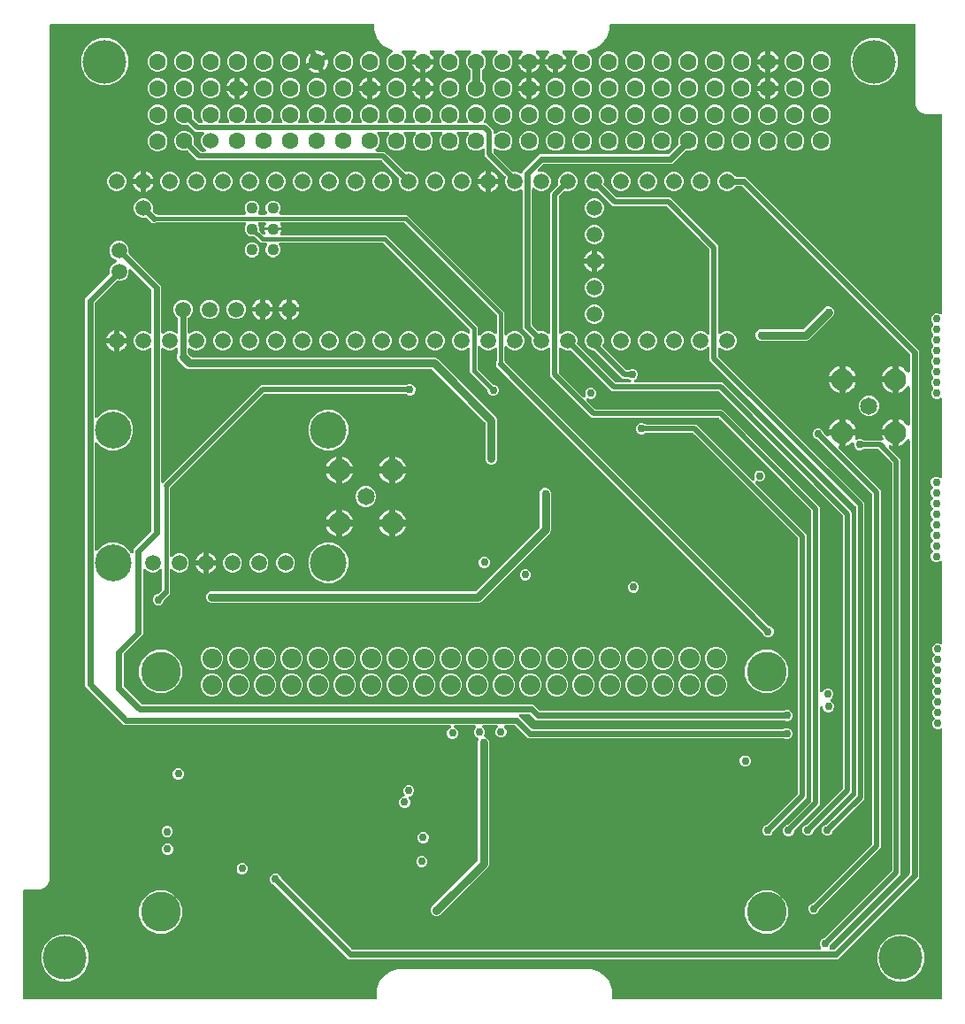
<source format=gbr>
G04 EAGLE Gerber RS-274X export*
G75*
%MOMM*%
%FSLAX34Y34*%
%LPD*%
%INCopper Layer 2*%
%IPPOS*%
%AMOC8*
5,1,8,0,0,1.08239X$1,22.5*%
G01*
%ADD10C,4.191000*%
%ADD11C,1.600200*%
%ADD12C,1.524000*%
%ADD13C,1.508000*%
%ADD14C,1.108000*%
%ADD15C,1.875000*%
%ADD16C,2.100000*%
%ADD17C,1.650000*%
%ADD18C,0.756400*%
%ADD19C,0.304800*%
%ADD20C,0.500000*%
%ADD21C,0.800000*%
%ADD22C,0.600000*%
%ADD23C,3.516000*%
%ADD24C,0.400000*%
%ADD25C,3.816000*%

G36*
X348387Y10799D02*
X348387Y10799D01*
X348413Y10797D01*
X348560Y10819D01*
X348707Y10836D01*
X348732Y10844D01*
X348758Y10848D01*
X348896Y10903D01*
X349035Y10953D01*
X349057Y10967D01*
X349082Y10977D01*
X349203Y11062D01*
X349328Y11142D01*
X349346Y11161D01*
X349368Y11176D01*
X349467Y11286D01*
X349570Y11393D01*
X349584Y11415D01*
X349601Y11435D01*
X349673Y11565D01*
X349749Y11692D01*
X349757Y11717D01*
X349770Y11740D01*
X349810Y11883D01*
X349855Y12024D01*
X349857Y12050D01*
X349865Y12075D01*
X349884Y12319D01*
X349884Y20873D01*
X352110Y27722D01*
X356342Y33548D01*
X362168Y37780D01*
X369017Y40006D01*
X555543Y40006D01*
X562392Y37780D01*
X568218Y33548D01*
X572450Y27722D01*
X574676Y20873D01*
X574676Y12319D01*
X574679Y12293D01*
X574677Y12267D01*
X574699Y12120D01*
X574716Y11973D01*
X574724Y11948D01*
X574728Y11922D01*
X574783Y11784D01*
X574833Y11645D01*
X574847Y11623D01*
X574857Y11598D01*
X574942Y11477D01*
X575022Y11352D01*
X575041Y11334D01*
X575056Y11312D01*
X575166Y11213D01*
X575273Y11110D01*
X575295Y11096D01*
X575315Y11079D01*
X575445Y11007D01*
X575572Y10931D01*
X575597Y10923D01*
X575620Y10910D01*
X575763Y10870D01*
X575904Y10825D01*
X575930Y10823D01*
X575955Y10815D01*
X576199Y10796D01*
X889381Y10796D01*
X889407Y10799D01*
X889433Y10797D01*
X889580Y10819D01*
X889727Y10836D01*
X889752Y10844D01*
X889778Y10848D01*
X889916Y10903D01*
X890055Y10953D01*
X890077Y10967D01*
X890102Y10977D01*
X890223Y11062D01*
X890348Y11142D01*
X890366Y11161D01*
X890388Y11176D01*
X890487Y11286D01*
X890590Y11393D01*
X890604Y11415D01*
X890621Y11435D01*
X890693Y11565D01*
X890769Y11692D01*
X890777Y11717D01*
X890790Y11740D01*
X890830Y11883D01*
X890875Y12024D01*
X890877Y12050D01*
X890885Y12075D01*
X890904Y12319D01*
X890904Y268697D01*
X890887Y268846D01*
X890875Y268997D01*
X890867Y269020D01*
X890864Y269044D01*
X890814Y269185D01*
X890768Y269328D01*
X890755Y269349D01*
X890747Y269372D01*
X890665Y269498D01*
X890588Y269627D01*
X890571Y269644D01*
X890558Y269664D01*
X890449Y269769D01*
X890345Y269877D01*
X890325Y269890D01*
X890307Y269907D01*
X890178Y269984D01*
X890052Y270065D01*
X890029Y270073D01*
X890008Y270086D01*
X889865Y270131D01*
X889723Y270182D01*
X889699Y270184D01*
X889676Y270192D01*
X889527Y270204D01*
X889377Y270221D01*
X889353Y270218D01*
X889329Y270220D01*
X889180Y270197D01*
X889031Y270180D01*
X889003Y270171D01*
X888984Y270168D01*
X888940Y270150D01*
X888798Y270105D01*
X887646Y269627D01*
X885534Y269627D01*
X883584Y270435D01*
X882091Y271928D01*
X881283Y273878D01*
X881283Y275990D01*
X882091Y277940D01*
X883088Y278937D01*
X883104Y278957D01*
X883124Y278974D01*
X883213Y279094D01*
X883305Y279210D01*
X883316Y279234D01*
X883331Y279255D01*
X883390Y279391D01*
X883454Y279525D01*
X883459Y279551D01*
X883469Y279575D01*
X883496Y279721D01*
X883527Y279866D01*
X883527Y279892D01*
X883531Y279918D01*
X883524Y280066D01*
X883521Y280214D01*
X883515Y280240D01*
X883513Y280266D01*
X883472Y280408D01*
X883436Y280552D01*
X883424Y280576D01*
X883417Y280601D01*
X883344Y280730D01*
X883276Y280862D01*
X883259Y280882D01*
X883247Y280905D01*
X883088Y281091D01*
X882091Y282088D01*
X881283Y284038D01*
X881283Y286150D01*
X882091Y288100D01*
X883088Y289097D01*
X883104Y289117D01*
X883124Y289134D01*
X883213Y289254D01*
X883305Y289370D01*
X883316Y289394D01*
X883331Y289415D01*
X883390Y289551D01*
X883454Y289685D01*
X883459Y289711D01*
X883469Y289735D01*
X883496Y289881D01*
X883527Y290026D01*
X883527Y290052D01*
X883531Y290078D01*
X883524Y290226D01*
X883521Y290374D01*
X883515Y290400D01*
X883513Y290426D01*
X883472Y290568D01*
X883436Y290712D01*
X883424Y290735D01*
X883417Y290761D01*
X883344Y290890D01*
X883276Y291022D01*
X883259Y291042D01*
X883247Y291065D01*
X883088Y291251D01*
X882091Y292248D01*
X881283Y294198D01*
X881283Y296310D01*
X882091Y298260D01*
X883088Y299257D01*
X883104Y299277D01*
X883124Y299294D01*
X883213Y299414D01*
X883305Y299530D01*
X883316Y299554D01*
X883331Y299575D01*
X883390Y299711D01*
X883454Y299845D01*
X883459Y299871D01*
X883469Y299895D01*
X883496Y300041D01*
X883527Y300186D01*
X883527Y300212D01*
X883531Y300238D01*
X883524Y300386D01*
X883521Y300534D01*
X883515Y300560D01*
X883513Y300586D01*
X883472Y300728D01*
X883436Y300872D01*
X883424Y300895D01*
X883417Y300921D01*
X883344Y301050D01*
X883276Y301182D01*
X883259Y301202D01*
X883247Y301225D01*
X883088Y301411D01*
X882091Y302408D01*
X881283Y304358D01*
X881283Y306470D01*
X882091Y308420D01*
X883088Y309417D01*
X883104Y309437D01*
X883124Y309454D01*
X883213Y309574D01*
X883305Y309690D01*
X883316Y309714D01*
X883331Y309735D01*
X883390Y309871D01*
X883454Y310005D01*
X883459Y310031D01*
X883469Y310055D01*
X883496Y310201D01*
X883527Y310346D01*
X883527Y310372D01*
X883531Y310398D01*
X883524Y310546D01*
X883521Y310694D01*
X883515Y310720D01*
X883513Y310746D01*
X883472Y310888D01*
X883436Y311032D01*
X883424Y311055D01*
X883417Y311081D01*
X883344Y311210D01*
X883276Y311342D01*
X883259Y311362D01*
X883247Y311385D01*
X883088Y311571D01*
X882091Y312568D01*
X881283Y314518D01*
X881283Y316630D01*
X882091Y318580D01*
X883088Y319577D01*
X883104Y319597D01*
X883124Y319614D01*
X883213Y319734D01*
X883305Y319850D01*
X883316Y319874D01*
X883331Y319895D01*
X883390Y320031D01*
X883454Y320165D01*
X883459Y320191D01*
X883469Y320215D01*
X883496Y320361D01*
X883527Y320506D01*
X883527Y320532D01*
X883531Y320558D01*
X883524Y320706D01*
X883521Y320854D01*
X883515Y320880D01*
X883513Y320906D01*
X883472Y321048D01*
X883436Y321192D01*
X883424Y321215D01*
X883417Y321241D01*
X883344Y321370D01*
X883276Y321502D01*
X883259Y321522D01*
X883247Y321545D01*
X883088Y321731D01*
X882091Y322728D01*
X881283Y324678D01*
X881283Y326790D01*
X882091Y328740D01*
X883088Y329737D01*
X883104Y329757D01*
X883124Y329774D01*
X883213Y329894D01*
X883305Y330010D01*
X883316Y330034D01*
X883331Y330055D01*
X883390Y330191D01*
X883454Y330325D01*
X883459Y330351D01*
X883469Y330375D01*
X883496Y330521D01*
X883527Y330666D01*
X883527Y330692D01*
X883531Y330718D01*
X883524Y330866D01*
X883521Y331014D01*
X883515Y331040D01*
X883513Y331066D01*
X883472Y331208D01*
X883436Y331352D01*
X883424Y331376D01*
X883417Y331401D01*
X883344Y331530D01*
X883276Y331662D01*
X883259Y331682D01*
X883247Y331705D01*
X883088Y331891D01*
X882091Y332888D01*
X881283Y334838D01*
X881283Y336950D01*
X882091Y338900D01*
X883088Y339897D01*
X883104Y339917D01*
X883124Y339934D01*
X883213Y340054D01*
X883305Y340170D01*
X883316Y340194D01*
X883331Y340215D01*
X883390Y340351D01*
X883454Y340485D01*
X883459Y340511D01*
X883469Y340535D01*
X883496Y340681D01*
X883527Y340826D01*
X883527Y340852D01*
X883531Y340878D01*
X883524Y341026D01*
X883521Y341174D01*
X883515Y341200D01*
X883513Y341226D01*
X883472Y341368D01*
X883436Y341512D01*
X883424Y341535D01*
X883417Y341561D01*
X883344Y341690D01*
X883276Y341822D01*
X883259Y341842D01*
X883247Y341865D01*
X883088Y342051D01*
X882091Y343048D01*
X881283Y344998D01*
X881283Y347110D01*
X882091Y349060D01*
X883584Y350553D01*
X885534Y351361D01*
X887646Y351361D01*
X888798Y350883D01*
X888943Y350842D01*
X889086Y350796D01*
X889110Y350794D01*
X889133Y350788D01*
X889284Y350780D01*
X889433Y350768D01*
X889457Y350772D01*
X889481Y350771D01*
X889629Y350798D01*
X889778Y350820D01*
X889800Y350829D01*
X889824Y350833D01*
X889962Y350893D01*
X890102Y350949D01*
X890122Y350963D01*
X890144Y350972D01*
X890264Y351062D01*
X890388Y351148D01*
X890404Y351166D01*
X890424Y351180D01*
X890521Y351295D01*
X890621Y351406D01*
X890633Y351427D01*
X890649Y351446D01*
X890717Y351580D01*
X890790Y351711D01*
X890796Y351735D01*
X890807Y351756D01*
X890844Y351902D01*
X890885Y352047D01*
X890887Y352076D01*
X890892Y352094D01*
X890892Y352142D01*
X890904Y352291D01*
X890904Y429166D01*
X890893Y429266D01*
X890891Y429366D01*
X890873Y429438D01*
X890864Y429512D01*
X890831Y429607D01*
X890806Y429704D01*
X890772Y429770D01*
X890747Y429840D01*
X890692Y429925D01*
X890646Y430014D01*
X890598Y430071D01*
X890558Y430133D01*
X890486Y430203D01*
X890421Y430279D01*
X890361Y430324D01*
X890307Y430375D01*
X890221Y430427D01*
X890140Y430487D01*
X890072Y430516D01*
X890008Y430554D01*
X889913Y430585D01*
X889820Y430625D01*
X889747Y430638D01*
X889676Y430660D01*
X889576Y430668D01*
X889477Y430686D01*
X889403Y430682D01*
X889329Y430688D01*
X889230Y430673D01*
X889129Y430668D01*
X889058Y430648D01*
X888984Y430637D01*
X888891Y430600D01*
X888794Y430572D01*
X888729Y430535D01*
X888660Y430508D01*
X888578Y430451D01*
X888490Y430402D01*
X888414Y430336D01*
X888374Y430309D01*
X888350Y430283D01*
X888304Y430243D01*
X888196Y430135D01*
X886246Y429327D01*
X884134Y429327D01*
X882184Y430135D01*
X880691Y431628D01*
X879883Y433578D01*
X879883Y435690D01*
X880691Y437640D01*
X881688Y438637D01*
X881704Y438657D01*
X881724Y438674D01*
X881813Y438794D01*
X881905Y438910D01*
X881916Y438934D01*
X881931Y438955D01*
X881990Y439091D01*
X882054Y439225D01*
X882059Y439251D01*
X882069Y439275D01*
X882096Y439421D01*
X882127Y439566D01*
X882127Y439592D01*
X882131Y439618D01*
X882124Y439766D01*
X882121Y439914D01*
X882115Y439940D01*
X882113Y439966D01*
X882072Y440108D01*
X882036Y440252D01*
X882024Y440275D01*
X882017Y440301D01*
X881944Y440430D01*
X881876Y440562D01*
X881859Y440582D01*
X881847Y440605D01*
X881688Y440791D01*
X880691Y441788D01*
X879883Y443738D01*
X879883Y445850D01*
X880691Y447800D01*
X881688Y448797D01*
X881704Y448817D01*
X881724Y448834D01*
X881813Y448954D01*
X881905Y449070D01*
X881916Y449094D01*
X881931Y449115D01*
X881990Y449251D01*
X882054Y449385D01*
X882059Y449411D01*
X882069Y449435D01*
X882096Y449581D01*
X882127Y449726D01*
X882127Y449752D01*
X882131Y449778D01*
X882124Y449926D01*
X882121Y450074D01*
X882115Y450100D01*
X882113Y450126D01*
X882072Y450268D01*
X882036Y450412D01*
X882024Y450436D01*
X882017Y450461D01*
X881944Y450590D01*
X881876Y450722D01*
X881859Y450742D01*
X881847Y450765D01*
X881688Y450951D01*
X880691Y451948D01*
X879883Y453898D01*
X879883Y456010D01*
X880691Y457960D01*
X881688Y458957D01*
X881704Y458977D01*
X881724Y458994D01*
X881813Y459114D01*
X881905Y459230D01*
X881916Y459254D01*
X881931Y459275D01*
X881990Y459411D01*
X882054Y459545D01*
X882059Y459571D01*
X882069Y459595D01*
X882096Y459741D01*
X882127Y459886D01*
X882127Y459912D01*
X882131Y459938D01*
X882124Y460086D01*
X882121Y460234D01*
X882115Y460260D01*
X882113Y460286D01*
X882072Y460428D01*
X882036Y460572D01*
X882024Y460595D01*
X882017Y460621D01*
X881944Y460750D01*
X881876Y460882D01*
X881859Y460902D01*
X881847Y460925D01*
X881688Y461111D01*
X880691Y462108D01*
X879883Y464058D01*
X879883Y466170D01*
X880691Y468120D01*
X881688Y469117D01*
X881704Y469137D01*
X881724Y469154D01*
X881813Y469274D01*
X881905Y469390D01*
X881916Y469414D01*
X881931Y469435D01*
X881990Y469571D01*
X882054Y469705D01*
X882059Y469731D01*
X882069Y469755D01*
X882096Y469901D01*
X882127Y470046D01*
X882127Y470072D01*
X882131Y470098D01*
X882124Y470246D01*
X882121Y470394D01*
X882115Y470420D01*
X882113Y470446D01*
X882072Y470588D01*
X882036Y470732D01*
X882024Y470755D01*
X882017Y470781D01*
X881944Y470910D01*
X881876Y471042D01*
X881859Y471062D01*
X881847Y471085D01*
X881688Y471271D01*
X880691Y472268D01*
X879883Y474218D01*
X879883Y476330D01*
X880691Y478280D01*
X881688Y479277D01*
X881704Y479297D01*
X881724Y479314D01*
X881813Y479434D01*
X881905Y479550D01*
X881916Y479574D01*
X881931Y479595D01*
X881990Y479731D01*
X882054Y479865D01*
X882059Y479891D01*
X882069Y479915D01*
X882096Y480061D01*
X882127Y480206D01*
X882127Y480232D01*
X882131Y480258D01*
X882124Y480406D01*
X882121Y480554D01*
X882115Y480580D01*
X882113Y480606D01*
X882072Y480748D01*
X882036Y480892D01*
X882024Y480915D01*
X882017Y480941D01*
X881944Y481070D01*
X881876Y481202D01*
X881859Y481222D01*
X881847Y481245D01*
X881688Y481431D01*
X880691Y482428D01*
X879883Y484378D01*
X879883Y486490D01*
X880691Y488440D01*
X881688Y489437D01*
X881704Y489457D01*
X881724Y489474D01*
X881813Y489594D01*
X881905Y489710D01*
X881916Y489734D01*
X881931Y489755D01*
X881990Y489891D01*
X882054Y490025D01*
X882059Y490051D01*
X882069Y490075D01*
X882096Y490221D01*
X882127Y490366D01*
X882127Y490392D01*
X882131Y490418D01*
X882124Y490566D01*
X882121Y490714D01*
X882115Y490740D01*
X882113Y490766D01*
X882072Y490908D01*
X882036Y491052D01*
X882024Y491075D01*
X882017Y491101D01*
X881944Y491230D01*
X881876Y491362D01*
X881859Y491382D01*
X881847Y491405D01*
X881688Y491591D01*
X880691Y492588D01*
X879883Y494538D01*
X879883Y496650D01*
X880691Y498600D01*
X881688Y499597D01*
X881704Y499617D01*
X881724Y499634D01*
X881813Y499754D01*
X881905Y499870D01*
X881916Y499894D01*
X881931Y499915D01*
X881990Y500051D01*
X882054Y500185D01*
X882059Y500211D01*
X882069Y500235D01*
X882096Y500381D01*
X882127Y500526D01*
X882127Y500552D01*
X882131Y500578D01*
X882124Y500726D01*
X882121Y500874D01*
X882115Y500900D01*
X882113Y500926D01*
X882072Y501068D01*
X882036Y501212D01*
X882024Y501235D01*
X882017Y501261D01*
X881944Y501390D01*
X881876Y501522D01*
X881859Y501542D01*
X881847Y501565D01*
X881688Y501751D01*
X880691Y502748D01*
X879883Y504698D01*
X879883Y506810D01*
X880691Y508760D01*
X882184Y510253D01*
X884134Y511061D01*
X886246Y511061D01*
X888196Y510253D01*
X888304Y510145D01*
X888383Y510082D01*
X888455Y510013D01*
X888519Y509975D01*
X888577Y509928D01*
X888668Y509885D01*
X888754Y509834D01*
X888825Y509811D01*
X888892Y509779D01*
X888990Y509758D01*
X889086Y509728D01*
X889160Y509722D01*
X889233Y509706D01*
X889333Y509708D01*
X889433Y509700D01*
X889507Y509711D01*
X889581Y509712D01*
X889679Y509736D01*
X889778Y509751D01*
X889847Y509779D01*
X889919Y509797D01*
X890008Y509843D01*
X890102Y509880D01*
X890163Y509923D01*
X890229Y509957D01*
X890305Y510022D01*
X890388Y510079D01*
X890438Y510134D01*
X890494Y510182D01*
X890554Y510263D01*
X890621Y510338D01*
X890657Y510403D01*
X890702Y510463D01*
X890741Y510555D01*
X890790Y510643D01*
X890810Y510714D01*
X890840Y510783D01*
X890857Y510882D01*
X890885Y510978D01*
X890893Y511078D01*
X890901Y511126D01*
X890899Y511161D01*
X890904Y511222D01*
X890904Y585066D01*
X890901Y585090D01*
X890903Y585113D01*
X890892Y585187D01*
X890891Y585267D01*
X890873Y585339D01*
X890864Y585412D01*
X890854Y585440D01*
X890852Y585458D01*
X890827Y585519D01*
X890806Y585605D01*
X890772Y585671D01*
X890747Y585740D01*
X890727Y585770D01*
X890723Y585782D01*
X890690Y585829D01*
X890646Y585915D01*
X890598Y585971D01*
X890558Y586033D01*
X890528Y586062D01*
X890524Y586068D01*
X890492Y586097D01*
X890485Y586103D01*
X890420Y586180D01*
X890360Y586224D01*
X890307Y586275D01*
X890268Y586299D01*
X890265Y586301D01*
X890245Y586312D01*
X890221Y586327D01*
X890139Y586387D01*
X890072Y586416D01*
X890008Y586454D01*
X889962Y586469D01*
X889960Y586470D01*
X889951Y586472D01*
X889912Y586485D01*
X889819Y586525D01*
X889747Y586538D01*
X889676Y586560D01*
X889625Y586564D01*
X889625Y586565D01*
X889575Y586569D01*
X889476Y586586D01*
X889403Y586582D01*
X889381Y586584D01*
X889380Y586584D01*
X889329Y586588D01*
X889229Y586573D01*
X889128Y586568D01*
X889057Y586548D01*
X889055Y586547D01*
X889030Y586544D01*
X889026Y586543D01*
X888984Y586537D01*
X888890Y586499D01*
X888793Y586471D01*
X888736Y586439D01*
X888702Y586427D01*
X888692Y586420D01*
X888660Y586408D01*
X888644Y586396D01*
X886546Y585527D01*
X884434Y585527D01*
X882484Y586335D01*
X880991Y587828D01*
X880183Y589778D01*
X880183Y591890D01*
X880991Y593840D01*
X881988Y594837D01*
X882004Y594857D01*
X882024Y594874D01*
X882113Y594994D01*
X882205Y595110D01*
X882216Y595134D01*
X882231Y595155D01*
X882290Y595291D01*
X882354Y595425D01*
X882359Y595451D01*
X882369Y595475D01*
X882396Y595621D01*
X882427Y595766D01*
X882427Y595792D01*
X882431Y595818D01*
X882424Y595966D01*
X882421Y596114D01*
X882415Y596140D01*
X882413Y596166D01*
X882372Y596308D01*
X882336Y596452D01*
X882324Y596475D01*
X882317Y596501D01*
X882244Y596630D01*
X882176Y596762D01*
X882159Y596782D01*
X882147Y596805D01*
X881988Y596991D01*
X880991Y597988D01*
X880183Y599938D01*
X880183Y602050D01*
X880991Y604000D01*
X881988Y604997D01*
X882004Y605017D01*
X882024Y605034D01*
X882113Y605154D01*
X882205Y605270D01*
X882216Y605294D01*
X882231Y605315D01*
X882290Y605451D01*
X882354Y605585D01*
X882359Y605611D01*
X882369Y605635D01*
X882396Y605781D01*
X882427Y605926D01*
X882427Y605952D01*
X882431Y605978D01*
X882424Y606126D01*
X882421Y606274D01*
X882415Y606300D01*
X882413Y606326D01*
X882372Y606468D01*
X882336Y606612D01*
X882324Y606636D01*
X882317Y606661D01*
X882244Y606790D01*
X882176Y606922D01*
X882159Y606942D01*
X882147Y606965D01*
X881988Y607151D01*
X880991Y608148D01*
X880183Y610098D01*
X880183Y612210D01*
X880991Y614160D01*
X881988Y615157D01*
X882004Y615177D01*
X882024Y615194D01*
X882113Y615314D01*
X882205Y615430D01*
X882216Y615454D01*
X882231Y615475D01*
X882290Y615611D01*
X882354Y615745D01*
X882359Y615771D01*
X882369Y615795D01*
X882396Y615941D01*
X882427Y616086D01*
X882427Y616112D01*
X882431Y616138D01*
X882424Y616286D01*
X882421Y616434D01*
X882415Y616460D01*
X882413Y616486D01*
X882372Y616628D01*
X882336Y616772D01*
X882324Y616795D01*
X882317Y616821D01*
X882244Y616950D01*
X882176Y617082D01*
X882159Y617102D01*
X882147Y617125D01*
X881988Y617311D01*
X880991Y618308D01*
X880183Y620258D01*
X880183Y622370D01*
X880991Y624320D01*
X881988Y625317D01*
X882004Y625337D01*
X882024Y625354D01*
X882113Y625474D01*
X882205Y625590D01*
X882216Y625614D01*
X882231Y625635D01*
X882290Y625771D01*
X882354Y625905D01*
X882359Y625931D01*
X882369Y625955D01*
X882396Y626101D01*
X882427Y626246D01*
X882427Y626272D01*
X882431Y626298D01*
X882424Y626446D01*
X882421Y626594D01*
X882415Y626620D01*
X882413Y626646D01*
X882372Y626788D01*
X882336Y626932D01*
X882324Y626955D01*
X882317Y626981D01*
X882244Y627110D01*
X882176Y627242D01*
X882159Y627262D01*
X882147Y627285D01*
X881988Y627471D01*
X880991Y628468D01*
X880183Y630418D01*
X880183Y632530D01*
X880991Y634480D01*
X881988Y635477D01*
X882004Y635497D01*
X882024Y635514D01*
X882113Y635634D01*
X882205Y635750D01*
X882216Y635774D01*
X882231Y635795D01*
X882290Y635930D01*
X882354Y636065D01*
X882359Y636091D01*
X882369Y636115D01*
X882396Y636261D01*
X882427Y636406D01*
X882427Y636432D01*
X882431Y636458D01*
X882424Y636606D01*
X882421Y636754D01*
X882415Y636780D01*
X882413Y636806D01*
X882372Y636948D01*
X882336Y637092D01*
X882324Y637115D01*
X882317Y637141D01*
X882244Y637270D01*
X882176Y637402D01*
X882159Y637422D01*
X882147Y637445D01*
X881988Y637631D01*
X880991Y638628D01*
X880183Y640578D01*
X880183Y642690D01*
X880991Y644640D01*
X881988Y645637D01*
X882004Y645657D01*
X882024Y645674D01*
X882113Y645794D01*
X882205Y645910D01*
X882216Y645934D01*
X882231Y645955D01*
X882290Y646091D01*
X882354Y646225D01*
X882359Y646251D01*
X882369Y646275D01*
X882396Y646421D01*
X882427Y646566D01*
X882427Y646592D01*
X882431Y646618D01*
X882424Y646766D01*
X882421Y646914D01*
X882415Y646940D01*
X882413Y646966D01*
X882372Y647108D01*
X882336Y647252D01*
X882324Y647275D01*
X882317Y647301D01*
X882244Y647430D01*
X882176Y647562D01*
X882159Y647582D01*
X882147Y647605D01*
X881988Y647791D01*
X880991Y648788D01*
X880183Y650738D01*
X880183Y652850D01*
X880991Y654800D01*
X881988Y655797D01*
X882004Y655817D01*
X882024Y655834D01*
X882113Y655954D01*
X882205Y656070D01*
X882216Y656094D01*
X882231Y656115D01*
X882290Y656251D01*
X882354Y656385D01*
X882359Y656411D01*
X882369Y656435D01*
X882396Y656581D01*
X882427Y656726D01*
X882427Y656752D01*
X882431Y656778D01*
X882424Y656926D01*
X882421Y657074D01*
X882415Y657100D01*
X882413Y657126D01*
X882372Y657268D01*
X882336Y657412D01*
X882324Y657435D01*
X882317Y657461D01*
X882244Y657590D01*
X882176Y657722D01*
X882159Y657742D01*
X882147Y657765D01*
X881988Y657951D01*
X880991Y658948D01*
X880183Y660898D01*
X880183Y663010D01*
X880991Y664960D01*
X882484Y666453D01*
X884434Y667261D01*
X886546Y667261D01*
X888688Y666373D01*
X888754Y666334D01*
X888824Y666311D01*
X888891Y666280D01*
X888990Y666258D01*
X889086Y666228D01*
X889159Y666222D01*
X889232Y666206D01*
X889333Y666208D01*
X889433Y666200D01*
X889506Y666211D01*
X889580Y666212D01*
X889678Y666236D01*
X889778Y666251D01*
X889846Y666279D01*
X889918Y666297D01*
X890008Y666343D01*
X890102Y666380D01*
X890162Y666422D01*
X890228Y666456D01*
X890305Y666521D01*
X890388Y666579D01*
X890437Y666634D01*
X890494Y666682D01*
X890554Y666763D01*
X890621Y666838D01*
X890657Y666902D01*
X890701Y666962D01*
X890741Y667054D01*
X890790Y667143D01*
X890810Y667214D01*
X890839Y667282D01*
X890857Y667381D01*
X890885Y667478D01*
X890893Y667578D01*
X890901Y667625D01*
X890899Y667661D01*
X890904Y667722D01*
X890904Y856361D01*
X890901Y856387D01*
X890903Y856413D01*
X890881Y856560D01*
X890864Y856707D01*
X890856Y856732D01*
X890852Y856758D01*
X890797Y856896D01*
X890747Y857035D01*
X890733Y857057D01*
X890723Y857082D01*
X890638Y857203D01*
X890558Y857328D01*
X890539Y857346D01*
X890524Y857368D01*
X890414Y857467D01*
X890307Y857570D01*
X890285Y857584D01*
X890265Y857601D01*
X890135Y857673D01*
X890008Y857749D01*
X889983Y857757D01*
X889960Y857770D01*
X889817Y857810D01*
X889676Y857855D01*
X889650Y857857D01*
X889625Y857865D01*
X889381Y857884D01*
X874153Y857884D01*
X870185Y859528D01*
X867148Y862565D01*
X865504Y866533D01*
X865504Y942721D01*
X865501Y942747D01*
X865503Y942773D01*
X865481Y942920D01*
X865464Y943067D01*
X865456Y943092D01*
X865452Y943118D01*
X865397Y943256D01*
X865347Y943395D01*
X865333Y943417D01*
X865323Y943442D01*
X865238Y943563D01*
X865158Y943688D01*
X865139Y943706D01*
X865124Y943728D01*
X865014Y943827D01*
X864907Y943930D01*
X864885Y943944D01*
X864865Y943961D01*
X864735Y944033D01*
X864608Y944109D01*
X864583Y944117D01*
X864560Y944130D01*
X864417Y944170D01*
X864276Y944215D01*
X864250Y944217D01*
X864225Y944225D01*
X863981Y944244D01*
X574040Y944244D01*
X573998Y944239D01*
X573921Y944240D01*
X573861Y944235D01*
X573805Y944224D01*
X573748Y944222D01*
X573537Y944172D01*
X573519Y944168D01*
X573515Y944166D01*
X573510Y944165D01*
X573396Y944128D01*
X573290Y944080D01*
X573181Y944039D01*
X573117Y944000D01*
X573079Y943983D01*
X573044Y943956D01*
X572972Y943912D01*
X572876Y943842D01*
X572789Y943763D01*
X572697Y943690D01*
X572649Y943634D01*
X572619Y943606D01*
X572594Y943569D01*
X572538Y943505D01*
X572468Y943408D01*
X572411Y943307D01*
X572346Y943209D01*
X572317Y943141D01*
X572297Y943105D01*
X572284Y943062D01*
X572252Y942984D01*
X572215Y942870D01*
X572204Y942814D01*
X572184Y942761D01*
X572156Y942585D01*
X572155Y942584D01*
X572155Y942582D01*
X572150Y942547D01*
X572146Y942529D01*
X572146Y942525D01*
X572145Y942519D01*
X572140Y942460D01*
X572142Y942418D01*
X572136Y942340D01*
X572136Y938619D01*
X569836Y931540D01*
X565461Y925519D01*
X559440Y921144D01*
X552324Y918832D01*
X552254Y918831D01*
X552182Y918813D01*
X552108Y918804D01*
X552014Y918771D01*
X551916Y918746D01*
X551850Y918712D01*
X551780Y918687D01*
X551696Y918632D01*
X551607Y918586D01*
X551550Y918538D01*
X551487Y918498D01*
X551418Y918426D01*
X551341Y918361D01*
X551297Y918301D01*
X551245Y918247D01*
X551194Y918161D01*
X551134Y918080D01*
X551105Y918012D01*
X551066Y917948D01*
X551036Y917852D01*
X550996Y917760D01*
X550983Y917687D01*
X550960Y917616D01*
X550952Y917516D01*
X550934Y917417D01*
X550938Y917343D01*
X550932Y917269D01*
X550947Y917169D01*
X550952Y917069D01*
X550973Y916998D01*
X550984Y916924D01*
X551021Y916831D01*
X551049Y916734D01*
X551085Y916669D01*
X551113Y916600D01*
X551170Y916518D01*
X551219Y916430D01*
X551284Y916354D01*
X551312Y916314D01*
X551338Y916290D01*
X551378Y916244D01*
X554176Y913446D01*
X555626Y909945D01*
X555626Y906155D01*
X554176Y902654D01*
X551496Y899974D01*
X547995Y898524D01*
X544205Y898524D01*
X540704Y899974D01*
X538024Y902654D01*
X536574Y906155D01*
X536574Y909945D01*
X538024Y913446D01*
X540822Y916244D01*
X540885Y916322D01*
X540955Y916395D01*
X540993Y916459D01*
X541039Y916517D01*
X541082Y916608D01*
X541134Y916694D01*
X541156Y916765D01*
X541188Y916832D01*
X541209Y916930D01*
X541240Y917026D01*
X541246Y917100D01*
X541261Y917173D01*
X541260Y917273D01*
X541268Y917373D01*
X541257Y917447D01*
X541255Y917521D01*
X541231Y917618D01*
X541216Y917718D01*
X541189Y917787D01*
X541170Y917859D01*
X541124Y917948D01*
X541087Y918042D01*
X541045Y918103D01*
X541011Y918169D01*
X540946Y918245D01*
X540888Y918328D01*
X540833Y918378D01*
X540785Y918434D01*
X540704Y918494D01*
X540630Y918561D01*
X540565Y918597D01*
X540505Y918642D01*
X540412Y918681D01*
X540325Y918730D01*
X540253Y918750D01*
X540185Y918780D01*
X540086Y918797D01*
X539989Y918825D01*
X539889Y918833D01*
X539842Y918841D01*
X539806Y918839D01*
X539745Y918844D01*
X528466Y918844D01*
X528420Y918839D01*
X528375Y918842D01*
X528248Y918819D01*
X528120Y918804D01*
X528077Y918789D01*
X528032Y918781D01*
X527913Y918730D01*
X527791Y918687D01*
X527753Y918662D01*
X527711Y918644D01*
X527607Y918568D01*
X527499Y918498D01*
X527467Y918465D01*
X527430Y918438D01*
X527346Y918340D01*
X527256Y918247D01*
X527233Y918208D01*
X527203Y918173D01*
X527144Y918059D01*
X527078Y917948D01*
X527064Y917905D01*
X527043Y917864D01*
X527011Y917739D01*
X526971Y917616D01*
X526968Y917571D01*
X526956Y917527D01*
X526954Y917397D01*
X526943Y917269D01*
X526950Y917224D01*
X526949Y917178D01*
X526976Y917052D01*
X526995Y916924D01*
X527012Y916882D01*
X527021Y916837D01*
X527076Y916720D01*
X527124Y916600D01*
X527150Y916563D01*
X527169Y916521D01*
X527249Y916420D01*
X527323Y916314D01*
X527357Y916284D01*
X527385Y916248D01*
X527565Y916093D01*
X528741Y914918D01*
X529716Y913575D01*
X530469Y912097D01*
X530918Y910716D01*
X521843Y910716D01*
X521817Y910713D01*
X521791Y910715D01*
X521644Y910693D01*
X521497Y910676D01*
X521472Y910668D01*
X521446Y910664D01*
X521309Y910609D01*
X521169Y910559D01*
X521147Y910545D01*
X521122Y910535D01*
X521001Y910450D01*
X520876Y910370D01*
X520858Y910351D01*
X520836Y910336D01*
X520737Y910226D01*
X520705Y910193D01*
X520700Y910200D01*
X520590Y910299D01*
X520483Y910402D01*
X520460Y910416D01*
X520441Y910433D01*
X520311Y910505D01*
X520184Y910581D01*
X520159Y910589D01*
X520136Y910602D01*
X519993Y910642D01*
X519852Y910687D01*
X519826Y910689D01*
X519801Y910697D01*
X519557Y910716D01*
X510482Y910716D01*
X510931Y912097D01*
X511684Y913575D01*
X512659Y914918D01*
X513839Y916097D01*
X513863Y916119D01*
X513901Y916144D01*
X513991Y916237D01*
X514086Y916324D01*
X514112Y916362D01*
X514144Y916395D01*
X514210Y916506D01*
X514283Y916612D01*
X514299Y916655D01*
X514322Y916694D01*
X514362Y916817D01*
X514408Y916937D01*
X514415Y916982D01*
X514429Y917026D01*
X514439Y917155D01*
X514457Y917282D01*
X514453Y917328D01*
X514457Y917373D01*
X514437Y917501D01*
X514426Y917629D01*
X514412Y917673D01*
X514405Y917718D01*
X514357Y917838D01*
X514317Y917960D01*
X514293Y917999D01*
X514276Y918042D01*
X514203Y918148D01*
X514135Y918258D01*
X514103Y918291D01*
X514077Y918328D01*
X513981Y918414D01*
X513891Y918506D01*
X513852Y918531D01*
X513818Y918561D01*
X513705Y918624D01*
X513596Y918693D01*
X513553Y918708D01*
X513513Y918730D01*
X513389Y918765D01*
X513267Y918807D01*
X513222Y918812D01*
X513178Y918825D01*
X512934Y918844D01*
X503066Y918844D01*
X503020Y918839D01*
X502975Y918842D01*
X502848Y918819D01*
X502720Y918804D01*
X502677Y918789D01*
X502632Y918781D01*
X502513Y918730D01*
X502391Y918687D01*
X502353Y918662D01*
X502311Y918644D01*
X502207Y918568D01*
X502099Y918498D01*
X502067Y918465D01*
X502030Y918438D01*
X501946Y918340D01*
X501856Y918247D01*
X501833Y918208D01*
X501803Y918173D01*
X501744Y918059D01*
X501678Y917948D01*
X501664Y917905D01*
X501643Y917864D01*
X501611Y917739D01*
X501571Y917616D01*
X501568Y917571D01*
X501556Y917527D01*
X501554Y917397D01*
X501543Y917269D01*
X501550Y917224D01*
X501549Y917178D01*
X501576Y917052D01*
X501595Y916924D01*
X501612Y916882D01*
X501621Y916837D01*
X501676Y916720D01*
X501724Y916600D01*
X501750Y916563D01*
X501769Y916521D01*
X501849Y916420D01*
X501923Y916314D01*
X501957Y916284D01*
X501985Y916248D01*
X502165Y916093D01*
X503341Y914918D01*
X504316Y913575D01*
X505069Y912097D01*
X505518Y910716D01*
X496443Y910716D01*
X496417Y910713D01*
X496391Y910715D01*
X496244Y910693D01*
X496097Y910676D01*
X496072Y910668D01*
X496046Y910664D01*
X495909Y910609D01*
X495769Y910559D01*
X495747Y910545D01*
X495722Y910535D01*
X495601Y910450D01*
X495476Y910370D01*
X495458Y910351D01*
X495436Y910336D01*
X495337Y910226D01*
X495305Y910193D01*
X495300Y910200D01*
X495190Y910299D01*
X495083Y910402D01*
X495060Y910416D01*
X495041Y910433D01*
X494911Y910505D01*
X494784Y910581D01*
X494759Y910589D01*
X494736Y910602D01*
X494593Y910642D01*
X494452Y910687D01*
X494426Y910689D01*
X494401Y910697D01*
X494157Y910716D01*
X485082Y910716D01*
X485531Y912097D01*
X486284Y913575D01*
X487259Y914918D01*
X488439Y916097D01*
X488463Y916119D01*
X488501Y916144D01*
X488591Y916237D01*
X488686Y916324D01*
X488712Y916362D01*
X488744Y916395D01*
X488810Y916506D01*
X488883Y916612D01*
X488899Y916655D01*
X488922Y916694D01*
X488962Y916817D01*
X489008Y916937D01*
X489015Y916982D01*
X489029Y917026D01*
X489039Y917155D01*
X489057Y917282D01*
X489053Y917328D01*
X489057Y917373D01*
X489037Y917501D01*
X489026Y917629D01*
X489012Y917673D01*
X489005Y917718D01*
X488957Y917838D01*
X488917Y917960D01*
X488893Y917999D01*
X488876Y918042D01*
X488803Y918148D01*
X488735Y918258D01*
X488703Y918291D01*
X488677Y918328D01*
X488581Y918414D01*
X488491Y918506D01*
X488452Y918531D01*
X488418Y918561D01*
X488305Y918624D01*
X488196Y918693D01*
X488153Y918708D01*
X488113Y918730D01*
X487989Y918765D01*
X487867Y918807D01*
X487822Y918812D01*
X487778Y918825D01*
X487534Y918844D01*
X476255Y918844D01*
X476155Y918833D01*
X476054Y918831D01*
X475982Y918813D01*
X475908Y918804D01*
X475814Y918771D01*
X475716Y918746D01*
X475650Y918712D01*
X475580Y918687D01*
X475496Y918632D01*
X475407Y918586D01*
X475350Y918538D01*
X475287Y918498D01*
X475218Y918426D01*
X475141Y918361D01*
X475097Y918301D01*
X475045Y918247D01*
X474994Y918161D01*
X474934Y918080D01*
X474905Y918012D01*
X474866Y917948D01*
X474836Y917852D01*
X474796Y917760D01*
X474783Y917687D01*
X474760Y917616D01*
X474752Y917516D01*
X474734Y917417D01*
X474738Y917343D01*
X474732Y917269D01*
X474747Y917169D01*
X474752Y917069D01*
X474773Y916998D01*
X474784Y916924D01*
X474821Y916831D01*
X474849Y916734D01*
X474885Y916669D01*
X474913Y916600D01*
X474970Y916518D01*
X475019Y916430D01*
X475084Y916354D01*
X475112Y916314D01*
X475138Y916290D01*
X475178Y916244D01*
X477976Y913446D01*
X479426Y909945D01*
X479426Y906155D01*
X477976Y902654D01*
X475296Y899974D01*
X471795Y898524D01*
X468005Y898524D01*
X464504Y899974D01*
X461824Y902654D01*
X460374Y906155D01*
X460374Y909945D01*
X461824Y913446D01*
X464622Y916244D01*
X464685Y916322D01*
X464755Y916395D01*
X464793Y916459D01*
X464839Y916517D01*
X464882Y916608D01*
X464934Y916694D01*
X464956Y916765D01*
X464988Y916832D01*
X465009Y916930D01*
X465040Y917026D01*
X465046Y917100D01*
X465061Y917173D01*
X465060Y917273D01*
X465068Y917373D01*
X465057Y917447D01*
X465055Y917521D01*
X465031Y917618D01*
X465016Y917718D01*
X464989Y917787D01*
X464970Y917859D01*
X464924Y917948D01*
X464887Y918042D01*
X464845Y918103D01*
X464811Y918169D01*
X464746Y918245D01*
X464688Y918328D01*
X464633Y918378D01*
X464585Y918434D01*
X464504Y918494D01*
X464430Y918561D01*
X464365Y918597D01*
X464305Y918642D01*
X464212Y918681D01*
X464125Y918730D01*
X464053Y918750D01*
X463985Y918780D01*
X463886Y918797D01*
X463789Y918825D01*
X463689Y918833D01*
X463642Y918841D01*
X463606Y918839D01*
X463545Y918844D01*
X450855Y918844D01*
X450755Y918833D01*
X450654Y918831D01*
X450582Y918813D01*
X450508Y918804D01*
X450414Y918771D01*
X450316Y918746D01*
X450250Y918712D01*
X450180Y918687D01*
X450096Y918632D01*
X450007Y918586D01*
X449950Y918538D01*
X449887Y918498D01*
X449818Y918426D01*
X449741Y918361D01*
X449697Y918301D01*
X449645Y918247D01*
X449594Y918161D01*
X449534Y918080D01*
X449505Y918012D01*
X449466Y917948D01*
X449436Y917852D01*
X449396Y917760D01*
X449383Y917687D01*
X449360Y917616D01*
X449352Y917516D01*
X449334Y917417D01*
X449338Y917343D01*
X449332Y917269D01*
X449347Y917169D01*
X449352Y917069D01*
X449373Y916998D01*
X449384Y916924D01*
X449421Y916831D01*
X449449Y916734D01*
X449485Y916669D01*
X449513Y916600D01*
X449570Y916518D01*
X449619Y916430D01*
X449684Y916354D01*
X449712Y916314D01*
X449738Y916290D01*
X449778Y916244D01*
X452576Y913446D01*
X454026Y909945D01*
X454026Y906155D01*
X452576Y902654D01*
X450471Y900549D01*
X450392Y900450D01*
X450308Y900357D01*
X450284Y900314D01*
X450254Y900276D01*
X450200Y900162D01*
X450139Y900052D01*
X450126Y900005D01*
X450105Y899961D01*
X450079Y899838D01*
X450044Y899716D01*
X450039Y899655D01*
X450032Y899621D01*
X450033Y899573D01*
X450025Y899472D01*
X450025Y891228D01*
X450027Y891204D01*
X450026Y891182D01*
X450040Y891086D01*
X450046Y890976D01*
X450059Y890929D01*
X450065Y890881D01*
X450075Y890852D01*
X450077Y890837D01*
X450107Y890762D01*
X450142Y890641D01*
X450166Y890599D01*
X450182Y890553D01*
X450203Y890521D01*
X450206Y890513D01*
X450231Y890478D01*
X450251Y890447D01*
X450312Y890337D01*
X450352Y890291D01*
X450371Y890261D01*
X450404Y890229D01*
X450405Y890227D01*
X450407Y890225D01*
X450471Y890151D01*
X452576Y888046D01*
X454026Y884545D01*
X454026Y880755D01*
X452576Y877254D01*
X449896Y874574D01*
X446395Y873124D01*
X442605Y873124D01*
X439104Y874574D01*
X436424Y877254D01*
X434974Y880755D01*
X434974Y884545D01*
X436424Y888046D01*
X438529Y890151D01*
X438608Y890250D01*
X438648Y890294D01*
X438661Y890308D01*
X438663Y890311D01*
X438692Y890343D01*
X438716Y890386D01*
X438746Y890424D01*
X438800Y890538D01*
X438812Y890560D01*
X438840Y890607D01*
X438843Y890616D01*
X438861Y890648D01*
X438874Y890695D01*
X438895Y890739D01*
X438920Y890857D01*
X438946Y890939D01*
X438948Y890956D01*
X438956Y890984D01*
X438961Y891045D01*
X438968Y891079D01*
X438967Y891127D01*
X438975Y891228D01*
X438975Y899472D01*
X438961Y899598D01*
X438954Y899724D01*
X438941Y899771D01*
X438935Y899819D01*
X438893Y899937D01*
X438858Y900059D01*
X438834Y900101D01*
X438818Y900147D01*
X438749Y900253D01*
X438688Y900363D01*
X438648Y900409D01*
X438629Y900439D01*
X438594Y900473D01*
X438529Y900549D01*
X436424Y902654D01*
X434974Y906155D01*
X434974Y909945D01*
X436424Y913446D01*
X439222Y916244D01*
X439285Y916322D01*
X439355Y916395D01*
X439393Y916459D01*
X439439Y916517D01*
X439482Y916608D01*
X439534Y916694D01*
X439556Y916765D01*
X439588Y916832D01*
X439609Y916930D01*
X439640Y917026D01*
X439646Y917100D01*
X439661Y917173D01*
X439660Y917273D01*
X439668Y917373D01*
X439657Y917447D01*
X439655Y917521D01*
X439631Y917618D01*
X439616Y917718D01*
X439589Y917787D01*
X439570Y917859D01*
X439524Y917948D01*
X439487Y918042D01*
X439445Y918103D01*
X439411Y918169D01*
X439346Y918245D01*
X439288Y918328D01*
X439233Y918378D01*
X439185Y918434D01*
X439104Y918494D01*
X439030Y918561D01*
X438965Y918597D01*
X438905Y918642D01*
X438812Y918681D01*
X438725Y918730D01*
X438653Y918750D01*
X438585Y918780D01*
X438486Y918797D01*
X438389Y918825D01*
X438289Y918833D01*
X438242Y918841D01*
X438206Y918839D01*
X438145Y918844D01*
X425455Y918844D01*
X425355Y918833D01*
X425254Y918831D01*
X425182Y918813D01*
X425108Y918804D01*
X425014Y918771D01*
X424916Y918746D01*
X424850Y918712D01*
X424780Y918687D01*
X424696Y918632D01*
X424607Y918586D01*
X424550Y918538D01*
X424487Y918498D01*
X424418Y918426D01*
X424341Y918361D01*
X424297Y918301D01*
X424245Y918247D01*
X424194Y918161D01*
X424134Y918080D01*
X424105Y918012D01*
X424066Y917948D01*
X424036Y917852D01*
X423996Y917760D01*
X423983Y917687D01*
X423960Y917616D01*
X423952Y917516D01*
X423934Y917417D01*
X423938Y917343D01*
X423932Y917269D01*
X423947Y917169D01*
X423952Y917069D01*
X423973Y916998D01*
X423984Y916924D01*
X424021Y916831D01*
X424049Y916734D01*
X424085Y916669D01*
X424113Y916600D01*
X424170Y916518D01*
X424219Y916430D01*
X424284Y916354D01*
X424312Y916314D01*
X424338Y916290D01*
X424378Y916244D01*
X427176Y913446D01*
X428626Y909945D01*
X428626Y906155D01*
X427176Y902654D01*
X424496Y899974D01*
X420995Y898524D01*
X417205Y898524D01*
X413704Y899974D01*
X411024Y902654D01*
X409574Y906155D01*
X409574Y909945D01*
X411024Y913446D01*
X413822Y916244D01*
X413885Y916322D01*
X413955Y916395D01*
X413993Y916459D01*
X414039Y916517D01*
X414082Y916608D01*
X414134Y916694D01*
X414156Y916765D01*
X414188Y916832D01*
X414209Y916930D01*
X414240Y917026D01*
X414246Y917100D01*
X414261Y917173D01*
X414260Y917273D01*
X414268Y917373D01*
X414257Y917447D01*
X414255Y917521D01*
X414231Y917618D01*
X414216Y917718D01*
X414189Y917787D01*
X414170Y917859D01*
X414124Y917948D01*
X414087Y918042D01*
X414045Y918103D01*
X414011Y918169D01*
X413946Y918245D01*
X413888Y918328D01*
X413833Y918378D01*
X413785Y918434D01*
X413704Y918494D01*
X413630Y918561D01*
X413565Y918597D01*
X413505Y918642D01*
X413412Y918681D01*
X413325Y918730D01*
X413253Y918750D01*
X413185Y918780D01*
X413086Y918797D01*
X412989Y918825D01*
X412889Y918833D01*
X412842Y918841D01*
X412806Y918839D01*
X412745Y918844D01*
X401466Y918844D01*
X401420Y918839D01*
X401375Y918842D01*
X401247Y918819D01*
X401119Y918804D01*
X401076Y918789D01*
X401031Y918781D01*
X400913Y918730D01*
X400791Y918687D01*
X400753Y918662D01*
X400711Y918644D01*
X400607Y918568D01*
X400499Y918498D01*
X400467Y918465D01*
X400430Y918438D01*
X400346Y918340D01*
X400256Y918247D01*
X400233Y918208D01*
X400203Y918173D01*
X400144Y918059D01*
X400078Y917948D01*
X400064Y917905D01*
X400043Y917864D01*
X400011Y917739D01*
X399971Y917616D01*
X399968Y917571D01*
X399956Y917526D01*
X399954Y917397D01*
X399943Y917269D01*
X399950Y917224D01*
X399949Y917178D01*
X399976Y917052D01*
X399995Y916924D01*
X400012Y916882D01*
X400021Y916837D01*
X400076Y916720D01*
X400124Y916600D01*
X400150Y916563D01*
X400169Y916521D01*
X400249Y916420D01*
X400323Y916314D01*
X400357Y916284D01*
X400385Y916248D01*
X400565Y916093D01*
X401741Y914918D01*
X402716Y913575D01*
X403469Y912097D01*
X403918Y910716D01*
X394843Y910716D01*
X394817Y910713D01*
X394791Y910715D01*
X394644Y910693D01*
X394497Y910676D01*
X394472Y910668D01*
X394446Y910664D01*
X394309Y910609D01*
X394169Y910559D01*
X394147Y910545D01*
X394122Y910535D01*
X394001Y910450D01*
X393876Y910370D01*
X393858Y910351D01*
X393836Y910336D01*
X393737Y910226D01*
X393705Y910193D01*
X393700Y910200D01*
X393590Y910299D01*
X393483Y910402D01*
X393460Y910416D01*
X393441Y910433D01*
X393311Y910505D01*
X393184Y910581D01*
X393159Y910589D01*
X393136Y910602D01*
X392993Y910642D01*
X392852Y910687D01*
X392826Y910689D01*
X392801Y910697D01*
X392557Y910716D01*
X383482Y910716D01*
X383931Y912097D01*
X384684Y913575D01*
X385659Y914918D01*
X386840Y916098D01*
X386863Y916119D01*
X386901Y916144D01*
X386991Y916237D01*
X387086Y916324D01*
X387112Y916362D01*
X387144Y916395D01*
X387210Y916506D01*
X387282Y916612D01*
X387299Y916655D01*
X387322Y916694D01*
X387362Y916817D01*
X387408Y916937D01*
X387415Y916982D01*
X387429Y917026D01*
X387439Y917154D01*
X387457Y917282D01*
X387453Y917328D01*
X387457Y917373D01*
X387438Y917501D01*
X387426Y917629D01*
X387412Y917673D01*
X387405Y917718D01*
X387357Y917838D01*
X387317Y917960D01*
X387293Y917999D01*
X387276Y918042D01*
X387203Y918148D01*
X387135Y918258D01*
X387103Y918290D01*
X387077Y918328D01*
X386982Y918414D01*
X386891Y918506D01*
X386852Y918531D01*
X386819Y918561D01*
X386706Y918624D01*
X386597Y918693D01*
X386553Y918708D01*
X386513Y918730D01*
X386390Y918765D01*
X386268Y918807D01*
X386222Y918812D01*
X386178Y918825D01*
X385934Y918844D01*
X374655Y918844D01*
X374555Y918833D01*
X374454Y918831D01*
X374382Y918813D01*
X374308Y918804D01*
X374214Y918771D01*
X374116Y918746D01*
X374050Y918712D01*
X373980Y918687D01*
X373896Y918632D01*
X373807Y918586D01*
X373750Y918538D01*
X373687Y918498D01*
X373618Y918426D01*
X373541Y918361D01*
X373497Y918301D01*
X373445Y918247D01*
X373394Y918161D01*
X373334Y918080D01*
X373305Y918012D01*
X373266Y917948D01*
X373236Y917852D01*
X373196Y917760D01*
X373183Y917687D01*
X373160Y917616D01*
X373152Y917516D01*
X373134Y917417D01*
X373138Y917343D01*
X373132Y917269D01*
X373147Y917169D01*
X373152Y917069D01*
X373173Y916998D01*
X373184Y916924D01*
X373221Y916831D01*
X373249Y916734D01*
X373285Y916669D01*
X373313Y916600D01*
X373370Y916518D01*
X373419Y916430D01*
X373484Y916354D01*
X373512Y916314D01*
X373538Y916290D01*
X373578Y916244D01*
X376376Y913446D01*
X377826Y909945D01*
X377826Y906155D01*
X376376Y902654D01*
X373696Y899974D01*
X370195Y898524D01*
X366405Y898524D01*
X362904Y899974D01*
X360224Y902654D01*
X358774Y906155D01*
X358774Y909945D01*
X360224Y913446D01*
X362904Y916126D01*
X363621Y916423D01*
X363744Y916491D01*
X363870Y916553D01*
X363896Y916575D01*
X363926Y916592D01*
X364030Y916686D01*
X364138Y916776D01*
X364159Y916803D01*
X364184Y916826D01*
X364264Y916942D01*
X364349Y917053D01*
X364363Y917085D01*
X364382Y917113D01*
X364434Y917243D01*
X364491Y917371D01*
X364497Y917405D01*
X364510Y917437D01*
X364530Y917576D01*
X364557Y917714D01*
X364556Y917748D01*
X364561Y917782D01*
X364549Y917922D01*
X364544Y918062D01*
X364535Y918095D01*
X364532Y918129D01*
X364489Y918263D01*
X364452Y918398D01*
X364435Y918428D01*
X364425Y918461D01*
X364352Y918581D01*
X364285Y918704D01*
X364263Y918730D01*
X364245Y918759D01*
X364147Y918860D01*
X364054Y918965D01*
X364026Y918985D01*
X364002Y919009D01*
X363884Y919085D01*
X363769Y919166D01*
X363738Y919179D01*
X363709Y919198D01*
X363577Y919245D01*
X363447Y919297D01*
X363405Y919305D01*
X363381Y919314D01*
X363331Y919320D01*
X363206Y919344D01*
X362700Y919400D01*
X354930Y923679D01*
X349389Y930605D01*
X346921Y939124D01*
X347280Y942363D01*
X347280Y942454D01*
X347290Y942545D01*
X347279Y942628D01*
X347279Y942711D01*
X347258Y942800D01*
X347247Y942891D01*
X347218Y942969D01*
X347198Y943050D01*
X347158Y943132D01*
X347126Y943218D01*
X347065Y943318D01*
X347043Y943362D01*
X347024Y943385D01*
X346999Y943426D01*
X346942Y943505D01*
X346863Y943591D01*
X346790Y943683D01*
X346734Y943731D01*
X346706Y943762D01*
X346669Y943787D01*
X346605Y943842D01*
X346508Y943912D01*
X346407Y943969D01*
X346309Y944034D01*
X346241Y944063D01*
X346205Y944083D01*
X346162Y944096D01*
X346084Y944128D01*
X345970Y944165D01*
X345914Y944176D01*
X345861Y944196D01*
X345685Y944224D01*
X345684Y944225D01*
X345682Y944225D01*
X345647Y944230D01*
X345629Y944234D01*
X345625Y944234D01*
X345619Y944235D01*
X345560Y944240D01*
X345517Y944238D01*
X345440Y944244D01*
X37719Y944244D01*
X37693Y944241D01*
X37667Y944243D01*
X37520Y944221D01*
X37373Y944204D01*
X37348Y944196D01*
X37322Y944192D01*
X37184Y944137D01*
X37045Y944087D01*
X37023Y944073D01*
X36998Y944063D01*
X36877Y943978D01*
X36752Y943898D01*
X36734Y943879D01*
X36712Y943864D01*
X36613Y943754D01*
X36510Y943647D01*
X36496Y943625D01*
X36479Y943605D01*
X36407Y943475D01*
X36331Y943348D01*
X36323Y943323D01*
X36310Y943300D01*
X36270Y943157D01*
X36225Y943016D01*
X36223Y942990D01*
X36215Y942965D01*
X36196Y942721D01*
X36196Y124853D01*
X34552Y120885D01*
X31515Y117848D01*
X27547Y116204D01*
X12319Y116204D01*
X12293Y116201D01*
X12267Y116203D01*
X12120Y116181D01*
X11973Y116164D01*
X11948Y116156D01*
X11922Y116152D01*
X11784Y116097D01*
X11645Y116047D01*
X11623Y116033D01*
X11598Y116023D01*
X11477Y115938D01*
X11352Y115858D01*
X11334Y115839D01*
X11312Y115824D01*
X11213Y115714D01*
X11110Y115607D01*
X11096Y115585D01*
X11079Y115565D01*
X11007Y115435D01*
X10931Y115308D01*
X10923Y115283D01*
X10910Y115260D01*
X10870Y115117D01*
X10825Y114976D01*
X10823Y114950D01*
X10815Y114925D01*
X10796Y114681D01*
X10796Y12319D01*
X10799Y12293D01*
X10797Y12267D01*
X10819Y12120D01*
X10836Y11973D01*
X10844Y11948D01*
X10848Y11922D01*
X10903Y11784D01*
X10953Y11645D01*
X10967Y11623D01*
X10977Y11598D01*
X11062Y11477D01*
X11142Y11352D01*
X11161Y11334D01*
X11176Y11312D01*
X11286Y11213D01*
X11393Y11110D01*
X11415Y11096D01*
X11435Y11079D01*
X11565Y11007D01*
X11692Y10931D01*
X11717Y10923D01*
X11740Y10910D01*
X11883Y10870D01*
X12024Y10825D01*
X12050Y10823D01*
X12075Y10815D01*
X12319Y10796D01*
X348361Y10796D01*
X348387Y10799D01*
G37*
%LPC*%
G36*
X405301Y90475D02*
X405301Y90475D01*
X403270Y91316D01*
X401716Y92870D01*
X400875Y94901D01*
X400875Y97099D01*
X401716Y99130D01*
X445529Y142942D01*
X445608Y143041D01*
X445692Y143135D01*
X445716Y143177D01*
X445746Y143215D01*
X445800Y143329D01*
X445861Y143440D01*
X445874Y143487D01*
X445895Y143530D01*
X445921Y143654D01*
X445956Y143776D01*
X445961Y143836D01*
X445968Y143871D01*
X445967Y143919D01*
X445975Y144019D01*
X445975Y257499D01*
X446817Y259532D01*
X446824Y259557D01*
X446836Y259580D01*
X446872Y259724D01*
X446913Y259867D01*
X446914Y259893D01*
X446920Y259918D01*
X446923Y260067D01*
X446930Y260215D01*
X446925Y260240D01*
X446926Y260267D01*
X446894Y260412D01*
X446867Y260558D01*
X446857Y260582D01*
X446851Y260607D01*
X446788Y260741D01*
X446728Y260877D01*
X446713Y260898D01*
X446701Y260922D01*
X446609Y261038D01*
X446521Y261157D01*
X446500Y261174D01*
X446484Y261194D01*
X446368Y261286D01*
X446255Y261382D01*
X446231Y261394D01*
X446211Y261410D01*
X445993Y261522D01*
X444594Y262101D01*
X443101Y263594D01*
X442293Y265544D01*
X442293Y267656D01*
X443101Y269606D01*
X444270Y270775D01*
X444333Y270854D01*
X444402Y270926D01*
X444441Y270990D01*
X444487Y271048D01*
X444530Y271139D01*
X444581Y271225D01*
X444604Y271296D01*
X444636Y271363D01*
X444657Y271461D01*
X444687Y271557D01*
X444693Y271631D01*
X444709Y271704D01*
X444707Y271804D01*
X444715Y271904D01*
X444704Y271978D01*
X444703Y272052D01*
X444679Y272149D01*
X444664Y272249D01*
X444636Y272318D01*
X444618Y272390D01*
X444572Y272479D01*
X444535Y272573D01*
X444492Y272634D01*
X444458Y272700D01*
X444393Y272776D01*
X444336Y272859D01*
X444281Y272909D01*
X444233Y272965D01*
X444152Y273025D01*
X444077Y273092D01*
X444012Y273128D01*
X443952Y273173D01*
X443860Y273212D01*
X443772Y273261D01*
X443701Y273281D01*
X443632Y273311D01*
X443533Y273328D01*
X443437Y273356D01*
X443337Y273364D01*
X443289Y273372D01*
X443253Y273370D01*
X443193Y273375D01*
X424754Y273375D01*
X424704Y273370D01*
X424653Y273372D01*
X424531Y273350D01*
X424408Y273335D01*
X424360Y273318D01*
X424311Y273309D01*
X424197Y273260D01*
X424080Y273218D01*
X424037Y273191D01*
X423991Y273170D01*
X423891Y273096D01*
X423787Y273029D01*
X423752Y272993D01*
X423711Y272963D01*
X423631Y272868D01*
X423545Y272778D01*
X423519Y272735D01*
X423486Y272697D01*
X423429Y272586D01*
X423366Y272479D01*
X423350Y272431D01*
X423327Y272386D01*
X423297Y272266D01*
X423259Y272147D01*
X423255Y272097D01*
X423243Y272048D01*
X423241Y271924D01*
X423231Y271800D01*
X423239Y271750D01*
X423238Y271700D01*
X423265Y271578D01*
X423283Y271455D01*
X423302Y271408D01*
X423313Y271359D01*
X423366Y271247D01*
X423412Y271131D01*
X423441Y271090D01*
X423462Y271044D01*
X423540Y270947D01*
X423611Y270845D01*
X423648Y270811D01*
X423680Y270772D01*
X423777Y270695D01*
X423870Y270612D01*
X423914Y270587D01*
X423953Y270556D01*
X424171Y270445D01*
X425006Y270099D01*
X426499Y268606D01*
X427307Y266656D01*
X427307Y264544D01*
X426499Y262594D01*
X425006Y261101D01*
X423056Y260293D01*
X420944Y260293D01*
X418994Y261101D01*
X417501Y262594D01*
X416693Y264544D01*
X416693Y266656D01*
X417501Y268606D01*
X418994Y270099D01*
X419829Y270445D01*
X419873Y270469D01*
X419920Y270486D01*
X420025Y270554D01*
X420134Y270614D01*
X420171Y270648D01*
X420213Y270675D01*
X420300Y270765D01*
X420392Y270848D01*
X420420Y270890D01*
X420455Y270926D01*
X420519Y271033D01*
X420590Y271135D01*
X420608Y271182D01*
X420634Y271225D01*
X420672Y271343D01*
X420718Y271459D01*
X420725Y271509D01*
X420741Y271557D01*
X420751Y271681D01*
X420769Y271804D01*
X420764Y271854D01*
X420769Y271904D01*
X420750Y272027D01*
X420740Y272151D01*
X420724Y272199D01*
X420717Y272249D01*
X420671Y272365D01*
X420633Y272483D01*
X420607Y272526D01*
X420588Y272573D01*
X420517Y272675D01*
X420453Y272781D01*
X420418Y272818D01*
X420389Y272859D01*
X420297Y272942D01*
X420210Y273031D01*
X420168Y273059D01*
X420130Y273092D01*
X420021Y273153D01*
X419917Y273220D01*
X419870Y273236D01*
X419825Y273261D01*
X419706Y273295D01*
X419588Y273336D01*
X419539Y273342D01*
X419490Y273356D01*
X419246Y273375D01*
X107226Y273375D01*
X70311Y310290D01*
X70311Y681310D01*
X73408Y684407D01*
X93189Y704188D01*
X93268Y704287D01*
X93352Y704381D01*
X93376Y704423D01*
X93406Y704461D01*
X93460Y704575D01*
X93521Y704686D01*
X93534Y704732D01*
X93555Y704776D01*
X93581Y704900D01*
X93616Y705021D01*
X93621Y705082D01*
X93628Y705117D01*
X93627Y705165D01*
X93635Y705265D01*
X93635Y709103D01*
X95015Y712435D01*
X97565Y714985D01*
X99757Y715893D01*
X99845Y715942D01*
X99937Y715982D01*
X99997Y716026D01*
X100062Y716062D01*
X100136Y716129D01*
X100217Y716189D01*
X100265Y716246D01*
X100320Y716296D01*
X100377Y716379D01*
X100442Y716455D01*
X100476Y716522D01*
X100518Y716583D01*
X100555Y716676D01*
X100601Y716766D01*
X100619Y716838D01*
X100646Y716907D01*
X100661Y717006D01*
X100685Y717104D01*
X100686Y717178D01*
X100697Y717252D01*
X100689Y717352D01*
X100690Y717452D01*
X100674Y717525D01*
X100668Y717599D01*
X100637Y717695D01*
X100616Y717793D01*
X100584Y717860D01*
X100561Y717931D01*
X100509Y718017D01*
X100466Y718108D01*
X100420Y718166D01*
X100381Y718229D01*
X100311Y718301D01*
X100249Y718380D01*
X100190Y718426D01*
X100138Y718479D01*
X100054Y718534D01*
X99975Y718596D01*
X99886Y718642D01*
X99845Y718668D01*
X99811Y718680D01*
X99757Y718707D01*
X97565Y719615D01*
X95015Y722165D01*
X93635Y725497D01*
X93635Y729103D01*
X95015Y732435D01*
X97565Y734985D01*
X100897Y736365D01*
X104503Y736365D01*
X107835Y734985D01*
X110385Y732435D01*
X111765Y729103D01*
X111765Y725265D01*
X111779Y725140D01*
X111786Y725013D01*
X111799Y724967D01*
X111805Y724919D01*
X111847Y724800D01*
X111882Y724679D01*
X111906Y724636D01*
X111922Y724591D01*
X111991Y724485D01*
X112052Y724374D01*
X112092Y724328D01*
X112111Y724298D01*
X112146Y724265D01*
X112211Y724188D01*
X142925Y693474D01*
X142925Y649322D01*
X142936Y649222D01*
X142938Y649121D01*
X142956Y649049D01*
X142965Y648975D01*
X142998Y648881D01*
X143023Y648783D01*
X143057Y648717D01*
X143082Y648647D01*
X143137Y648563D01*
X143183Y648474D01*
X143231Y648417D01*
X143271Y648354D01*
X143343Y648285D01*
X143408Y648208D01*
X143468Y648164D01*
X143522Y648112D01*
X143608Y648061D01*
X143689Y648001D01*
X143757Y647972D01*
X143821Y647933D01*
X143916Y647903D01*
X144009Y647863D01*
X144082Y647850D01*
X144153Y647827D01*
X144253Y647819D01*
X144352Y647801D01*
X144426Y647805D01*
X144500Y647799D01*
X144599Y647814D01*
X144700Y647819D01*
X144771Y647840D01*
X144845Y647851D01*
X144938Y647888D01*
X145035Y647916D01*
X145100Y647952D01*
X145169Y647980D01*
X145251Y648037D01*
X145339Y648086D01*
X145415Y648151D01*
X145455Y648179D01*
X145479Y648205D01*
X145525Y648245D01*
X146065Y648785D01*
X149397Y650165D01*
X153003Y650165D01*
X156335Y648785D01*
X156775Y648345D01*
X156853Y648282D01*
X156926Y648212D01*
X156990Y648174D01*
X157048Y648128D01*
X157139Y648085D01*
X157225Y648033D01*
X157296Y648011D01*
X157363Y647979D01*
X157461Y647958D01*
X157557Y647927D01*
X157631Y647921D01*
X157704Y647906D01*
X157804Y647907D01*
X157904Y647899D01*
X157978Y647910D01*
X158052Y647912D01*
X158149Y647936D01*
X158249Y647951D01*
X158318Y647978D01*
X158390Y647997D01*
X158479Y648043D01*
X158573Y648080D01*
X158634Y648122D01*
X158700Y648156D01*
X158777Y648221D01*
X158859Y648279D01*
X158909Y648334D01*
X158965Y648382D01*
X159025Y648463D01*
X159092Y648537D01*
X159128Y648603D01*
X159173Y648662D01*
X159212Y648754D01*
X159261Y648842D01*
X159281Y648914D01*
X159311Y648982D01*
X159328Y649081D01*
X159356Y649178D01*
X159364Y649278D01*
X159372Y649325D01*
X159370Y649361D01*
X159375Y649422D01*
X159375Y662174D01*
X159361Y662300D01*
X159354Y662426D01*
X159341Y662473D01*
X159335Y662521D01*
X159293Y662640D01*
X159258Y662761D01*
X159234Y662803D01*
X159218Y662849D01*
X159149Y662955D01*
X159088Y663065D01*
X159048Y663111D01*
X159029Y663141D01*
X158994Y663175D01*
X158929Y663251D01*
X156215Y665965D01*
X154835Y669297D01*
X154835Y672903D01*
X156215Y676235D01*
X158765Y678785D01*
X162097Y680165D01*
X165703Y680165D01*
X169035Y678785D01*
X171585Y676235D01*
X172965Y672903D01*
X172965Y669297D01*
X171585Y665965D01*
X168871Y663251D01*
X168792Y663152D01*
X168708Y663059D01*
X168684Y663016D01*
X168654Y662978D01*
X168600Y662864D01*
X168539Y662754D01*
X168526Y662707D01*
X168505Y662663D01*
X168479Y662540D01*
X168444Y662418D01*
X168439Y662357D01*
X168432Y662323D01*
X168433Y662275D01*
X168425Y662174D01*
X168425Y649422D01*
X168436Y649322D01*
X168438Y649221D01*
X168456Y649149D01*
X168465Y649075D01*
X168498Y648981D01*
X168523Y648883D01*
X168557Y648817D01*
X168582Y648747D01*
X168637Y648663D01*
X168683Y648574D01*
X168731Y648517D01*
X168771Y648454D01*
X168843Y648385D01*
X168908Y648308D01*
X168968Y648264D01*
X169022Y648212D01*
X169108Y648161D01*
X169189Y648101D01*
X169257Y648072D01*
X169321Y648033D01*
X169416Y648003D01*
X169509Y647963D01*
X169582Y647950D01*
X169653Y647927D01*
X169753Y647919D01*
X169852Y647901D01*
X169926Y647905D01*
X170000Y647899D01*
X170099Y647914D01*
X170200Y647919D01*
X170271Y647940D01*
X170345Y647951D01*
X170438Y647988D01*
X170535Y648016D01*
X170600Y648052D01*
X170669Y648080D01*
X170751Y648137D01*
X170839Y648186D01*
X170915Y648251D01*
X170955Y648279D01*
X170979Y648305D01*
X171025Y648345D01*
X171465Y648785D01*
X174797Y650165D01*
X178403Y650165D01*
X181735Y648785D01*
X184285Y646235D01*
X185665Y642903D01*
X185665Y639297D01*
X184285Y635965D01*
X181735Y633415D01*
X178403Y632035D01*
X174797Y632035D01*
X171465Y633415D01*
X171025Y633855D01*
X170947Y633918D01*
X170874Y633988D01*
X170810Y634026D01*
X170752Y634072D01*
X170661Y634115D01*
X170575Y634167D01*
X170504Y634189D01*
X170437Y634221D01*
X170339Y634242D01*
X170243Y634273D01*
X170169Y634279D01*
X170096Y634294D01*
X169996Y634293D01*
X169896Y634301D01*
X169822Y634290D01*
X169748Y634288D01*
X169651Y634264D01*
X169551Y634249D01*
X169482Y634222D01*
X169410Y634203D01*
X169321Y634157D01*
X169227Y634120D01*
X169166Y634078D01*
X169100Y634044D01*
X169023Y633979D01*
X168941Y633921D01*
X168891Y633866D01*
X168835Y633818D01*
X168775Y633737D01*
X168708Y633663D01*
X168672Y633597D01*
X168627Y633538D01*
X168588Y633446D01*
X168539Y633358D01*
X168519Y633286D01*
X168489Y633218D01*
X168472Y633119D01*
X168444Y633022D01*
X168436Y632922D01*
X168428Y632875D01*
X168430Y632839D01*
X168425Y632778D01*
X168425Y629719D01*
X168439Y629594D01*
X168446Y629468D01*
X168459Y629421D01*
X168465Y629373D01*
X168507Y629254D01*
X168542Y629133D01*
X168566Y629091D01*
X168582Y629045D01*
X168651Y628939D01*
X168712Y628829D01*
X168752Y628782D01*
X168771Y628752D01*
X168806Y628719D01*
X168871Y628642D01*
X171742Y625771D01*
X171841Y625692D01*
X171935Y625608D01*
X171977Y625584D01*
X172015Y625554D01*
X172129Y625500D01*
X172240Y625439D01*
X172287Y625426D01*
X172330Y625405D01*
X172454Y625379D01*
X172576Y625344D01*
X172636Y625339D01*
X172671Y625332D01*
X172719Y625333D01*
X172819Y625325D01*
X405199Y625325D01*
X407230Y624484D01*
X463684Y568030D01*
X464525Y565999D01*
X464525Y527001D01*
X463684Y524970D01*
X462130Y523416D01*
X460099Y522575D01*
X457901Y522575D01*
X455870Y523416D01*
X454316Y524970D01*
X453475Y527001D01*
X453475Y561981D01*
X453461Y562106D01*
X453454Y562232D01*
X453441Y562279D01*
X453435Y562327D01*
X453393Y562446D01*
X453358Y562567D01*
X453334Y562609D01*
X453318Y562655D01*
X453249Y562761D01*
X453188Y562871D01*
X453148Y562918D01*
X453129Y562948D01*
X453094Y562981D01*
X453029Y563058D01*
X402258Y613829D01*
X402159Y613908D01*
X402065Y613992D01*
X402023Y614016D01*
X401985Y614046D01*
X401871Y614100D01*
X401760Y614161D01*
X401713Y614174D01*
X401670Y614195D01*
X401546Y614221D01*
X401424Y614256D01*
X401364Y614261D01*
X401329Y614268D01*
X401281Y614267D01*
X401181Y614275D01*
X168801Y614275D01*
X166770Y615116D01*
X159016Y622870D01*
X158175Y624901D01*
X158175Y627099D01*
X159033Y629169D01*
X159092Y629235D01*
X159116Y629277D01*
X159146Y629315D01*
X159200Y629429D01*
X159261Y629540D01*
X159274Y629587D01*
X159295Y629630D01*
X159321Y629754D01*
X159356Y629876D01*
X159361Y629936D01*
X159368Y629971D01*
X159367Y630019D01*
X159375Y630119D01*
X159375Y632778D01*
X159364Y632878D01*
X159362Y632979D01*
X159344Y633051D01*
X159335Y633125D01*
X159302Y633219D01*
X159277Y633317D01*
X159243Y633383D01*
X159218Y633453D01*
X159163Y633537D01*
X159117Y633626D01*
X159069Y633683D01*
X159029Y633746D01*
X158957Y633815D01*
X158892Y633892D01*
X158832Y633936D01*
X158778Y633988D01*
X158692Y634039D01*
X158611Y634099D01*
X158543Y634128D01*
X158479Y634167D01*
X158384Y634197D01*
X158291Y634237D01*
X158218Y634250D01*
X158147Y634273D01*
X158047Y634281D01*
X157948Y634299D01*
X157874Y634295D01*
X157800Y634301D01*
X157701Y634286D01*
X157600Y634281D01*
X157529Y634260D01*
X157455Y634249D01*
X157362Y634212D01*
X157265Y634184D01*
X157200Y634148D01*
X157131Y634120D01*
X157049Y634063D01*
X156961Y634014D01*
X156885Y633949D01*
X156845Y633921D01*
X156821Y633895D01*
X156775Y633855D01*
X156335Y633415D01*
X153003Y632035D01*
X149397Y632035D01*
X146065Y633415D01*
X145525Y633955D01*
X145447Y634018D01*
X145374Y634088D01*
X145310Y634126D01*
X145252Y634172D01*
X145161Y634215D01*
X145075Y634267D01*
X145004Y634289D01*
X144937Y634321D01*
X144839Y634342D01*
X144743Y634373D01*
X144669Y634379D01*
X144596Y634394D01*
X144496Y634393D01*
X144396Y634401D01*
X144322Y634390D01*
X144248Y634388D01*
X144151Y634364D01*
X144051Y634349D01*
X143982Y634322D01*
X143910Y634303D01*
X143821Y634257D01*
X143727Y634220D01*
X143666Y634178D01*
X143600Y634144D01*
X143523Y634079D01*
X143441Y634021D01*
X143391Y633966D01*
X143335Y633918D01*
X143275Y633837D01*
X143208Y633763D01*
X143172Y633697D01*
X143127Y633638D01*
X143088Y633546D01*
X143039Y633458D01*
X143019Y633386D01*
X142989Y633318D01*
X142972Y633219D01*
X142944Y633122D01*
X142936Y633022D01*
X142928Y632975D01*
X142930Y632939D01*
X142925Y632878D01*
X142925Y506594D01*
X142936Y506494D01*
X142938Y506394D01*
X142956Y506322D01*
X142965Y506248D01*
X142998Y506153D01*
X143023Y506056D01*
X143057Y505990D01*
X143082Y505920D01*
X143137Y505835D01*
X143183Y505746D01*
X143231Y505689D01*
X143271Y505627D01*
X143343Y505557D01*
X143408Y505481D01*
X143468Y505436D01*
X143522Y505385D01*
X143608Y505333D01*
X143689Y505273D01*
X143757Y505244D01*
X143821Y505206D01*
X143917Y505175D01*
X144009Y505135D01*
X144082Y505122D01*
X144153Y505100D01*
X144253Y505092D01*
X144352Y505074D01*
X144426Y505078D01*
X144500Y505072D01*
X144600Y505087D01*
X144700Y505092D01*
X144771Y505112D01*
X144845Y505123D01*
X144938Y505160D01*
X145035Y505188D01*
X145100Y505225D01*
X145169Y505252D01*
X145251Y505309D01*
X145339Y505358D01*
X145415Y505424D01*
X145455Y505451D01*
X145479Y505477D01*
X145525Y505517D01*
X238333Y598325D01*
X376889Y598325D01*
X377015Y598339D01*
X377141Y598346D01*
X377187Y598359D01*
X377235Y598365D01*
X377354Y598407D01*
X377476Y598442D01*
X377518Y598466D01*
X377563Y598482D01*
X377669Y598551D01*
X377780Y598612D01*
X377826Y598652D01*
X377856Y598671D01*
X377890Y598706D01*
X377966Y598771D01*
X377994Y598799D01*
X379944Y599607D01*
X382056Y599607D01*
X384006Y598799D01*
X385499Y597306D01*
X386307Y595356D01*
X386307Y593244D01*
X385499Y591294D01*
X384006Y589801D01*
X382056Y588993D01*
X379944Y588993D01*
X377994Y589801D01*
X377966Y589829D01*
X377867Y589908D01*
X377773Y589992D01*
X377731Y590016D01*
X377693Y590046D01*
X377579Y590100D01*
X377468Y590161D01*
X377422Y590174D01*
X377378Y590195D01*
X377255Y590221D01*
X377133Y590256D01*
X377072Y590261D01*
X377037Y590268D01*
X376989Y590267D01*
X376889Y590275D01*
X242298Y590275D01*
X242172Y590261D01*
X242046Y590254D01*
X242000Y590241D01*
X241952Y590235D01*
X241833Y590193D01*
X241711Y590158D01*
X241669Y590134D01*
X241624Y590118D01*
X241517Y590049D01*
X241407Y589988D01*
X241361Y589948D01*
X241331Y589929D01*
X241297Y589894D01*
X241221Y589829D01*
X151571Y500179D01*
X151492Y500080D01*
X151408Y499986D01*
X151384Y499944D01*
X151354Y499906D01*
X151300Y499792D01*
X151239Y499681D01*
X151226Y499635D01*
X151205Y499591D01*
X151179Y499468D01*
X151144Y499346D01*
X151139Y499285D01*
X151132Y499250D01*
X151133Y499202D01*
X151125Y499102D01*
X151125Y435786D01*
X151136Y435686D01*
X151138Y435585D01*
X151156Y435513D01*
X151165Y435439D01*
X151198Y435345D01*
X151223Y435247D01*
X151257Y435181D01*
X151282Y435111D01*
X151337Y435027D01*
X151383Y434938D01*
X151431Y434881D01*
X151471Y434818D01*
X151543Y434749D01*
X151608Y434672D01*
X151668Y434628D01*
X151722Y434576D01*
X151808Y434525D01*
X151889Y434465D01*
X151957Y434436D01*
X152021Y434397D01*
X152117Y434367D01*
X152209Y434327D01*
X152282Y434314D01*
X152353Y434291D01*
X152453Y434283D01*
X152552Y434265D01*
X152626Y434269D01*
X152700Y434263D01*
X152800Y434278D01*
X152900Y434283D01*
X152971Y434304D01*
X153045Y434315D01*
X153138Y434352D01*
X153235Y434380D01*
X153300Y434416D01*
X153369Y434444D01*
X153451Y434501D01*
X153539Y434550D01*
X153615Y434615D01*
X153655Y434643D01*
X153679Y434669D01*
X153725Y434709D01*
X155305Y436289D01*
X158637Y437669D01*
X162243Y437669D01*
X165575Y436289D01*
X168125Y433739D01*
X169505Y430407D01*
X169505Y426801D01*
X168125Y423469D01*
X165575Y420919D01*
X162243Y419539D01*
X158637Y419539D01*
X155305Y420919D01*
X153725Y422499D01*
X153646Y422562D01*
X153574Y422632D01*
X153510Y422670D01*
X153452Y422716D01*
X153361Y422759D01*
X153275Y422811D01*
X153204Y422833D01*
X153137Y422865D01*
X153039Y422886D01*
X152943Y422917D01*
X152869Y422923D01*
X152796Y422938D01*
X152696Y422937D01*
X152596Y422945D01*
X152522Y422934D01*
X152448Y422932D01*
X152351Y422908D01*
X152251Y422893D01*
X152182Y422866D01*
X152110Y422847D01*
X152021Y422801D01*
X151927Y422764D01*
X151866Y422722D01*
X151800Y422688D01*
X151724Y422623D01*
X151641Y422565D01*
X151591Y422510D01*
X151535Y422462D01*
X151475Y422381D01*
X151408Y422307D01*
X151372Y422242D01*
X151327Y422182D01*
X151288Y422089D01*
X151239Y422002D01*
X151219Y421930D01*
X151189Y421862D01*
X151172Y421763D01*
X151144Y421666D01*
X151136Y421566D01*
X151128Y421519D01*
X151130Y421483D01*
X151125Y421422D01*
X151125Y403398D01*
X151139Y403272D01*
X151146Y403146D01*
X151159Y403100D01*
X151165Y403052D01*
X151207Y402933D01*
X151242Y402811D01*
X151266Y402769D01*
X151282Y402724D01*
X151351Y402617D01*
X151412Y402507D01*
X151452Y402461D01*
X151471Y402431D01*
X151506Y402397D01*
X151571Y402321D01*
X151625Y402267D01*
X151625Y398933D01*
X146053Y393361D01*
X145974Y393262D01*
X145890Y393168D01*
X145866Y393126D01*
X145836Y393088D01*
X145782Y392974D01*
X145721Y392863D01*
X145708Y392817D01*
X145687Y392773D01*
X145661Y392650D01*
X145626Y392528D01*
X145621Y392467D01*
X145614Y392432D01*
X145615Y392384D01*
X145607Y392284D01*
X145607Y392244D01*
X144799Y390294D01*
X143306Y388801D01*
X141356Y387993D01*
X139244Y387993D01*
X137294Y388801D01*
X135801Y390294D01*
X134993Y392244D01*
X134993Y394356D01*
X135801Y396306D01*
X137294Y397799D01*
X139244Y398607D01*
X139284Y398607D01*
X139410Y398621D01*
X139536Y398628D01*
X139582Y398641D01*
X139630Y398647D01*
X139749Y398689D01*
X139871Y398724D01*
X139913Y398748D01*
X139958Y398764D01*
X140065Y398833D01*
X140175Y398894D01*
X140221Y398934D01*
X140251Y398953D01*
X140285Y398988D01*
X140361Y399053D01*
X143629Y402321D01*
X143708Y402420D01*
X143792Y402514D01*
X143816Y402556D01*
X143846Y402594D01*
X143900Y402708D01*
X143961Y402819D01*
X143974Y402865D01*
X143995Y402909D01*
X144021Y403032D01*
X144056Y403154D01*
X144061Y403215D01*
X144068Y403250D01*
X144067Y403298D01*
X144075Y403398D01*
X144075Y421142D01*
X144064Y421242D01*
X144062Y421343D01*
X144044Y421415D01*
X144035Y421489D01*
X144002Y421583D01*
X143977Y421681D01*
X143943Y421747D01*
X143918Y421817D01*
X143863Y421901D01*
X143817Y421990D01*
X143769Y422047D01*
X143729Y422110D01*
X143657Y422179D01*
X143592Y422256D01*
X143532Y422300D01*
X143478Y422352D01*
X143392Y422403D01*
X143311Y422463D01*
X143243Y422492D01*
X143179Y422531D01*
X143083Y422561D01*
X142991Y422601D01*
X142918Y422614D01*
X142847Y422637D01*
X142747Y422645D01*
X142648Y422663D01*
X142574Y422659D01*
X142500Y422665D01*
X142400Y422650D01*
X142300Y422645D01*
X142229Y422624D01*
X142155Y422613D01*
X142062Y422576D01*
X141965Y422548D01*
X141900Y422512D01*
X141831Y422484D01*
X141749Y422427D01*
X141661Y422378D01*
X141585Y422313D01*
X141545Y422285D01*
X141521Y422259D01*
X141475Y422219D01*
X140175Y420919D01*
X136843Y419539D01*
X133237Y419539D01*
X129905Y420919D01*
X128125Y422699D01*
X128047Y422762D01*
X127974Y422832D01*
X127910Y422870D01*
X127852Y422916D01*
X127761Y422959D01*
X127675Y423011D01*
X127604Y423033D01*
X127537Y423065D01*
X127439Y423086D01*
X127343Y423117D01*
X127269Y423123D01*
X127196Y423138D01*
X127096Y423137D01*
X126996Y423145D01*
X126922Y423134D01*
X126848Y423132D01*
X126751Y423108D01*
X126651Y423093D01*
X126582Y423066D01*
X126510Y423047D01*
X126421Y423001D01*
X126327Y422964D01*
X126266Y422922D01*
X126200Y422888D01*
X126124Y422823D01*
X126041Y422765D01*
X125991Y422710D01*
X125935Y422662D01*
X125875Y422581D01*
X125808Y422507D01*
X125772Y422442D01*
X125727Y422382D01*
X125688Y422289D01*
X125639Y422202D01*
X125619Y422130D01*
X125589Y422062D01*
X125572Y421963D01*
X125544Y421866D01*
X125536Y421766D01*
X125528Y421719D01*
X125530Y421683D01*
X125525Y421622D01*
X125525Y359826D01*
X107571Y341872D01*
X107492Y341773D01*
X107408Y341679D01*
X107384Y341637D01*
X107354Y341599D01*
X107300Y341485D01*
X107239Y341374D01*
X107226Y341327D01*
X107205Y341284D01*
X107179Y341160D01*
X107144Y341039D01*
X107139Y340978D01*
X107132Y340943D01*
X107133Y340895D01*
X107125Y340795D01*
X107125Y311105D01*
X107139Y310980D01*
X107146Y310853D01*
X107159Y310807D01*
X107165Y310759D01*
X107207Y310640D01*
X107242Y310519D01*
X107266Y310476D01*
X107282Y310431D01*
X107351Y310325D01*
X107412Y310214D01*
X107452Y310168D01*
X107471Y310138D01*
X107506Y310105D01*
X107571Y310028D01*
X124028Y293571D01*
X124127Y293492D01*
X124221Y293408D01*
X124263Y293384D01*
X124301Y293354D01*
X124415Y293300D01*
X124526Y293239D01*
X124573Y293226D01*
X124616Y293205D01*
X124740Y293179D01*
X124861Y293144D01*
X124922Y293139D01*
X124957Y293132D01*
X125005Y293133D01*
X125105Y293125D01*
X499274Y293125D01*
X504828Y287571D01*
X504927Y287492D01*
X505021Y287408D01*
X505063Y287384D01*
X505101Y287354D01*
X505215Y287300D01*
X505326Y287239D01*
X505373Y287226D01*
X505416Y287205D01*
X505540Y287179D01*
X505661Y287144D01*
X505722Y287139D01*
X505757Y287132D01*
X505805Y287133D01*
X505905Y287125D01*
X738954Y287125D01*
X738956Y287125D01*
X738958Y287125D01*
X739128Y287145D01*
X739300Y287165D01*
X739302Y287165D01*
X739304Y287166D01*
X739536Y287241D01*
X741144Y287907D01*
X743256Y287907D01*
X745206Y287099D01*
X746699Y285606D01*
X747507Y283656D01*
X747507Y281544D01*
X746699Y279594D01*
X745206Y278101D01*
X743256Y277293D01*
X741144Y277293D01*
X739536Y277959D01*
X739535Y277960D01*
X739533Y277961D01*
X739366Y278008D01*
X739201Y278055D01*
X739199Y278055D01*
X739197Y278056D01*
X738954Y278075D01*
X501526Y278075D01*
X495972Y283629D01*
X495873Y283708D01*
X495779Y283792D01*
X495737Y283816D01*
X495699Y283846D01*
X495585Y283900D01*
X495474Y283961D01*
X495427Y283974D01*
X495384Y283995D01*
X495260Y284021D01*
X495139Y284056D01*
X495078Y284061D01*
X495043Y284068D01*
X494995Y284067D01*
X494895Y284075D01*
X487401Y284075D01*
X487301Y284064D01*
X487201Y284062D01*
X487129Y284044D01*
X487055Y284035D01*
X486960Y284002D01*
X486863Y283977D01*
X486797Y283943D01*
X486727Y283918D01*
X486642Y283863D01*
X486553Y283817D01*
X486496Y283769D01*
X486434Y283729D01*
X486364Y283657D01*
X486288Y283592D01*
X486244Y283532D01*
X486192Y283478D01*
X486140Y283392D01*
X486081Y283311D01*
X486051Y283243D01*
X486013Y283179D01*
X485982Y283083D01*
X485943Y282991D01*
X485929Y282918D01*
X485907Y282847D01*
X485899Y282747D01*
X485881Y282648D01*
X485885Y282574D01*
X485879Y282500D01*
X485894Y282400D01*
X485899Y282300D01*
X485919Y282229D01*
X485930Y282155D01*
X485968Y282062D01*
X485995Y281965D01*
X486032Y281900D01*
X486059Y281831D01*
X486116Y281749D01*
X486166Y281661D01*
X486231Y281585D01*
X486258Y281545D01*
X486285Y281521D01*
X486324Y281475D01*
X488471Y279328D01*
X497628Y270171D01*
X497727Y270092D01*
X497821Y270008D01*
X497863Y269984D01*
X497901Y269954D01*
X498015Y269900D01*
X498126Y269839D01*
X498173Y269826D01*
X498216Y269805D01*
X498340Y269779D01*
X498461Y269744D01*
X498522Y269739D01*
X498557Y269732D01*
X498605Y269733D01*
X498705Y269725D01*
X738654Y269725D01*
X738656Y269725D01*
X738658Y269725D01*
X738828Y269745D01*
X739000Y269765D01*
X739002Y269765D01*
X739004Y269766D01*
X739236Y269841D01*
X740844Y270507D01*
X742956Y270507D01*
X744906Y269699D01*
X746399Y268206D01*
X747207Y266256D01*
X747207Y264144D01*
X746399Y262194D01*
X744906Y260701D01*
X742956Y259893D01*
X740844Y259893D01*
X739236Y260559D01*
X739235Y260560D01*
X739233Y260561D01*
X739066Y260608D01*
X738901Y260655D01*
X738899Y260655D01*
X738897Y260656D01*
X738654Y260675D01*
X494326Y260675D01*
X482072Y272929D01*
X481973Y273008D01*
X481879Y273092D01*
X481837Y273116D01*
X481799Y273146D01*
X481685Y273200D01*
X481574Y273261D01*
X481527Y273274D01*
X481484Y273295D01*
X481360Y273321D01*
X481239Y273356D01*
X481178Y273361D01*
X481143Y273368D01*
X481095Y273367D01*
X480995Y273375D01*
X472707Y273375D01*
X472607Y273364D01*
X472507Y273362D01*
X472435Y273344D01*
X472361Y273335D01*
X472266Y273302D01*
X472169Y273277D01*
X472103Y273243D01*
X472033Y273218D01*
X471948Y273163D01*
X471859Y273117D01*
X471802Y273069D01*
X471740Y273029D01*
X471670Y272957D01*
X471594Y272892D01*
X471549Y272832D01*
X471498Y272778D01*
X471446Y272692D01*
X471386Y272611D01*
X471357Y272543D01*
X471319Y272479D01*
X471288Y272383D01*
X471248Y272291D01*
X471235Y272218D01*
X471213Y272147D01*
X471205Y272047D01*
X471187Y271948D01*
X471191Y271874D01*
X471185Y271800D01*
X471200Y271700D01*
X471205Y271600D01*
X471225Y271529D01*
X471236Y271455D01*
X471273Y271362D01*
X471301Y271265D01*
X471338Y271200D01*
X471365Y271131D01*
X471422Y271049D01*
X471471Y270961D01*
X471537Y270885D01*
X471564Y270845D01*
X471590Y270821D01*
X471630Y270775D01*
X472699Y269706D01*
X473507Y267756D01*
X473507Y265644D01*
X472699Y263694D01*
X471206Y262201D01*
X469256Y261393D01*
X467144Y261393D01*
X465194Y262201D01*
X463701Y263694D01*
X462893Y265644D01*
X462893Y267756D01*
X463701Y269706D01*
X464770Y270775D01*
X464833Y270854D01*
X464902Y270926D01*
X464941Y270990D01*
X464987Y271048D01*
X465030Y271139D01*
X465081Y271225D01*
X465104Y271296D01*
X465136Y271363D01*
X465157Y271461D01*
X465187Y271557D01*
X465193Y271631D01*
X465209Y271704D01*
X465207Y271804D01*
X465215Y271904D01*
X465204Y271978D01*
X465203Y272052D01*
X465179Y272149D01*
X465164Y272249D01*
X465136Y272318D01*
X465118Y272390D01*
X465072Y272479D01*
X465035Y272573D01*
X464992Y272634D01*
X464958Y272700D01*
X464893Y272776D01*
X464836Y272859D01*
X464781Y272909D01*
X464733Y272965D01*
X464652Y273025D01*
X464577Y273092D01*
X464512Y273128D01*
X464452Y273173D01*
X464360Y273212D01*
X464272Y273261D01*
X464201Y273281D01*
X464132Y273311D01*
X464033Y273328D01*
X463937Y273356D01*
X463837Y273364D01*
X463789Y273372D01*
X463753Y273370D01*
X463693Y273375D01*
X452007Y273375D01*
X451907Y273364D01*
X451807Y273362D01*
X451735Y273344D01*
X451661Y273335D01*
X451566Y273302D01*
X451469Y273277D01*
X451403Y273243D01*
X451333Y273218D01*
X451248Y273163D01*
X451159Y273117D01*
X451102Y273069D01*
X451040Y273029D01*
X450970Y272957D01*
X450894Y272892D01*
X450849Y272832D01*
X450798Y272778D01*
X450746Y272692D01*
X450686Y272611D01*
X450657Y272543D01*
X450619Y272479D01*
X450588Y272383D01*
X450548Y272291D01*
X450535Y272218D01*
X450513Y272147D01*
X450505Y272047D01*
X450487Y271948D01*
X450491Y271874D01*
X450485Y271800D01*
X450500Y271700D01*
X450505Y271600D01*
X450525Y271529D01*
X450536Y271455D01*
X450573Y271362D01*
X450601Y271265D01*
X450638Y271200D01*
X450665Y271131D01*
X450722Y271049D01*
X450771Y270961D01*
X450837Y270885D01*
X450864Y270845D01*
X450890Y270821D01*
X450930Y270775D01*
X452099Y269606D01*
X452907Y267656D01*
X452907Y265544D01*
X452165Y263753D01*
X452158Y263728D01*
X452146Y263705D01*
X452110Y263561D01*
X452069Y263418D01*
X452068Y263392D01*
X452062Y263367D01*
X452059Y263218D01*
X452052Y263070D01*
X452057Y263044D01*
X452056Y263018D01*
X452088Y262873D01*
X452115Y262727D01*
X452125Y262703D01*
X452131Y262678D01*
X452194Y262544D01*
X452254Y262408D01*
X452269Y262387D01*
X452281Y262363D01*
X452373Y262247D01*
X452461Y262128D01*
X452482Y262111D01*
X452498Y262090D01*
X452614Y261999D01*
X452728Y261903D01*
X452751Y261891D01*
X452771Y261875D01*
X452989Y261763D01*
X454630Y261084D01*
X456184Y259530D01*
X457025Y257499D01*
X457025Y140001D01*
X456184Y137970D01*
X409530Y91316D01*
X407499Y90475D01*
X405301Y90475D01*
G37*
%LPD*%
%LPC*%
G36*
X742344Y167193D02*
X742344Y167193D01*
X740394Y168001D01*
X738901Y169494D01*
X738093Y171444D01*
X738093Y173556D01*
X738901Y175506D01*
X740394Y176999D01*
X742344Y177807D01*
X742384Y177807D01*
X742510Y177821D01*
X742636Y177828D01*
X742682Y177841D01*
X742730Y177847D01*
X742849Y177889D01*
X742971Y177924D01*
X743013Y177948D01*
X743058Y177964D01*
X743165Y178033D01*
X743275Y178094D01*
X743321Y178134D01*
X743351Y178153D01*
X743385Y178188D01*
X743461Y178253D01*
X765129Y199921D01*
X765208Y200020D01*
X765292Y200114D01*
X765316Y200156D01*
X765346Y200194D01*
X765400Y200308D01*
X765461Y200419D01*
X765474Y200465D01*
X765495Y200509D01*
X765521Y200632D01*
X765556Y200754D01*
X765561Y200815D01*
X765568Y200850D01*
X765567Y200898D01*
X765575Y200998D01*
X765575Y477902D01*
X765561Y478028D01*
X765554Y478154D01*
X765541Y478200D01*
X765535Y478248D01*
X765493Y478367D01*
X765458Y478489D01*
X765434Y478531D01*
X765418Y478576D01*
X765349Y478683D01*
X765288Y478793D01*
X765248Y478839D01*
X765229Y478869D01*
X765194Y478903D01*
X765129Y478979D01*
X677179Y566929D01*
X677080Y567008D01*
X676986Y567092D01*
X676944Y567116D01*
X676906Y567146D01*
X676792Y567200D01*
X676681Y567261D01*
X676635Y567274D01*
X676591Y567295D01*
X676468Y567321D01*
X676346Y567356D01*
X676285Y567361D01*
X676250Y567368D01*
X676202Y567367D01*
X676102Y567375D01*
X555233Y567375D01*
X515575Y607033D01*
X515575Y633378D01*
X515564Y633478D01*
X515562Y633579D01*
X515544Y633651D01*
X515535Y633725D01*
X515502Y633819D01*
X515477Y633917D01*
X515443Y633983D01*
X515418Y634053D01*
X515363Y634137D01*
X515317Y634226D01*
X515269Y634283D01*
X515229Y634346D01*
X515157Y634415D01*
X515092Y634492D01*
X515032Y634536D01*
X514978Y634588D01*
X514892Y634639D01*
X514811Y634699D01*
X514743Y634728D01*
X514679Y634767D01*
X514583Y634797D01*
X514491Y634837D01*
X514418Y634850D01*
X514347Y634873D01*
X514247Y634881D01*
X514148Y634899D01*
X514074Y634895D01*
X514000Y634901D01*
X513900Y634886D01*
X513800Y634881D01*
X513729Y634860D01*
X513655Y634849D01*
X513562Y634812D01*
X513465Y634784D01*
X513400Y634748D01*
X513331Y634720D01*
X513249Y634663D01*
X513161Y634614D01*
X513085Y634549D01*
X513045Y634521D01*
X513021Y634495D01*
X512975Y634455D01*
X511935Y633415D01*
X508603Y632035D01*
X504997Y632035D01*
X501665Y633415D01*
X499115Y635965D01*
X497735Y639297D01*
X497735Y643135D01*
X497721Y643260D01*
X497714Y643387D01*
X497701Y643433D01*
X497695Y643481D01*
X497653Y643600D01*
X497618Y643721D01*
X497594Y643764D01*
X497578Y643809D01*
X497509Y643915D01*
X497448Y644026D01*
X497408Y644072D01*
X497389Y644102D01*
X497354Y644135D01*
X497289Y644212D01*
X488939Y652562D01*
X488939Y784542D01*
X488928Y784643D01*
X488926Y784744D01*
X488908Y784815D01*
X488899Y784889D01*
X488865Y784984D01*
X488841Y785082D01*
X488807Y785147D01*
X488782Y785217D01*
X488727Y785302D01*
X488681Y785391D01*
X488633Y785448D01*
X488593Y785510D01*
X488520Y785580D01*
X488455Y785657D01*
X488395Y785700D01*
X488342Y785752D01*
X488255Y785804D01*
X488174Y785864D01*
X488106Y785893D01*
X488043Y785931D01*
X487947Y785961D01*
X487854Y786001D01*
X487781Y786014D01*
X487711Y786037D01*
X487610Y786045D01*
X487511Y786063D01*
X487437Y786059D01*
X487364Y786065D01*
X487264Y786050D01*
X487163Y786044D01*
X487092Y786024D01*
X487019Y786013D01*
X486925Y785976D01*
X486828Y785948D01*
X486764Y785912D01*
X486695Y785884D01*
X486686Y785878D01*
X483203Y784435D01*
X479597Y784435D01*
X476265Y785815D01*
X473715Y788365D01*
X472335Y791697D01*
X472335Y795303D01*
X472903Y796675D01*
X472924Y796748D01*
X472955Y796819D01*
X472972Y796915D01*
X472999Y797010D01*
X473003Y797086D01*
X473016Y797162D01*
X473011Y797260D01*
X473016Y797358D01*
X473002Y797433D01*
X472998Y797510D01*
X472971Y797604D01*
X472954Y797701D01*
X472923Y797771D01*
X472902Y797844D01*
X472854Y797930D01*
X472815Y798021D01*
X472769Y798082D01*
X472732Y798149D01*
X472635Y798262D01*
X472607Y798300D01*
X472592Y798313D01*
X472573Y798335D01*
X452950Y817958D01*
X452950Y823532D01*
X452939Y823632D01*
X452937Y823733D01*
X452919Y823805D01*
X452910Y823879D01*
X452877Y823973D01*
X452852Y824071D01*
X452818Y824137D01*
X452793Y824207D01*
X452738Y824291D01*
X452692Y824380D01*
X452644Y824437D01*
X452604Y824500D01*
X452532Y824569D01*
X452467Y824646D01*
X452407Y824690D01*
X452353Y824742D01*
X452267Y824793D01*
X452186Y824853D01*
X452118Y824882D01*
X452054Y824921D01*
X451959Y824951D01*
X451866Y824991D01*
X451793Y825004D01*
X451722Y825027D01*
X451622Y825035D01*
X451523Y825053D01*
X451449Y825049D01*
X451375Y825055D01*
X451276Y825040D01*
X451175Y825035D01*
X451104Y825014D01*
X451030Y825003D01*
X450937Y824966D01*
X450840Y824938D01*
X450775Y824902D01*
X450706Y824874D01*
X450624Y824817D01*
X450536Y824768D01*
X450460Y824703D01*
X450420Y824675D01*
X450396Y824649D01*
X450350Y824609D01*
X449896Y824155D01*
X446395Y822705D01*
X442605Y822705D01*
X439104Y824155D01*
X436424Y826835D01*
X434974Y830336D01*
X434974Y834126D01*
X436424Y837627D01*
X437172Y838375D01*
X437235Y838454D01*
X437305Y838526D01*
X437343Y838590D01*
X437389Y838648D01*
X437432Y838739D01*
X437484Y838825D01*
X437506Y838896D01*
X437538Y838963D01*
X437559Y839061D01*
X437590Y839157D01*
X437596Y839231D01*
X437611Y839304D01*
X437610Y839404D01*
X437618Y839504D01*
X437607Y839578D01*
X437605Y839652D01*
X437581Y839749D01*
X437566Y839849D01*
X437539Y839918D01*
X437520Y839990D01*
X437474Y840079D01*
X437437Y840173D01*
X437395Y840234D01*
X437361Y840300D01*
X437296Y840376D01*
X437238Y840459D01*
X437183Y840509D01*
X437135Y840565D01*
X437054Y840625D01*
X436980Y840692D01*
X436914Y840728D01*
X436855Y840773D01*
X436763Y840812D01*
X436675Y840861D01*
X436603Y840881D01*
X436535Y840911D01*
X436436Y840928D01*
X436339Y840956D01*
X436239Y840964D01*
X436192Y840972D01*
X436156Y840970D01*
X436095Y840975D01*
X427505Y840975D01*
X427405Y840964D01*
X427304Y840962D01*
X427232Y840944D01*
X427158Y840935D01*
X427064Y840901D01*
X426966Y840877D01*
X426900Y840843D01*
X426830Y840818D01*
X426746Y840763D01*
X426657Y840717D01*
X426600Y840669D01*
X426537Y840629D01*
X426468Y840557D01*
X426391Y840492D01*
X426347Y840432D01*
X426295Y840378D01*
X426244Y840292D01*
X426184Y840211D01*
X426155Y840143D01*
X426116Y840079D01*
X426086Y839984D01*
X426046Y839891D01*
X426033Y839818D01*
X426010Y839747D01*
X426002Y839647D01*
X425984Y839548D01*
X425988Y839474D01*
X425982Y839400D01*
X425997Y839300D01*
X426002Y839200D01*
X426023Y839129D01*
X426034Y839055D01*
X426071Y838962D01*
X426099Y838865D01*
X426135Y838800D01*
X426163Y838731D01*
X426220Y838649D01*
X426269Y838561D01*
X426334Y838485D01*
X426362Y838445D01*
X426368Y838439D01*
X426370Y838437D01*
X426391Y838418D01*
X426428Y838375D01*
X427176Y837627D01*
X428626Y834126D01*
X428626Y830336D01*
X427176Y826835D01*
X424496Y824155D01*
X420995Y822705D01*
X417205Y822705D01*
X413704Y824155D01*
X411024Y826835D01*
X409574Y830336D01*
X409574Y834126D01*
X411024Y837627D01*
X411772Y838375D01*
X411835Y838454D01*
X411905Y838526D01*
X411943Y838590D01*
X411989Y838648D01*
X412032Y838739D01*
X412084Y838825D01*
X412106Y838896D01*
X412138Y838963D01*
X412159Y839061D01*
X412190Y839157D01*
X412196Y839231D01*
X412211Y839304D01*
X412210Y839404D01*
X412218Y839504D01*
X412207Y839578D01*
X412205Y839652D01*
X412181Y839749D01*
X412166Y839849D01*
X412139Y839918D01*
X412120Y839990D01*
X412074Y840079D01*
X412037Y840173D01*
X411995Y840234D01*
X411961Y840300D01*
X411896Y840376D01*
X411838Y840459D01*
X411783Y840509D01*
X411735Y840565D01*
X411654Y840625D01*
X411580Y840692D01*
X411514Y840728D01*
X411455Y840773D01*
X411363Y840812D01*
X411275Y840861D01*
X411203Y840881D01*
X411135Y840911D01*
X411036Y840928D01*
X410939Y840956D01*
X410839Y840964D01*
X410792Y840972D01*
X410756Y840970D01*
X410695Y840975D01*
X402105Y840975D01*
X402005Y840964D01*
X401904Y840962D01*
X401832Y840944D01*
X401758Y840935D01*
X401664Y840901D01*
X401566Y840877D01*
X401500Y840843D01*
X401430Y840818D01*
X401346Y840763D01*
X401257Y840717D01*
X401200Y840669D01*
X401137Y840629D01*
X401068Y840557D01*
X400991Y840492D01*
X400947Y840432D01*
X400895Y840378D01*
X400844Y840292D01*
X400784Y840211D01*
X400755Y840143D01*
X400716Y840079D01*
X400686Y839984D01*
X400646Y839891D01*
X400633Y839818D01*
X400610Y839747D01*
X400602Y839647D01*
X400584Y839548D01*
X400588Y839474D01*
X400582Y839400D01*
X400597Y839300D01*
X400602Y839200D01*
X400623Y839129D01*
X400634Y839055D01*
X400671Y838962D01*
X400699Y838865D01*
X400735Y838800D01*
X400763Y838731D01*
X400820Y838649D01*
X400869Y838561D01*
X400934Y838485D01*
X400962Y838445D01*
X400968Y838439D01*
X400970Y838437D01*
X400991Y838418D01*
X401028Y838375D01*
X401776Y837627D01*
X403226Y834126D01*
X403226Y830336D01*
X401776Y826835D01*
X399096Y824155D01*
X395595Y822705D01*
X391805Y822705D01*
X388304Y824155D01*
X385624Y826835D01*
X384174Y830336D01*
X384174Y834126D01*
X385624Y837627D01*
X386372Y838375D01*
X386435Y838454D01*
X386505Y838526D01*
X386543Y838590D01*
X386589Y838648D01*
X386632Y838739D01*
X386684Y838825D01*
X386706Y838896D01*
X386738Y838963D01*
X386759Y839061D01*
X386790Y839157D01*
X386796Y839231D01*
X386811Y839304D01*
X386810Y839404D01*
X386818Y839504D01*
X386807Y839578D01*
X386805Y839652D01*
X386781Y839749D01*
X386766Y839849D01*
X386739Y839918D01*
X386720Y839990D01*
X386674Y840079D01*
X386637Y840173D01*
X386595Y840234D01*
X386561Y840300D01*
X386496Y840376D01*
X386438Y840459D01*
X386383Y840509D01*
X386335Y840565D01*
X386254Y840625D01*
X386180Y840692D01*
X386114Y840728D01*
X386055Y840773D01*
X385963Y840812D01*
X385875Y840861D01*
X385803Y840881D01*
X385735Y840911D01*
X385636Y840928D01*
X385539Y840956D01*
X385439Y840964D01*
X385392Y840972D01*
X385356Y840970D01*
X385295Y840975D01*
X376705Y840975D01*
X376605Y840964D01*
X376504Y840962D01*
X376432Y840944D01*
X376358Y840935D01*
X376264Y840901D01*
X376166Y840877D01*
X376100Y840843D01*
X376030Y840818D01*
X375946Y840763D01*
X375857Y840717D01*
X375800Y840669D01*
X375737Y840629D01*
X375668Y840557D01*
X375591Y840492D01*
X375547Y840432D01*
X375495Y840378D01*
X375444Y840292D01*
X375384Y840211D01*
X375355Y840143D01*
X375316Y840079D01*
X375286Y839984D01*
X375246Y839891D01*
X375233Y839818D01*
X375210Y839747D01*
X375202Y839647D01*
X375184Y839548D01*
X375188Y839474D01*
X375182Y839400D01*
X375197Y839300D01*
X375202Y839200D01*
X375223Y839129D01*
X375234Y839055D01*
X375271Y838962D01*
X375299Y838865D01*
X375335Y838800D01*
X375363Y838731D01*
X375420Y838649D01*
X375469Y838561D01*
X375534Y838485D01*
X375562Y838445D01*
X375568Y838439D01*
X375570Y838437D01*
X375591Y838418D01*
X375628Y838375D01*
X376376Y837627D01*
X377826Y834126D01*
X377826Y830336D01*
X376376Y826835D01*
X373696Y824155D01*
X370195Y822705D01*
X366405Y822705D01*
X362904Y824155D01*
X360224Y826835D01*
X358774Y830336D01*
X358774Y834126D01*
X360224Y837627D01*
X360972Y838375D01*
X361035Y838454D01*
X361105Y838526D01*
X361143Y838590D01*
X361189Y838648D01*
X361232Y838739D01*
X361284Y838825D01*
X361306Y838896D01*
X361338Y838963D01*
X361359Y839061D01*
X361390Y839157D01*
X361396Y839231D01*
X361411Y839304D01*
X361410Y839404D01*
X361418Y839504D01*
X361407Y839578D01*
X361405Y839652D01*
X361381Y839749D01*
X361366Y839849D01*
X361339Y839918D01*
X361320Y839990D01*
X361274Y840079D01*
X361237Y840173D01*
X361195Y840234D01*
X361161Y840300D01*
X361096Y840376D01*
X361038Y840459D01*
X360983Y840509D01*
X360935Y840565D01*
X360854Y840625D01*
X360780Y840692D01*
X360714Y840728D01*
X360655Y840773D01*
X360563Y840812D01*
X360475Y840861D01*
X360403Y840881D01*
X360335Y840911D01*
X360236Y840928D01*
X360139Y840956D01*
X360039Y840964D01*
X359992Y840972D01*
X359956Y840970D01*
X359895Y840975D01*
X351305Y840975D01*
X351205Y840964D01*
X351104Y840962D01*
X351032Y840944D01*
X350958Y840935D01*
X350864Y840901D01*
X350766Y840877D01*
X350700Y840843D01*
X350630Y840818D01*
X350546Y840763D01*
X350457Y840717D01*
X350400Y840669D01*
X350337Y840629D01*
X350268Y840557D01*
X350191Y840492D01*
X350147Y840432D01*
X350095Y840378D01*
X350044Y840292D01*
X349984Y840211D01*
X349955Y840143D01*
X349916Y840079D01*
X349886Y839984D01*
X349846Y839891D01*
X349833Y839818D01*
X349810Y839747D01*
X349802Y839647D01*
X349784Y839548D01*
X349788Y839474D01*
X349782Y839400D01*
X349797Y839300D01*
X349802Y839200D01*
X349823Y839129D01*
X349834Y839055D01*
X349871Y838962D01*
X349899Y838865D01*
X349935Y838800D01*
X349963Y838731D01*
X350020Y838649D01*
X350069Y838561D01*
X350134Y838485D01*
X350162Y838445D01*
X350168Y838439D01*
X350170Y838437D01*
X350191Y838418D01*
X350228Y838375D01*
X350976Y837627D01*
X352426Y834126D01*
X352426Y830336D01*
X350976Y826835D01*
X348566Y824425D01*
X348503Y824347D01*
X348433Y824274D01*
X348395Y824210D01*
X348349Y824152D01*
X348306Y824061D01*
X348254Y823975D01*
X348232Y823904D01*
X348200Y823837D01*
X348179Y823739D01*
X348148Y823643D01*
X348142Y823569D01*
X348127Y823496D01*
X348128Y823396D01*
X348120Y823296D01*
X348131Y823222D01*
X348133Y823148D01*
X348157Y823051D01*
X348172Y822951D01*
X348199Y822882D01*
X348218Y822810D01*
X348264Y822721D01*
X348301Y822627D01*
X348343Y822566D01*
X348377Y822500D01*
X348442Y822424D01*
X348500Y822341D01*
X348555Y822291D01*
X348603Y822235D01*
X348684Y822175D01*
X348758Y822108D01*
X348823Y822072D01*
X348883Y822027D01*
X348976Y821988D01*
X349063Y821939D01*
X349135Y821919D01*
X349203Y821889D01*
X349302Y821872D01*
X349399Y821844D01*
X349499Y821836D01*
X349546Y821828D01*
X349582Y821830D01*
X349643Y821825D01*
X357167Y821825D01*
X359971Y819021D01*
X376167Y802825D01*
X376227Y802777D01*
X376280Y802722D01*
X376363Y802669D01*
X376440Y802608D01*
X376509Y802575D01*
X376574Y802534D01*
X376666Y802501D01*
X376755Y802459D01*
X376830Y802443D01*
X376902Y802417D01*
X377000Y802406D01*
X377096Y802386D01*
X377172Y802387D01*
X377248Y802378D01*
X377346Y802390D01*
X377444Y802392D01*
X377518Y802410D01*
X377594Y802419D01*
X377737Y802465D01*
X377782Y802477D01*
X377799Y802485D01*
X377827Y802494D01*
X377997Y802565D01*
X381603Y802565D01*
X384935Y801185D01*
X387485Y798635D01*
X388865Y795303D01*
X388865Y791697D01*
X387485Y788365D01*
X384935Y785815D01*
X381603Y784435D01*
X377997Y784435D01*
X374665Y785815D01*
X372115Y788365D01*
X370735Y791697D01*
X370735Y795303D01*
X370806Y795473D01*
X370827Y795546D01*
X370857Y795616D01*
X370874Y795713D01*
X370901Y795808D01*
X370905Y795884D01*
X370918Y795959D01*
X370913Y796058D01*
X370918Y796156D01*
X370904Y796231D01*
X370901Y796308D01*
X370873Y796402D01*
X370856Y796499D01*
X370825Y796569D01*
X370804Y796642D01*
X370756Y796728D01*
X370717Y796819D01*
X370671Y796880D01*
X370634Y796947D01*
X370537Y797060D01*
X370509Y797098D01*
X370494Y797111D01*
X370475Y797133D01*
X354279Y813329D01*
X354180Y813408D01*
X354086Y813492D01*
X354044Y813516D01*
X354006Y813546D01*
X353892Y813600D01*
X353781Y813661D01*
X353735Y813674D01*
X353691Y813695D01*
X353568Y813721D01*
X353446Y813756D01*
X353385Y813761D01*
X353350Y813768D01*
X353302Y813767D01*
X353202Y813775D01*
X177864Y813775D01*
X169086Y822554D01*
X169026Y822601D01*
X168973Y822656D01*
X168890Y822709D01*
X168813Y822770D01*
X168744Y822803D01*
X168679Y822844D01*
X168586Y822877D01*
X168498Y822919D01*
X168423Y822935D01*
X168351Y822961D01*
X168253Y822972D01*
X168157Y822992D01*
X168081Y822991D01*
X168004Y823000D01*
X167907Y822988D01*
X167808Y822986D01*
X167734Y822968D01*
X167658Y822959D01*
X167516Y822913D01*
X167470Y822901D01*
X167453Y822893D01*
X167426Y822884D01*
X166995Y822705D01*
X163205Y822705D01*
X159704Y824155D01*
X157024Y826835D01*
X155574Y830336D01*
X155574Y834126D01*
X157024Y837627D01*
X159704Y840307D01*
X163205Y841757D01*
X166995Y841757D01*
X170496Y840307D01*
X173176Y837627D01*
X174626Y834126D01*
X174626Y830336D01*
X174447Y829905D01*
X174426Y829832D01*
X174396Y829762D01*
X174379Y829665D01*
X174352Y829570D01*
X174348Y829494D01*
X174334Y829419D01*
X174339Y829320D01*
X174335Y829222D01*
X174348Y829147D01*
X174352Y829071D01*
X174380Y828976D01*
X174397Y828879D01*
X174428Y828809D01*
X174449Y828736D01*
X174497Y828650D01*
X174536Y828560D01*
X174582Y828498D01*
X174619Y828432D01*
X174716Y828318D01*
X174744Y828280D01*
X174759Y828268D01*
X174777Y828245D01*
X180752Y822271D01*
X180851Y822192D01*
X180945Y822108D01*
X180987Y822084D01*
X181025Y822054D01*
X181139Y822000D01*
X181250Y821939D01*
X181296Y821926D01*
X181340Y821905D01*
X181463Y821879D01*
X181585Y821844D01*
X181646Y821839D01*
X181681Y821832D01*
X181729Y821833D01*
X181829Y821825D01*
X184296Y821825D01*
X184396Y821836D01*
X184496Y821838D01*
X184569Y821856D01*
X184642Y821865D01*
X184737Y821898D01*
X184834Y821923D01*
X184901Y821957D01*
X184971Y821982D01*
X185055Y822037D01*
X185144Y822083D01*
X185201Y822131D01*
X185263Y822171D01*
X185333Y822243D01*
X185410Y822308D01*
X185454Y822368D01*
X185506Y822422D01*
X185557Y822508D01*
X185617Y822589D01*
X185646Y822657D01*
X185684Y822721D01*
X185715Y822817D01*
X185755Y822909D01*
X185768Y822982D01*
X185791Y823053D01*
X185799Y823153D01*
X185816Y823252D01*
X185813Y823326D01*
X185819Y823400D01*
X185804Y823500D01*
X185799Y823600D01*
X185778Y823671D01*
X185767Y823745D01*
X185730Y823838D01*
X185702Y823935D01*
X185666Y824000D01*
X185638Y824069D01*
X185581Y824151D01*
X185532Y824239D01*
X185467Y824315D01*
X185439Y824355D01*
X185413Y824379D01*
X185373Y824425D01*
X182747Y827051D01*
X181355Y830412D01*
X181355Y834050D01*
X182747Y837411D01*
X183711Y838375D01*
X183774Y838454D01*
X183844Y838526D01*
X183882Y838590D01*
X183928Y838648D01*
X183971Y838739D01*
X184022Y838825D01*
X184045Y838896D01*
X184077Y838963D01*
X184098Y839061D01*
X184129Y839157D01*
X184135Y839231D01*
X184150Y839304D01*
X184149Y839404D01*
X184157Y839504D01*
X184146Y839578D01*
X184144Y839652D01*
X184120Y839749D01*
X184105Y839849D01*
X184077Y839918D01*
X184059Y839990D01*
X184013Y840079D01*
X183976Y840173D01*
X183934Y840234D01*
X183900Y840300D01*
X183835Y840376D01*
X183777Y840459D01*
X183722Y840509D01*
X183674Y840565D01*
X183593Y840625D01*
X183518Y840692D01*
X183453Y840728D01*
X183394Y840773D01*
X183301Y840812D01*
X183213Y840861D01*
X183142Y840881D01*
X183074Y840911D01*
X182975Y840928D01*
X182878Y840956D01*
X182778Y840964D01*
X182731Y840972D01*
X182695Y840970D01*
X182634Y840975D01*
X175683Y840975D01*
X172879Y843779D01*
X169086Y847573D01*
X169026Y847620D01*
X168973Y847675D01*
X168890Y847728D01*
X168813Y847789D01*
X168744Y847822D01*
X168679Y847863D01*
X168586Y847896D01*
X168498Y847938D01*
X168423Y847954D01*
X168351Y847980D01*
X168253Y847991D01*
X168157Y848011D01*
X168081Y848010D01*
X168004Y848019D01*
X167907Y848007D01*
X167808Y848005D01*
X167734Y847987D01*
X167658Y847978D01*
X167516Y847932D01*
X167470Y847920D01*
X167453Y847912D01*
X167426Y847903D01*
X166995Y847724D01*
X163205Y847724D01*
X159704Y849174D01*
X157024Y851854D01*
X155574Y855355D01*
X155574Y859145D01*
X157024Y862646D01*
X159704Y865326D01*
X163205Y866776D01*
X166995Y866776D01*
X170496Y865326D01*
X173176Y862646D01*
X174626Y859145D01*
X174626Y855355D01*
X174447Y854924D01*
X174426Y854851D01*
X174396Y854781D01*
X174379Y854684D01*
X174352Y854589D01*
X174348Y854513D01*
X174334Y854438D01*
X174339Y854339D01*
X174335Y854241D01*
X174348Y854166D01*
X174352Y854090D01*
X174380Y853995D01*
X174397Y853898D01*
X174428Y853828D01*
X174449Y853755D01*
X174497Y853669D01*
X174536Y853579D01*
X174582Y853517D01*
X174619Y853451D01*
X174716Y853337D01*
X174744Y853299D01*
X174759Y853287D01*
X174777Y853264D01*
X178571Y849471D01*
X178670Y849392D01*
X178764Y849308D01*
X178806Y849284D01*
X178844Y849254D01*
X178958Y849200D01*
X179069Y849139D01*
X179115Y849126D01*
X179159Y849105D01*
X179282Y849079D01*
X179404Y849044D01*
X179465Y849039D01*
X179500Y849032D01*
X179548Y849033D01*
X179648Y849025D01*
X181576Y849025D01*
X181676Y849036D01*
X181777Y849038D01*
X181849Y849056D01*
X181923Y849065D01*
X182017Y849098D01*
X182115Y849123D01*
X182181Y849157D01*
X182251Y849182D01*
X182335Y849237D01*
X182424Y849283D01*
X182481Y849331D01*
X182544Y849371D01*
X182613Y849443D01*
X182690Y849508D01*
X182734Y849568D01*
X182786Y849622D01*
X182837Y849708D01*
X182897Y849789D01*
X182926Y849857D01*
X182965Y849921D01*
X182995Y850016D01*
X183035Y850109D01*
X183048Y850182D01*
X183071Y850253D01*
X183079Y850353D01*
X183097Y850452D01*
X183093Y850526D01*
X183099Y850600D01*
X183084Y850699D01*
X183079Y850800D01*
X183058Y850871D01*
X183047Y850945D01*
X183010Y851038D01*
X182982Y851135D01*
X182946Y851200D01*
X182918Y851269D01*
X182861Y851351D01*
X182812Y851439D01*
X182747Y851515D01*
X182719Y851555D01*
X182693Y851579D01*
X182653Y851625D01*
X182424Y851854D01*
X180974Y855355D01*
X180974Y859145D01*
X182424Y862646D01*
X185104Y865326D01*
X188605Y866776D01*
X192395Y866776D01*
X195896Y865326D01*
X198576Y862646D01*
X200026Y859145D01*
X200026Y855355D01*
X198576Y851854D01*
X198347Y851625D01*
X198284Y851547D01*
X198214Y851474D01*
X198176Y851410D01*
X198130Y851352D01*
X198087Y851261D01*
X198035Y851175D01*
X198013Y851104D01*
X197981Y851037D01*
X197960Y850939D01*
X197929Y850843D01*
X197923Y850769D01*
X197908Y850696D01*
X197909Y850596D01*
X197901Y850496D01*
X197912Y850422D01*
X197914Y850348D01*
X197938Y850250D01*
X197953Y850151D01*
X197980Y850082D01*
X197999Y850010D01*
X198045Y849921D01*
X198082Y849827D01*
X198124Y849766D01*
X198158Y849700D01*
X198223Y849624D01*
X198281Y849541D01*
X198336Y849491D01*
X198384Y849435D01*
X198465Y849375D01*
X198539Y849308D01*
X198605Y849272D01*
X198664Y849227D01*
X198756Y849188D01*
X198844Y849139D01*
X198916Y849119D01*
X198984Y849089D01*
X199083Y849072D01*
X199180Y849044D01*
X199280Y849036D01*
X199327Y849028D01*
X199363Y849030D01*
X199424Y849025D01*
X206976Y849025D01*
X207076Y849036D01*
X207177Y849038D01*
X207249Y849056D01*
X207323Y849065D01*
X207417Y849098D01*
X207515Y849123D01*
X207581Y849157D01*
X207651Y849182D01*
X207735Y849237D01*
X207824Y849283D01*
X207881Y849331D01*
X207944Y849371D01*
X208013Y849443D01*
X208090Y849508D01*
X208134Y849568D01*
X208186Y849622D01*
X208237Y849708D01*
X208297Y849789D01*
X208326Y849857D01*
X208365Y849921D01*
X208395Y850016D01*
X208435Y850109D01*
X208448Y850182D01*
X208471Y850253D01*
X208479Y850353D01*
X208497Y850452D01*
X208493Y850526D01*
X208499Y850600D01*
X208484Y850699D01*
X208479Y850800D01*
X208458Y850871D01*
X208447Y850945D01*
X208410Y851038D01*
X208382Y851135D01*
X208346Y851200D01*
X208318Y851269D01*
X208261Y851351D01*
X208212Y851439D01*
X208147Y851515D01*
X208119Y851555D01*
X208093Y851579D01*
X208053Y851625D01*
X207824Y851854D01*
X206374Y855355D01*
X206374Y859145D01*
X207824Y862646D01*
X210504Y865326D01*
X214005Y866776D01*
X217795Y866776D01*
X221296Y865326D01*
X223976Y862646D01*
X225426Y859145D01*
X225426Y855355D01*
X223976Y851854D01*
X223747Y851625D01*
X223684Y851547D01*
X223614Y851474D01*
X223576Y851410D01*
X223530Y851352D01*
X223487Y851261D01*
X223435Y851175D01*
X223413Y851104D01*
X223381Y851037D01*
X223360Y850939D01*
X223329Y850843D01*
X223323Y850769D01*
X223308Y850696D01*
X223309Y850596D01*
X223301Y850496D01*
X223312Y850422D01*
X223314Y850348D01*
X223338Y850250D01*
X223353Y850151D01*
X223380Y850082D01*
X223399Y850010D01*
X223445Y849921D01*
X223482Y849827D01*
X223524Y849766D01*
X223558Y849700D01*
X223623Y849624D01*
X223681Y849541D01*
X223736Y849491D01*
X223784Y849435D01*
X223865Y849375D01*
X223939Y849308D01*
X224005Y849272D01*
X224064Y849227D01*
X224156Y849188D01*
X224244Y849139D01*
X224316Y849119D01*
X224384Y849089D01*
X224483Y849072D01*
X224580Y849044D01*
X224680Y849036D01*
X224727Y849028D01*
X224763Y849030D01*
X224824Y849025D01*
X232376Y849025D01*
X232476Y849036D01*
X232577Y849038D01*
X232649Y849056D01*
X232723Y849065D01*
X232817Y849098D01*
X232915Y849123D01*
X232981Y849157D01*
X233051Y849182D01*
X233135Y849237D01*
X233224Y849283D01*
X233281Y849331D01*
X233344Y849371D01*
X233413Y849443D01*
X233490Y849508D01*
X233534Y849568D01*
X233586Y849622D01*
X233637Y849708D01*
X233697Y849789D01*
X233726Y849857D01*
X233765Y849921D01*
X233795Y850016D01*
X233835Y850109D01*
X233848Y850182D01*
X233871Y850253D01*
X233879Y850353D01*
X233897Y850452D01*
X233893Y850526D01*
X233899Y850600D01*
X233884Y850699D01*
X233879Y850800D01*
X233858Y850871D01*
X233847Y850945D01*
X233810Y851038D01*
X233782Y851135D01*
X233746Y851200D01*
X233718Y851269D01*
X233661Y851351D01*
X233612Y851439D01*
X233547Y851515D01*
X233519Y851555D01*
X233493Y851579D01*
X233453Y851625D01*
X233224Y851854D01*
X231774Y855355D01*
X231774Y859145D01*
X233224Y862646D01*
X235904Y865326D01*
X239405Y866776D01*
X243195Y866776D01*
X246696Y865326D01*
X249376Y862646D01*
X250826Y859145D01*
X250826Y855355D01*
X249376Y851854D01*
X249147Y851625D01*
X249084Y851547D01*
X249014Y851474D01*
X248976Y851410D01*
X248930Y851352D01*
X248887Y851261D01*
X248835Y851175D01*
X248813Y851104D01*
X248781Y851037D01*
X248760Y850939D01*
X248729Y850843D01*
X248723Y850769D01*
X248708Y850696D01*
X248709Y850596D01*
X248701Y850496D01*
X248712Y850422D01*
X248714Y850348D01*
X248738Y850250D01*
X248753Y850151D01*
X248780Y850082D01*
X248799Y850010D01*
X248845Y849921D01*
X248882Y849827D01*
X248924Y849766D01*
X248958Y849700D01*
X249023Y849624D01*
X249081Y849541D01*
X249136Y849491D01*
X249184Y849435D01*
X249265Y849375D01*
X249339Y849308D01*
X249405Y849272D01*
X249464Y849227D01*
X249556Y849188D01*
X249644Y849139D01*
X249716Y849119D01*
X249784Y849089D01*
X249883Y849072D01*
X249980Y849044D01*
X250080Y849036D01*
X250127Y849028D01*
X250163Y849030D01*
X250224Y849025D01*
X257776Y849025D01*
X257876Y849036D01*
X257977Y849038D01*
X258049Y849056D01*
X258123Y849065D01*
X258217Y849098D01*
X258315Y849123D01*
X258381Y849157D01*
X258451Y849182D01*
X258535Y849237D01*
X258624Y849283D01*
X258681Y849331D01*
X258744Y849371D01*
X258813Y849443D01*
X258890Y849508D01*
X258934Y849568D01*
X258986Y849622D01*
X259037Y849708D01*
X259097Y849789D01*
X259126Y849857D01*
X259165Y849921D01*
X259195Y850016D01*
X259235Y850109D01*
X259248Y850182D01*
X259271Y850253D01*
X259279Y850353D01*
X259297Y850452D01*
X259293Y850526D01*
X259299Y850600D01*
X259284Y850699D01*
X259279Y850800D01*
X259258Y850871D01*
X259247Y850945D01*
X259210Y851038D01*
X259182Y851135D01*
X259146Y851200D01*
X259118Y851269D01*
X259061Y851351D01*
X259012Y851439D01*
X258947Y851515D01*
X258919Y851555D01*
X258893Y851579D01*
X258853Y851625D01*
X258624Y851854D01*
X257174Y855355D01*
X257174Y859145D01*
X258624Y862646D01*
X261304Y865326D01*
X264805Y866776D01*
X268595Y866776D01*
X272096Y865326D01*
X274776Y862646D01*
X276226Y859145D01*
X276226Y855355D01*
X274776Y851854D01*
X274547Y851625D01*
X274484Y851547D01*
X274414Y851474D01*
X274376Y851410D01*
X274330Y851352D01*
X274287Y851261D01*
X274235Y851175D01*
X274213Y851104D01*
X274181Y851037D01*
X274160Y850939D01*
X274129Y850843D01*
X274123Y850769D01*
X274108Y850696D01*
X274109Y850596D01*
X274101Y850496D01*
X274112Y850422D01*
X274114Y850348D01*
X274138Y850250D01*
X274153Y850151D01*
X274180Y850082D01*
X274199Y850010D01*
X274245Y849921D01*
X274282Y849827D01*
X274324Y849766D01*
X274358Y849700D01*
X274423Y849624D01*
X274481Y849541D01*
X274536Y849491D01*
X274584Y849435D01*
X274665Y849375D01*
X274739Y849308D01*
X274805Y849272D01*
X274864Y849227D01*
X274956Y849188D01*
X275044Y849139D01*
X275116Y849119D01*
X275184Y849089D01*
X275283Y849072D01*
X275380Y849044D01*
X275480Y849036D01*
X275527Y849028D01*
X275563Y849030D01*
X275624Y849025D01*
X283176Y849025D01*
X283276Y849036D01*
X283377Y849038D01*
X283449Y849056D01*
X283523Y849065D01*
X283617Y849098D01*
X283715Y849123D01*
X283781Y849157D01*
X283851Y849182D01*
X283935Y849237D01*
X284024Y849283D01*
X284081Y849331D01*
X284144Y849371D01*
X284213Y849443D01*
X284290Y849508D01*
X284334Y849568D01*
X284386Y849622D01*
X284437Y849708D01*
X284497Y849789D01*
X284526Y849857D01*
X284565Y849921D01*
X284595Y850016D01*
X284635Y850109D01*
X284648Y850182D01*
X284671Y850253D01*
X284679Y850353D01*
X284697Y850452D01*
X284693Y850526D01*
X284699Y850600D01*
X284684Y850699D01*
X284679Y850800D01*
X284658Y850871D01*
X284647Y850945D01*
X284610Y851038D01*
X284582Y851135D01*
X284546Y851200D01*
X284518Y851269D01*
X284461Y851351D01*
X284412Y851439D01*
X284347Y851515D01*
X284319Y851555D01*
X284293Y851579D01*
X284253Y851625D01*
X284024Y851854D01*
X282574Y855355D01*
X282574Y859145D01*
X284024Y862646D01*
X286704Y865326D01*
X290205Y866776D01*
X293995Y866776D01*
X297496Y865326D01*
X300176Y862646D01*
X301626Y859145D01*
X301626Y855355D01*
X300176Y851854D01*
X299947Y851625D01*
X299884Y851547D01*
X299814Y851474D01*
X299776Y851410D01*
X299730Y851352D01*
X299687Y851261D01*
X299635Y851175D01*
X299613Y851104D01*
X299581Y851037D01*
X299560Y850939D01*
X299529Y850843D01*
X299523Y850769D01*
X299508Y850696D01*
X299509Y850596D01*
X299501Y850496D01*
X299512Y850422D01*
X299514Y850348D01*
X299538Y850250D01*
X299553Y850151D01*
X299580Y850082D01*
X299599Y850010D01*
X299645Y849921D01*
X299682Y849827D01*
X299724Y849766D01*
X299758Y849700D01*
X299823Y849624D01*
X299881Y849541D01*
X299936Y849491D01*
X299984Y849435D01*
X300065Y849375D01*
X300139Y849308D01*
X300205Y849272D01*
X300264Y849227D01*
X300356Y849188D01*
X300444Y849139D01*
X300516Y849119D01*
X300584Y849089D01*
X300683Y849072D01*
X300780Y849044D01*
X300880Y849036D01*
X300927Y849028D01*
X300963Y849030D01*
X301024Y849025D01*
X308576Y849025D01*
X308676Y849036D01*
X308777Y849038D01*
X308849Y849056D01*
X308923Y849065D01*
X309017Y849098D01*
X309115Y849123D01*
X309181Y849157D01*
X309251Y849182D01*
X309335Y849237D01*
X309424Y849283D01*
X309481Y849331D01*
X309544Y849371D01*
X309613Y849443D01*
X309690Y849508D01*
X309734Y849568D01*
X309786Y849622D01*
X309837Y849708D01*
X309897Y849789D01*
X309926Y849857D01*
X309965Y849921D01*
X309995Y850016D01*
X310035Y850109D01*
X310048Y850182D01*
X310071Y850253D01*
X310079Y850353D01*
X310097Y850452D01*
X310093Y850526D01*
X310099Y850600D01*
X310084Y850699D01*
X310079Y850800D01*
X310058Y850871D01*
X310047Y850945D01*
X310010Y851038D01*
X309982Y851135D01*
X309946Y851200D01*
X309918Y851269D01*
X309861Y851351D01*
X309812Y851439D01*
X309747Y851515D01*
X309719Y851555D01*
X309693Y851579D01*
X309653Y851625D01*
X309424Y851854D01*
X307974Y855355D01*
X307974Y859145D01*
X309424Y862646D01*
X312104Y865326D01*
X315605Y866776D01*
X319395Y866776D01*
X322896Y865326D01*
X325576Y862646D01*
X327026Y859145D01*
X327026Y855355D01*
X325576Y851854D01*
X325347Y851625D01*
X325284Y851547D01*
X325214Y851474D01*
X325176Y851410D01*
X325130Y851352D01*
X325087Y851261D01*
X325035Y851175D01*
X325013Y851104D01*
X324981Y851037D01*
X324960Y850939D01*
X324929Y850843D01*
X324923Y850769D01*
X324908Y850696D01*
X324909Y850596D01*
X324901Y850496D01*
X324912Y850422D01*
X324914Y850348D01*
X324938Y850250D01*
X324953Y850151D01*
X324980Y850082D01*
X324999Y850010D01*
X325045Y849921D01*
X325082Y849827D01*
X325124Y849766D01*
X325158Y849700D01*
X325223Y849624D01*
X325281Y849541D01*
X325336Y849491D01*
X325384Y849435D01*
X325465Y849375D01*
X325539Y849308D01*
X325605Y849272D01*
X325664Y849227D01*
X325756Y849188D01*
X325844Y849139D01*
X325916Y849119D01*
X325984Y849089D01*
X326083Y849072D01*
X326180Y849044D01*
X326280Y849036D01*
X326327Y849028D01*
X326363Y849030D01*
X326424Y849025D01*
X333976Y849025D01*
X334076Y849036D01*
X334177Y849038D01*
X334249Y849056D01*
X334323Y849065D01*
X334417Y849098D01*
X334515Y849123D01*
X334581Y849157D01*
X334651Y849182D01*
X334735Y849237D01*
X334824Y849283D01*
X334881Y849331D01*
X334944Y849371D01*
X335013Y849443D01*
X335090Y849508D01*
X335134Y849568D01*
X335186Y849622D01*
X335237Y849708D01*
X335297Y849789D01*
X335326Y849857D01*
X335365Y849921D01*
X335395Y850016D01*
X335435Y850109D01*
X335448Y850182D01*
X335471Y850253D01*
X335479Y850353D01*
X335497Y850452D01*
X335493Y850526D01*
X335499Y850600D01*
X335484Y850699D01*
X335479Y850800D01*
X335458Y850871D01*
X335447Y850945D01*
X335410Y851038D01*
X335382Y851135D01*
X335346Y851200D01*
X335318Y851269D01*
X335261Y851351D01*
X335212Y851439D01*
X335147Y851515D01*
X335119Y851555D01*
X335093Y851579D01*
X335053Y851625D01*
X334824Y851854D01*
X333374Y855355D01*
X333374Y859145D01*
X334824Y862646D01*
X337504Y865326D01*
X341005Y866776D01*
X344795Y866776D01*
X348296Y865326D01*
X350976Y862646D01*
X352426Y859145D01*
X352426Y855355D01*
X350976Y851854D01*
X350747Y851625D01*
X350684Y851547D01*
X350614Y851474D01*
X350576Y851410D01*
X350530Y851352D01*
X350487Y851261D01*
X350435Y851175D01*
X350413Y851104D01*
X350381Y851037D01*
X350360Y850939D01*
X350329Y850843D01*
X350323Y850769D01*
X350308Y850696D01*
X350309Y850596D01*
X350301Y850496D01*
X350312Y850422D01*
X350314Y850348D01*
X350338Y850250D01*
X350353Y850151D01*
X350380Y850082D01*
X350399Y850010D01*
X350445Y849921D01*
X350482Y849827D01*
X350524Y849766D01*
X350558Y849700D01*
X350623Y849624D01*
X350681Y849541D01*
X350736Y849491D01*
X350784Y849435D01*
X350865Y849375D01*
X350939Y849308D01*
X351005Y849272D01*
X351064Y849227D01*
X351156Y849188D01*
X351244Y849139D01*
X351316Y849119D01*
X351384Y849089D01*
X351483Y849072D01*
X351580Y849044D01*
X351680Y849036D01*
X351727Y849028D01*
X351763Y849030D01*
X351824Y849025D01*
X359376Y849025D01*
X359476Y849036D01*
X359577Y849038D01*
X359649Y849056D01*
X359723Y849065D01*
X359817Y849098D01*
X359915Y849123D01*
X359981Y849157D01*
X360051Y849182D01*
X360135Y849237D01*
X360224Y849283D01*
X360281Y849331D01*
X360344Y849371D01*
X360413Y849443D01*
X360490Y849508D01*
X360534Y849568D01*
X360586Y849622D01*
X360637Y849708D01*
X360697Y849789D01*
X360726Y849857D01*
X360765Y849921D01*
X360795Y850016D01*
X360835Y850109D01*
X360848Y850182D01*
X360871Y850253D01*
X360879Y850353D01*
X360897Y850452D01*
X360893Y850526D01*
X360899Y850600D01*
X360884Y850699D01*
X360879Y850800D01*
X360858Y850871D01*
X360847Y850945D01*
X360810Y851038D01*
X360782Y851135D01*
X360746Y851200D01*
X360718Y851269D01*
X360661Y851351D01*
X360612Y851439D01*
X360547Y851515D01*
X360519Y851555D01*
X360493Y851579D01*
X360453Y851625D01*
X360224Y851854D01*
X358774Y855355D01*
X358774Y859145D01*
X360224Y862646D01*
X362904Y865326D01*
X366405Y866776D01*
X370195Y866776D01*
X373696Y865326D01*
X376376Y862646D01*
X377826Y859145D01*
X377826Y855355D01*
X376376Y851854D01*
X376147Y851625D01*
X376084Y851547D01*
X376014Y851474D01*
X375976Y851410D01*
X375930Y851352D01*
X375887Y851261D01*
X375835Y851175D01*
X375813Y851104D01*
X375781Y851037D01*
X375760Y850939D01*
X375729Y850843D01*
X375723Y850769D01*
X375708Y850696D01*
X375709Y850596D01*
X375701Y850496D01*
X375712Y850422D01*
X375714Y850348D01*
X375738Y850250D01*
X375753Y850151D01*
X375780Y850082D01*
X375799Y850010D01*
X375845Y849921D01*
X375882Y849827D01*
X375924Y849766D01*
X375958Y849700D01*
X376023Y849624D01*
X376081Y849541D01*
X376136Y849491D01*
X376184Y849435D01*
X376265Y849375D01*
X376339Y849308D01*
X376405Y849272D01*
X376464Y849227D01*
X376556Y849188D01*
X376644Y849139D01*
X376716Y849119D01*
X376784Y849089D01*
X376883Y849072D01*
X376980Y849044D01*
X377080Y849036D01*
X377127Y849028D01*
X377163Y849030D01*
X377224Y849025D01*
X384776Y849025D01*
X384876Y849036D01*
X384977Y849038D01*
X385049Y849056D01*
X385123Y849065D01*
X385217Y849098D01*
X385315Y849123D01*
X385381Y849157D01*
X385451Y849182D01*
X385535Y849237D01*
X385624Y849283D01*
X385681Y849331D01*
X385744Y849371D01*
X385813Y849443D01*
X385890Y849508D01*
X385934Y849568D01*
X385986Y849622D01*
X386037Y849708D01*
X386097Y849789D01*
X386126Y849857D01*
X386165Y849921D01*
X386195Y850016D01*
X386235Y850109D01*
X386248Y850182D01*
X386271Y850253D01*
X386279Y850353D01*
X386297Y850452D01*
X386293Y850526D01*
X386299Y850600D01*
X386284Y850699D01*
X386279Y850800D01*
X386258Y850871D01*
X386247Y850945D01*
X386210Y851038D01*
X386182Y851135D01*
X386146Y851200D01*
X386118Y851269D01*
X386061Y851351D01*
X386012Y851439D01*
X385947Y851515D01*
X385919Y851555D01*
X385893Y851579D01*
X385853Y851625D01*
X385624Y851854D01*
X384174Y855355D01*
X384174Y859145D01*
X385624Y862646D01*
X388304Y865326D01*
X391805Y866776D01*
X395595Y866776D01*
X399096Y865326D01*
X401776Y862646D01*
X403226Y859145D01*
X403226Y855355D01*
X401776Y851854D01*
X401547Y851625D01*
X401484Y851547D01*
X401414Y851474D01*
X401376Y851410D01*
X401330Y851352D01*
X401287Y851261D01*
X401235Y851175D01*
X401213Y851104D01*
X401181Y851037D01*
X401160Y850939D01*
X401129Y850843D01*
X401123Y850769D01*
X401108Y850696D01*
X401109Y850596D01*
X401101Y850496D01*
X401112Y850422D01*
X401114Y850348D01*
X401138Y850250D01*
X401153Y850151D01*
X401180Y850082D01*
X401199Y850010D01*
X401245Y849921D01*
X401282Y849827D01*
X401324Y849766D01*
X401358Y849700D01*
X401423Y849624D01*
X401481Y849541D01*
X401536Y849491D01*
X401584Y849435D01*
X401665Y849375D01*
X401739Y849308D01*
X401805Y849272D01*
X401864Y849227D01*
X401956Y849188D01*
X402044Y849139D01*
X402116Y849119D01*
X402184Y849089D01*
X402283Y849072D01*
X402380Y849044D01*
X402480Y849036D01*
X402527Y849028D01*
X402563Y849030D01*
X402624Y849025D01*
X410176Y849025D01*
X410276Y849036D01*
X410377Y849038D01*
X410449Y849056D01*
X410523Y849065D01*
X410617Y849098D01*
X410715Y849123D01*
X410781Y849157D01*
X410851Y849182D01*
X410935Y849237D01*
X411024Y849283D01*
X411081Y849331D01*
X411144Y849371D01*
X411213Y849443D01*
X411290Y849508D01*
X411334Y849568D01*
X411386Y849622D01*
X411437Y849708D01*
X411497Y849789D01*
X411526Y849857D01*
X411565Y849921D01*
X411595Y850016D01*
X411635Y850109D01*
X411648Y850182D01*
X411671Y850253D01*
X411679Y850353D01*
X411697Y850452D01*
X411693Y850526D01*
X411699Y850600D01*
X411684Y850699D01*
X411679Y850800D01*
X411658Y850871D01*
X411647Y850945D01*
X411610Y851038D01*
X411582Y851135D01*
X411546Y851200D01*
X411518Y851269D01*
X411461Y851351D01*
X411412Y851439D01*
X411347Y851515D01*
X411319Y851555D01*
X411293Y851579D01*
X411253Y851625D01*
X411024Y851854D01*
X409574Y855355D01*
X409574Y859145D01*
X411024Y862646D01*
X413704Y865326D01*
X417205Y866776D01*
X420995Y866776D01*
X424496Y865326D01*
X427176Y862646D01*
X428626Y859145D01*
X428626Y855355D01*
X427176Y851854D01*
X426947Y851625D01*
X426884Y851547D01*
X426814Y851474D01*
X426776Y851410D01*
X426730Y851352D01*
X426687Y851261D01*
X426635Y851175D01*
X426613Y851104D01*
X426581Y851037D01*
X426560Y850939D01*
X426529Y850843D01*
X426523Y850769D01*
X426508Y850696D01*
X426509Y850596D01*
X426501Y850496D01*
X426512Y850422D01*
X426514Y850348D01*
X426538Y850250D01*
X426553Y850151D01*
X426580Y850082D01*
X426599Y850010D01*
X426645Y849921D01*
X426682Y849827D01*
X426724Y849766D01*
X426758Y849700D01*
X426823Y849624D01*
X426881Y849541D01*
X426936Y849491D01*
X426984Y849435D01*
X427065Y849375D01*
X427139Y849308D01*
X427205Y849272D01*
X427264Y849227D01*
X427356Y849188D01*
X427444Y849139D01*
X427516Y849119D01*
X427584Y849089D01*
X427683Y849072D01*
X427780Y849044D01*
X427880Y849036D01*
X427927Y849028D01*
X427963Y849030D01*
X428024Y849025D01*
X435576Y849025D01*
X435676Y849036D01*
X435777Y849038D01*
X435849Y849056D01*
X435923Y849065D01*
X436017Y849098D01*
X436115Y849123D01*
X436181Y849157D01*
X436251Y849182D01*
X436335Y849237D01*
X436424Y849283D01*
X436481Y849331D01*
X436544Y849371D01*
X436613Y849443D01*
X436690Y849508D01*
X436734Y849568D01*
X436786Y849622D01*
X436837Y849708D01*
X436897Y849789D01*
X436926Y849857D01*
X436965Y849921D01*
X436995Y850016D01*
X437035Y850109D01*
X437048Y850182D01*
X437071Y850253D01*
X437079Y850353D01*
X437097Y850452D01*
X437093Y850526D01*
X437099Y850600D01*
X437084Y850699D01*
X437079Y850800D01*
X437058Y850871D01*
X437047Y850945D01*
X437010Y851038D01*
X436982Y851135D01*
X436946Y851200D01*
X436918Y851269D01*
X436861Y851351D01*
X436812Y851439D01*
X436747Y851515D01*
X436719Y851555D01*
X436693Y851579D01*
X436653Y851625D01*
X436424Y851854D01*
X434974Y855355D01*
X434974Y859145D01*
X436424Y862646D01*
X439104Y865326D01*
X442605Y866776D01*
X446395Y866776D01*
X449896Y865326D01*
X452576Y862646D01*
X454026Y859145D01*
X454026Y855355D01*
X452576Y851854D01*
X452347Y851625D01*
X452284Y851547D01*
X452214Y851474D01*
X452176Y851410D01*
X452130Y851352D01*
X452087Y851261D01*
X452035Y851175D01*
X452013Y851104D01*
X451981Y851037D01*
X451960Y850939D01*
X451929Y850843D01*
X451923Y850769D01*
X451908Y850696D01*
X451909Y850596D01*
X451901Y850496D01*
X451912Y850422D01*
X451914Y850348D01*
X451938Y850250D01*
X451953Y850151D01*
X451980Y850082D01*
X451999Y850010D01*
X452045Y849921D01*
X452082Y849827D01*
X452124Y849766D01*
X452158Y849700D01*
X452223Y849624D01*
X452281Y849541D01*
X452336Y849491D01*
X452384Y849435D01*
X452465Y849375D01*
X452539Y849308D01*
X452605Y849272D01*
X452664Y849227D01*
X452756Y849188D01*
X452844Y849139D01*
X452916Y849119D01*
X452984Y849089D01*
X453083Y849072D01*
X453180Y849044D01*
X453280Y849036D01*
X453327Y849028D01*
X453363Y849030D01*
X453424Y849025D01*
X454567Y849025D01*
X461000Y842592D01*
X461000Y840480D01*
X461011Y840380D01*
X461013Y840279D01*
X461031Y840207D01*
X461040Y840133D01*
X461074Y840039D01*
X461098Y839941D01*
X461132Y839875D01*
X461157Y839805D01*
X461212Y839721D01*
X461258Y839632D01*
X461306Y839575D01*
X461346Y839512D01*
X461418Y839443D01*
X461483Y839366D01*
X461543Y839322D01*
X461597Y839270D01*
X461683Y839219D01*
X461764Y839159D01*
X461832Y839130D01*
X461896Y839091D01*
X461992Y839061D01*
X462084Y839021D01*
X462157Y839008D01*
X462228Y838985D01*
X462328Y838977D01*
X462427Y838959D01*
X462501Y838963D01*
X462575Y838957D01*
X462675Y838972D01*
X462775Y838977D01*
X462846Y838998D01*
X462920Y839009D01*
X463013Y839046D01*
X463110Y839074D01*
X463175Y839110D01*
X463244Y839138D01*
X463326Y839195D01*
X463414Y839244D01*
X463490Y839309D01*
X463530Y839337D01*
X463554Y839363D01*
X463600Y839403D01*
X464504Y840307D01*
X468005Y841757D01*
X471795Y841757D01*
X475296Y840307D01*
X477976Y837627D01*
X479426Y834126D01*
X479426Y830336D01*
X477976Y826835D01*
X475296Y824155D01*
X471795Y822705D01*
X468005Y822705D01*
X464504Y824155D01*
X463600Y825059D01*
X463521Y825122D01*
X463449Y825192D01*
X463385Y825230D01*
X463327Y825276D01*
X463236Y825319D01*
X463150Y825371D01*
X463079Y825393D01*
X463012Y825425D01*
X462914Y825446D01*
X462818Y825477D01*
X462744Y825483D01*
X462671Y825498D01*
X462571Y825497D01*
X462471Y825505D01*
X462397Y825494D01*
X462323Y825492D01*
X462226Y825468D01*
X462126Y825453D01*
X462057Y825426D01*
X461985Y825407D01*
X461896Y825361D01*
X461802Y825324D01*
X461741Y825282D01*
X461675Y825248D01*
X461599Y825183D01*
X461516Y825125D01*
X461466Y825070D01*
X461410Y825022D01*
X461350Y824941D01*
X461283Y824867D01*
X461247Y824801D01*
X461202Y824742D01*
X461163Y824650D01*
X461114Y824562D01*
X461094Y824490D01*
X461064Y824422D01*
X461047Y824323D01*
X461019Y824226D01*
X461011Y824126D01*
X461003Y824079D01*
X461005Y824043D01*
X461000Y823982D01*
X461000Y821923D01*
X461014Y821797D01*
X461021Y821671D01*
X461034Y821625D01*
X461040Y821577D01*
X461082Y821458D01*
X461117Y821336D01*
X461141Y821294D01*
X461157Y821249D01*
X461226Y821142D01*
X461287Y821032D01*
X461327Y820986D01*
X461346Y820956D01*
X461381Y820922D01*
X461446Y820846D01*
X479281Y803011D01*
X479380Y802932D01*
X479474Y802848D01*
X479516Y802824D01*
X479554Y802794D01*
X479668Y802740D01*
X479779Y802679D01*
X479825Y802666D01*
X479869Y802645D01*
X479992Y802619D01*
X480114Y802584D01*
X480175Y802579D01*
X480210Y802572D01*
X480258Y802573D01*
X480358Y802565D01*
X483203Y802565D01*
X486769Y801088D01*
X486914Y801046D01*
X487057Y801001D01*
X487081Y800999D01*
X487104Y800992D01*
X487255Y800985D01*
X487404Y800973D01*
X487428Y800976D01*
X487452Y800975D01*
X487600Y801002D01*
X487749Y801024D01*
X487771Y801033D01*
X487795Y801038D01*
X487933Y801097D01*
X488073Y801153D01*
X488093Y801167D01*
X488115Y801176D01*
X488236Y801266D01*
X488359Y801352D01*
X488375Y801370D01*
X488395Y801384D01*
X488492Y801499D01*
X488592Y801611D01*
X488604Y801632D01*
X488620Y801650D01*
X488688Y801784D01*
X488761Y801916D01*
X488767Y801939D01*
X488778Y801961D01*
X488815Y802106D01*
X488856Y802251D01*
X488858Y802280D01*
X488863Y802299D01*
X488863Y802346D01*
X488875Y802495D01*
X488875Y803074D01*
X505126Y819325D01*
X627764Y819325D01*
X627889Y819339D01*
X628016Y819346D01*
X628062Y819359D01*
X628110Y819365D01*
X628229Y819407D01*
X628350Y819442D01*
X628393Y819466D01*
X628438Y819482D01*
X628545Y819551D01*
X628655Y819612D01*
X628701Y819652D01*
X628731Y819671D01*
X628765Y819706D01*
X628841Y819771D01*
X637815Y828745D01*
X637863Y828805D01*
X637918Y828859D01*
X637971Y828941D01*
X638032Y829018D01*
X638065Y829088D01*
X638106Y829152D01*
X638139Y829244D01*
X638181Y829333D01*
X638197Y829408D01*
X638223Y829480D01*
X638234Y829578D01*
X638254Y829674D01*
X638253Y829750D01*
X638262Y829827D01*
X638250Y829924D01*
X638248Y830023D01*
X638230Y830097D01*
X638221Y830173D01*
X638175Y830315D01*
X638174Y830317D01*
X638174Y834126D01*
X639624Y837627D01*
X642304Y840307D01*
X645805Y841757D01*
X649595Y841757D01*
X653096Y840307D01*
X655776Y837627D01*
X657226Y834126D01*
X657226Y830336D01*
X655776Y826835D01*
X653096Y824155D01*
X649595Y822705D01*
X645783Y822705D01*
X645731Y822728D01*
X645634Y822745D01*
X645539Y822772D01*
X645463Y822776D01*
X645388Y822790D01*
X645289Y822784D01*
X645191Y822789D01*
X645116Y822776D01*
X645040Y822772D01*
X644945Y822744D01*
X644848Y822727D01*
X644778Y822696D01*
X644705Y822675D01*
X644619Y822627D01*
X644529Y822588D01*
X644467Y822542D01*
X644401Y822505D01*
X644287Y822408D01*
X644249Y822380D01*
X644237Y822365D01*
X644214Y822346D01*
X635240Y813372D01*
X632143Y810275D01*
X509505Y810275D01*
X509380Y810261D01*
X509253Y810254D01*
X509207Y810241D01*
X509159Y810235D01*
X509040Y810193D01*
X508919Y810158D01*
X508876Y810134D01*
X508831Y810118D01*
X508724Y810049D01*
X508614Y809988D01*
X508568Y809948D01*
X508538Y809929D01*
X508504Y809894D01*
X508428Y809829D01*
X503764Y805165D01*
X503702Y805087D01*
X503632Y805014D01*
X503594Y804950D01*
X503547Y804892D01*
X503504Y804801D01*
X503453Y804715D01*
X503430Y804644D01*
X503398Y804577D01*
X503377Y804479D01*
X503347Y804383D01*
X503341Y804309D01*
X503325Y804236D01*
X503327Y804136D01*
X503319Y804036D01*
X503330Y803962D01*
X503331Y803888D01*
X503356Y803791D01*
X503370Y803691D01*
X503398Y803622D01*
X503416Y803550D01*
X503462Y803460D01*
X503499Y803367D01*
X503542Y803306D01*
X503576Y803240D01*
X503641Y803163D01*
X503698Y803081D01*
X503753Y803031D01*
X503802Y802975D01*
X503882Y802915D01*
X503957Y802848D01*
X504022Y802812D01*
X504082Y802767D01*
X504174Y802728D01*
X504262Y802679D01*
X504334Y802659D01*
X504402Y802629D01*
X504501Y802612D01*
X504597Y802584D01*
X504697Y802576D01*
X504745Y802568D01*
X504781Y802570D01*
X504841Y802565D01*
X508603Y802565D01*
X511935Y801185D01*
X514485Y798635D01*
X515865Y795303D01*
X515865Y791697D01*
X514485Y788365D01*
X511935Y785815D01*
X508603Y784435D01*
X504997Y784435D01*
X501665Y785815D01*
X500589Y786891D01*
X500510Y786954D01*
X500438Y787024D01*
X500374Y787062D01*
X500316Y787108D01*
X500225Y787151D01*
X500139Y787203D01*
X500068Y787225D01*
X500001Y787257D01*
X499903Y787278D01*
X499807Y787309D01*
X499733Y787315D01*
X499660Y787330D01*
X499560Y787329D01*
X499460Y787337D01*
X499386Y787326D01*
X499312Y787324D01*
X499215Y787300D01*
X499115Y787285D01*
X499046Y787258D01*
X498974Y787239D01*
X498885Y787193D01*
X498791Y787156D01*
X498730Y787114D01*
X498664Y787080D01*
X498588Y787015D01*
X498505Y786957D01*
X498455Y786902D01*
X498399Y786854D01*
X498339Y786773D01*
X498272Y786699D01*
X498236Y786633D01*
X498191Y786574D01*
X498152Y786482D01*
X498103Y786394D01*
X498083Y786322D01*
X498053Y786254D01*
X498036Y786155D01*
X498008Y786058D01*
X498000Y785958D01*
X497992Y785911D01*
X497994Y785875D01*
X497989Y785814D01*
X497989Y656941D01*
X498003Y656816D01*
X498010Y656689D01*
X498023Y656643D01*
X498029Y656595D01*
X498071Y656476D01*
X498106Y656355D01*
X498130Y656312D01*
X498146Y656267D01*
X498215Y656161D01*
X498276Y656050D01*
X498316Y656004D01*
X498335Y655974D01*
X498370Y655941D01*
X498435Y655864D01*
X503688Y650611D01*
X503787Y650532D01*
X503881Y650448D01*
X503923Y650424D01*
X503961Y650394D01*
X504075Y650340D01*
X504186Y650279D01*
X504233Y650266D01*
X504276Y650245D01*
X504400Y650219D01*
X504521Y650184D01*
X504582Y650179D01*
X504617Y650172D01*
X504665Y650173D01*
X504765Y650165D01*
X508603Y650165D01*
X511935Y648785D01*
X512975Y647745D01*
X513054Y647682D01*
X513126Y647612D01*
X513190Y647574D01*
X513248Y647528D01*
X513339Y647485D01*
X513425Y647433D01*
X513496Y647411D01*
X513563Y647379D01*
X513661Y647358D01*
X513757Y647327D01*
X513831Y647321D01*
X513904Y647306D01*
X514004Y647307D01*
X514104Y647299D01*
X514178Y647310D01*
X514252Y647312D01*
X514349Y647336D01*
X514449Y647351D01*
X514518Y647378D01*
X514590Y647397D01*
X514679Y647443D01*
X514773Y647480D01*
X514834Y647522D01*
X514900Y647556D01*
X514976Y647621D01*
X515059Y647679D01*
X515109Y647734D01*
X515165Y647782D01*
X515225Y647863D01*
X515292Y647937D01*
X515328Y648003D01*
X515373Y648062D01*
X515412Y648154D01*
X515461Y648242D01*
X515481Y648314D01*
X515511Y648382D01*
X515528Y648481D01*
X515556Y648578D01*
X515564Y648678D01*
X515572Y648725D01*
X515570Y648761D01*
X515575Y648822D01*
X515575Y782567D01*
X522875Y789867D01*
X522923Y789927D01*
X522978Y789980D01*
X523031Y790063D01*
X523092Y790140D01*
X523125Y790209D01*
X523166Y790274D01*
X523199Y790366D01*
X523241Y790455D01*
X523257Y790530D01*
X523283Y790602D01*
X523294Y790700D01*
X523314Y790796D01*
X523313Y790872D01*
X523322Y790948D01*
X523310Y791046D01*
X523308Y791144D01*
X523290Y791219D01*
X523281Y791294D01*
X523235Y791436D01*
X523223Y791482D01*
X523214Y791500D01*
X523206Y791527D01*
X523135Y791697D01*
X523135Y795303D01*
X524515Y798635D01*
X527065Y801185D01*
X530397Y802565D01*
X534003Y802565D01*
X537335Y801185D01*
X539885Y798635D01*
X541265Y795303D01*
X541265Y791697D01*
X539885Y788365D01*
X537335Y785815D01*
X534003Y784435D01*
X530397Y784435D01*
X530227Y784506D01*
X530154Y784527D01*
X530084Y784557D01*
X529987Y784574D01*
X529892Y784601D01*
X529816Y784605D01*
X529741Y784618D01*
X529642Y784613D01*
X529544Y784618D01*
X529469Y784604D01*
X529392Y784601D01*
X529298Y784573D01*
X529201Y784556D01*
X529131Y784525D01*
X529058Y784504D01*
X528972Y784456D01*
X528963Y784452D01*
X528955Y784449D01*
X528952Y784448D01*
X528882Y784417D01*
X528820Y784371D01*
X528753Y784334D01*
X528682Y784273D01*
X528662Y784260D01*
X528641Y784238D01*
X528640Y784237D01*
X528602Y784209D01*
X528589Y784194D01*
X528567Y784175D01*
X524071Y779679D01*
X523992Y779580D01*
X523908Y779486D01*
X523884Y779444D01*
X523854Y779406D01*
X523800Y779292D01*
X523739Y779181D01*
X523726Y779135D01*
X523705Y779091D01*
X523679Y778968D01*
X523644Y778846D01*
X523639Y778785D01*
X523632Y778750D01*
X523633Y778702D01*
X523625Y778602D01*
X523625Y649022D01*
X523627Y649002D01*
X523626Y648985D01*
X523636Y648914D01*
X523638Y648821D01*
X523656Y648749D01*
X523665Y648675D01*
X523699Y648581D01*
X523723Y648483D01*
X523757Y648417D01*
X523782Y648347D01*
X523837Y648263D01*
X523883Y648174D01*
X523931Y648117D01*
X523971Y648054D01*
X524043Y647985D01*
X524108Y647908D01*
X524168Y647864D01*
X524222Y647812D01*
X524308Y647761D01*
X524389Y647701D01*
X524457Y647672D01*
X524521Y647633D01*
X524617Y647603D01*
X524709Y647563D01*
X524782Y647550D01*
X524853Y647527D01*
X524953Y647519D01*
X525052Y647501D01*
X525126Y647505D01*
X525200Y647499D01*
X525300Y647514D01*
X525400Y647519D01*
X525471Y647540D01*
X525545Y647551D01*
X525638Y647588D01*
X525735Y647616D01*
X525800Y647652D01*
X525869Y647680D01*
X525951Y647737D01*
X526039Y647786D01*
X526113Y647849D01*
X526131Y647861D01*
X526135Y647865D01*
X526155Y647879D01*
X526179Y647905D01*
X526225Y647945D01*
X527065Y648785D01*
X530397Y650165D01*
X534003Y650165D01*
X537335Y648785D01*
X539885Y646235D01*
X541265Y642903D01*
X541265Y639297D01*
X541194Y639127D01*
X541173Y639054D01*
X541143Y638984D01*
X541126Y638887D01*
X541099Y638792D01*
X541095Y638716D01*
X541082Y638641D01*
X541087Y638542D01*
X541082Y638444D01*
X541096Y638369D01*
X541099Y638292D01*
X541127Y638198D01*
X541144Y638101D01*
X541175Y638031D01*
X541196Y637958D01*
X541244Y637872D01*
X541283Y637782D01*
X541329Y637720D01*
X541366Y637653D01*
X541463Y637540D01*
X541491Y637502D01*
X541506Y637489D01*
X541525Y637467D01*
X577621Y601371D01*
X577720Y601292D01*
X577814Y601208D01*
X577856Y601184D01*
X577894Y601154D01*
X578008Y601100D01*
X578119Y601039D01*
X578165Y601026D01*
X578209Y601005D01*
X578332Y600979D01*
X578454Y600944D01*
X578515Y600939D01*
X578550Y600932D01*
X578598Y600933D01*
X578698Y600925D01*
X591446Y600925D01*
X591496Y600930D01*
X591546Y600928D01*
X591669Y600950D01*
X591792Y600965D01*
X591840Y600982D01*
X591889Y600991D01*
X592003Y601040D01*
X592120Y601082D01*
X592163Y601109D01*
X592209Y601129D01*
X592309Y601204D01*
X592413Y601271D01*
X592448Y601307D01*
X592489Y601337D01*
X592569Y601432D01*
X592655Y601522D01*
X592681Y601565D01*
X592714Y601603D01*
X592771Y601714D01*
X592834Y601821D01*
X592850Y601869D01*
X592873Y601914D01*
X592903Y602034D01*
X592941Y602153D01*
X592945Y602203D01*
X592957Y602252D01*
X592959Y602376D01*
X592968Y602500D01*
X592961Y602550D01*
X592962Y602600D01*
X592935Y602722D01*
X592917Y602845D01*
X592898Y602892D01*
X592887Y602941D01*
X592834Y603053D01*
X592788Y603169D01*
X592759Y603210D01*
X592738Y603256D01*
X592660Y603353D01*
X592589Y603455D01*
X592552Y603489D01*
X592520Y603528D01*
X592423Y603605D01*
X592330Y603688D01*
X592286Y603713D01*
X592247Y603744D01*
X592029Y603855D01*
X591194Y604201D01*
X591166Y604229D01*
X591067Y604308D01*
X590973Y604392D01*
X590931Y604416D01*
X590893Y604446D01*
X590779Y604500D01*
X590668Y604561D01*
X590622Y604574D01*
X590578Y604595D01*
X590455Y604621D01*
X590333Y604656D01*
X590272Y604661D01*
X590237Y604668D01*
X590189Y604667D01*
X590089Y604675D01*
X584733Y604675D01*
X557819Y631589D01*
X557720Y631668D01*
X557626Y631752D01*
X557584Y631776D01*
X557546Y631806D01*
X557432Y631860D01*
X557321Y631921D01*
X557275Y631934D01*
X557231Y631955D01*
X557108Y631981D01*
X556986Y632016D01*
X556925Y632021D01*
X556890Y632028D01*
X556842Y632027D01*
X556742Y632035D01*
X555797Y632035D01*
X552465Y633415D01*
X549915Y635965D01*
X548535Y639297D01*
X548535Y642903D01*
X549915Y646235D01*
X552465Y648785D01*
X555797Y650165D01*
X559403Y650165D01*
X562735Y648785D01*
X565285Y646235D01*
X566665Y642903D01*
X566665Y639297D01*
X565540Y636582D01*
X565519Y636508D01*
X565489Y636438D01*
X565471Y636341D01*
X565444Y636247D01*
X565441Y636170D01*
X565427Y636095D01*
X565432Y635997D01*
X565427Y635898D01*
X565441Y635823D01*
X565445Y635747D01*
X565472Y635652D01*
X565490Y635556D01*
X565520Y635485D01*
X565542Y635412D01*
X565590Y635326D01*
X565629Y635236D01*
X565674Y635175D01*
X565712Y635108D01*
X565808Y634994D01*
X565837Y634956D01*
X565851Y634944D01*
X565870Y634922D01*
X587621Y613171D01*
X587720Y613092D01*
X587814Y613008D01*
X587856Y612984D01*
X587894Y612954D01*
X588008Y612900D01*
X588119Y612839D01*
X588165Y612826D01*
X588209Y612805D01*
X588332Y612779D01*
X588454Y612744D01*
X588515Y612739D01*
X588550Y612732D01*
X588598Y612733D01*
X588698Y612725D01*
X590089Y612725D01*
X590215Y612739D01*
X590341Y612746D01*
X590387Y612759D01*
X590435Y612765D01*
X590554Y612807D01*
X590676Y612842D01*
X590718Y612866D01*
X590763Y612882D01*
X590869Y612951D01*
X590980Y613012D01*
X591026Y613052D01*
X591056Y613071D01*
X591090Y613106D01*
X591166Y613171D01*
X591194Y613199D01*
X593144Y614007D01*
X595256Y614007D01*
X597206Y613199D01*
X598699Y611706D01*
X599507Y609756D01*
X599507Y607644D01*
X598699Y605694D01*
X597206Y604201D01*
X596371Y603855D01*
X596327Y603831D01*
X596280Y603814D01*
X596175Y603746D01*
X596066Y603686D01*
X596029Y603652D01*
X595987Y603625D01*
X595900Y603535D01*
X595808Y603452D01*
X595780Y603410D01*
X595745Y603374D01*
X595681Y603267D01*
X595610Y603165D01*
X595592Y603118D01*
X595566Y603075D01*
X595528Y602957D01*
X595482Y602841D01*
X595475Y602791D01*
X595459Y602743D01*
X595450Y602619D01*
X595431Y602496D01*
X595436Y602446D01*
X595432Y602396D01*
X595450Y602273D01*
X595460Y602149D01*
X595476Y602101D01*
X595483Y602051D01*
X595529Y601936D01*
X595567Y601817D01*
X595593Y601774D01*
X595612Y601727D01*
X595683Y601625D01*
X595747Y601519D01*
X595782Y601482D01*
X595811Y601441D01*
X595903Y601358D01*
X595990Y601269D01*
X596032Y601241D01*
X596070Y601208D01*
X596179Y601148D01*
X596283Y601080D01*
X596331Y601063D01*
X596375Y601039D01*
X596495Y601005D01*
X596612Y600964D01*
X596662Y600958D01*
X596710Y600944D01*
X596954Y600925D01*
X680167Y600925D01*
X804125Y476967D01*
X804125Y209333D01*
X767753Y172961D01*
X767674Y172862D01*
X767590Y172768D01*
X767566Y172726D01*
X767536Y172688D01*
X767482Y172574D01*
X767421Y172463D01*
X767408Y172417D01*
X767387Y172373D01*
X767361Y172250D01*
X767326Y172128D01*
X767321Y172067D01*
X767314Y172032D01*
X767315Y171984D01*
X767307Y171884D01*
X767307Y171844D01*
X766499Y169894D01*
X765006Y168401D01*
X763056Y167593D01*
X760944Y167593D01*
X758994Y168401D01*
X757501Y169894D01*
X756693Y171844D01*
X756693Y173956D01*
X757501Y175906D01*
X758994Y177399D01*
X760944Y178207D01*
X760984Y178207D01*
X761110Y178221D01*
X761236Y178228D01*
X761282Y178241D01*
X761330Y178247D01*
X761449Y178289D01*
X761571Y178324D01*
X761613Y178348D01*
X761658Y178364D01*
X761765Y178433D01*
X761875Y178494D01*
X761921Y178534D01*
X761951Y178553D01*
X761985Y178588D01*
X762061Y178653D01*
X795629Y212221D01*
X795708Y212320D01*
X795792Y212414D01*
X795816Y212456D01*
X795846Y212494D01*
X795900Y212608D01*
X795961Y212719D01*
X795974Y212765D01*
X795995Y212809D01*
X796021Y212932D01*
X796056Y213054D01*
X796061Y213115D01*
X796068Y213150D01*
X796067Y213198D01*
X796075Y213298D01*
X796075Y473002D01*
X796061Y473128D01*
X796054Y473254D01*
X796041Y473300D01*
X796035Y473348D01*
X795993Y473467D01*
X795958Y473589D01*
X795934Y473631D01*
X795918Y473676D01*
X795849Y473783D01*
X795788Y473893D01*
X795748Y473939D01*
X795729Y473969D01*
X795694Y474003D01*
X795629Y474079D01*
X677279Y592429D01*
X677180Y592508D01*
X677086Y592592D01*
X677044Y592616D01*
X677006Y592646D01*
X676892Y592700D01*
X676781Y592761D01*
X676735Y592774D01*
X676691Y592795D01*
X676568Y592821D01*
X676446Y592856D01*
X676385Y592861D01*
X676350Y592868D01*
X676302Y592867D01*
X676202Y592875D01*
X574733Y592875D01*
X535833Y631775D01*
X535773Y631823D01*
X535720Y631878D01*
X535637Y631931D01*
X535560Y631992D01*
X535491Y632025D01*
X535426Y632066D01*
X535334Y632099D01*
X535245Y632141D01*
X535170Y632157D01*
X535098Y632183D01*
X535000Y632194D01*
X534904Y632214D01*
X534828Y632213D01*
X534752Y632222D01*
X534654Y632210D01*
X534556Y632208D01*
X534481Y632190D01*
X534406Y632181D01*
X534264Y632135D01*
X534218Y632123D01*
X534200Y632114D01*
X534173Y632106D01*
X534003Y632035D01*
X530397Y632035D01*
X527065Y633415D01*
X526225Y634255D01*
X526146Y634318D01*
X526074Y634388D01*
X526010Y634426D01*
X525952Y634472D01*
X525861Y634515D01*
X525775Y634567D01*
X525704Y634589D01*
X525637Y634621D01*
X525539Y634642D01*
X525443Y634673D01*
X525369Y634679D01*
X525296Y634694D01*
X525196Y634693D01*
X525096Y634701D01*
X525022Y634690D01*
X524948Y634688D01*
X524851Y634664D01*
X524751Y634649D01*
X524682Y634622D01*
X524610Y634603D01*
X524521Y634557D01*
X524427Y634520D01*
X524366Y634478D01*
X524300Y634444D01*
X524224Y634379D01*
X524141Y634321D01*
X524091Y634266D01*
X524035Y634218D01*
X523975Y634137D01*
X523908Y634063D01*
X523872Y633997D01*
X523827Y633938D01*
X523788Y633846D01*
X523739Y633758D01*
X523719Y633686D01*
X523689Y633618D01*
X523672Y633519D01*
X523644Y633422D01*
X523636Y633322D01*
X523628Y633275D01*
X523630Y633239D01*
X523625Y633178D01*
X523625Y610998D01*
X523639Y610872D01*
X523646Y610746D01*
X523659Y610700D01*
X523665Y610652D01*
X523707Y610533D01*
X523742Y610411D01*
X523766Y610369D01*
X523782Y610324D01*
X523851Y610217D01*
X523912Y610107D01*
X523952Y610061D01*
X523971Y610031D01*
X524006Y609997D01*
X524071Y609921D01*
X546834Y587158D01*
X546874Y587126D01*
X546907Y587089D01*
X547010Y587018D01*
X547107Y586941D01*
X547153Y586919D01*
X547194Y586891D01*
X547310Y586845D01*
X547422Y586792D01*
X547472Y586781D01*
X547518Y586763D01*
X547641Y586745D01*
X547763Y586719D01*
X547813Y586720D01*
X547863Y586712D01*
X547987Y586723D01*
X548111Y586725D01*
X548160Y586737D01*
X548210Y586741D01*
X548329Y586779D01*
X548449Y586810D01*
X548494Y586833D01*
X548542Y586848D01*
X548649Y586912D01*
X548759Y586969D01*
X548798Y587002D01*
X548841Y587028D01*
X548930Y587115D01*
X549025Y587195D01*
X549055Y587236D01*
X549091Y587271D01*
X549158Y587375D01*
X549232Y587475D01*
X549252Y587522D01*
X549279Y587564D01*
X549321Y587681D01*
X549370Y587795D01*
X549379Y587845D01*
X549396Y587892D01*
X549410Y588016D01*
X549432Y588138D01*
X549429Y588189D01*
X549435Y588239D01*
X549420Y588362D01*
X549414Y588487D01*
X549400Y588535D01*
X549394Y588585D01*
X549319Y588818D01*
X548893Y589844D01*
X548893Y591956D01*
X549701Y593906D01*
X551194Y595399D01*
X553144Y596207D01*
X555256Y596207D01*
X557206Y595399D01*
X558699Y593906D01*
X559507Y591956D01*
X559507Y589844D01*
X558699Y587894D01*
X557206Y586401D01*
X555256Y585593D01*
X553144Y585593D01*
X552118Y586019D01*
X552069Y586032D01*
X552024Y586054D01*
X551902Y586080D01*
X551783Y586114D01*
X551732Y586117D01*
X551683Y586127D01*
X551559Y586125D01*
X551434Y586131D01*
X551385Y586122D01*
X551335Y586121D01*
X551214Y586091D01*
X551092Y586069D01*
X551045Y586049D01*
X550997Y586036D01*
X550886Y585979D01*
X550772Y585930D01*
X550732Y585900D01*
X550687Y585877D01*
X550592Y585796D01*
X550492Y585722D01*
X550460Y585683D01*
X550421Y585651D01*
X550347Y585551D01*
X550267Y585456D01*
X550244Y585411D01*
X550214Y585371D01*
X550165Y585256D01*
X550108Y585146D01*
X550096Y585097D01*
X550076Y585051D01*
X550054Y584928D01*
X550024Y584807D01*
X550023Y584757D01*
X550014Y584708D01*
X550021Y584583D01*
X550019Y584459D01*
X550030Y584410D01*
X550032Y584359D01*
X550067Y584240D01*
X550093Y584118D01*
X550115Y584073D01*
X550129Y584025D01*
X550190Y583916D01*
X550243Y583804D01*
X550275Y583764D01*
X550299Y583720D01*
X550458Y583534D01*
X558121Y575871D01*
X558220Y575792D01*
X558314Y575708D01*
X558356Y575684D01*
X558394Y575654D01*
X558508Y575600D01*
X558619Y575539D01*
X558665Y575526D01*
X558709Y575505D01*
X558832Y575479D01*
X558954Y575444D01*
X559015Y575439D01*
X559050Y575432D01*
X559098Y575433D01*
X559198Y575425D01*
X680067Y575425D01*
X773625Y481867D01*
X773625Y306095D01*
X773630Y306045D01*
X773628Y305995D01*
X773650Y305873D01*
X773665Y305749D01*
X773682Y305702D01*
X773691Y305652D01*
X773740Y305538D01*
X773782Y305421D01*
X773809Y305379D01*
X773830Y305332D01*
X773904Y305233D01*
X773971Y305128D01*
X774007Y305093D01*
X774037Y305053D01*
X774132Y304972D01*
X774222Y304886D01*
X774265Y304860D01*
X774303Y304828D01*
X774414Y304771D01*
X774521Y304707D01*
X774569Y304692D01*
X774614Y304669D01*
X774734Y304639D01*
X774853Y304601D01*
X774903Y304597D01*
X774952Y304585D01*
X775076Y304583D01*
X775200Y304573D01*
X775250Y304580D01*
X775300Y304580D01*
X775422Y304606D01*
X775545Y304625D01*
X775592Y304643D01*
X775641Y304654D01*
X775753Y304707D01*
X775869Y304753D01*
X775910Y304782D01*
X775956Y304804D01*
X776053Y304881D01*
X776155Y304952D01*
X776189Y304990D01*
X776228Y305021D01*
X776305Y305119D01*
X776388Y305211D01*
X776413Y305255D01*
X776444Y305295D01*
X776555Y305512D01*
X776801Y306106D01*
X778294Y307599D01*
X780244Y308407D01*
X782356Y308407D01*
X784306Y307599D01*
X785799Y306106D01*
X786607Y304156D01*
X786607Y302044D01*
X785799Y300094D01*
X784244Y298539D01*
X784196Y298512D01*
X784121Y298445D01*
X784040Y298385D01*
X783993Y298328D01*
X783938Y298278D01*
X783880Y298196D01*
X783815Y298119D01*
X783781Y298053D01*
X783739Y297992D01*
X783702Y297898D01*
X783657Y297809D01*
X783639Y297737D01*
X783611Y297668D01*
X783597Y297568D01*
X783572Y297470D01*
X783571Y297396D01*
X783561Y297323D01*
X783569Y297223D01*
X783567Y297122D01*
X783583Y297049D01*
X783589Y296975D01*
X783620Y296880D01*
X783642Y296781D01*
X783674Y296714D01*
X783696Y296644D01*
X783748Y296558D01*
X783791Y296467D01*
X783838Y296409D01*
X783876Y296345D01*
X783946Y296273D01*
X784009Y296194D01*
X784067Y296148D01*
X784119Y296095D01*
X784203Y296041D01*
X784282Y295978D01*
X784372Y295933D01*
X784412Y295907D01*
X784446Y295895D01*
X784500Y295867D01*
X784906Y295699D01*
X786399Y294206D01*
X787207Y292256D01*
X787207Y290144D01*
X786399Y288194D01*
X784906Y286701D01*
X782956Y285893D01*
X780844Y285893D01*
X778894Y286701D01*
X777401Y288194D01*
X776555Y290236D01*
X776531Y290280D01*
X776514Y290328D01*
X776446Y290432D01*
X776386Y290541D01*
X776352Y290578D01*
X776325Y290620D01*
X776235Y290707D01*
X776152Y290799D01*
X776110Y290828D01*
X776074Y290863D01*
X775967Y290926D01*
X775865Y290997D01*
X775818Y291016D01*
X775775Y291041D01*
X775657Y291079D01*
X775541Y291125D01*
X775491Y291132D01*
X775443Y291148D01*
X775319Y291158D01*
X775196Y291176D01*
X775146Y291172D01*
X775096Y291176D01*
X774973Y291157D01*
X774849Y291147D01*
X774801Y291131D01*
X774751Y291124D01*
X774636Y291078D01*
X774517Y291040D01*
X774474Y291014D01*
X774427Y290995D01*
X774325Y290924D01*
X774219Y290860D01*
X774182Y290825D01*
X774141Y290796D01*
X774058Y290704D01*
X773969Y290617D01*
X773941Y290575D01*
X773908Y290537D01*
X773848Y290429D01*
X773780Y290324D01*
X773763Y290277D01*
X773739Y290232D01*
X773705Y290113D01*
X773664Y289996D01*
X773658Y289946D01*
X773644Y289897D01*
X773625Y289653D01*
X773625Y197033D01*
X770821Y194229D01*
X749153Y172561D01*
X749074Y172462D01*
X748990Y172368D01*
X748966Y172326D01*
X748936Y172288D01*
X748882Y172174D01*
X748821Y172063D01*
X748808Y172017D01*
X748787Y171973D01*
X748761Y171850D01*
X748726Y171728D01*
X748721Y171667D01*
X748714Y171632D01*
X748715Y171584D01*
X748707Y171484D01*
X748707Y171444D01*
X747899Y169494D01*
X746406Y168001D01*
X744456Y167193D01*
X742344Y167193D01*
G37*
%LPD*%
%LPC*%
G36*
X322526Y49475D02*
X322526Y49475D01*
X251596Y120405D01*
X251595Y120406D01*
X251593Y120408D01*
X251454Y120518D01*
X251323Y120622D01*
X251321Y120622D01*
X251320Y120624D01*
X251102Y120735D01*
X249494Y121401D01*
X248001Y122894D01*
X247193Y124844D01*
X247193Y126956D01*
X248001Y128906D01*
X249494Y130399D01*
X251444Y131207D01*
X253556Y131207D01*
X255506Y130399D01*
X256999Y128906D01*
X257665Y127298D01*
X257666Y127296D01*
X257666Y127294D01*
X257749Y127146D01*
X257834Y126993D01*
X257836Y126992D01*
X257837Y126990D01*
X257995Y126804D01*
X325828Y58971D01*
X325927Y58892D01*
X326021Y58808D01*
X326063Y58784D01*
X326101Y58754D01*
X326215Y58700D01*
X326326Y58639D01*
X326373Y58626D01*
X326416Y58605D01*
X326540Y58579D01*
X326661Y58544D01*
X326722Y58539D01*
X326757Y58532D01*
X326805Y58533D01*
X326905Y58525D01*
X773293Y58525D01*
X773393Y58536D01*
X773493Y58538D01*
X773565Y58556D01*
X773639Y58565D01*
X773734Y58598D01*
X773831Y58623D01*
X773897Y58657D01*
X773967Y58682D01*
X774052Y58737D01*
X774141Y58783D01*
X774198Y58831D01*
X774260Y58871D01*
X774330Y58943D01*
X774406Y59008D01*
X774451Y59068D01*
X774502Y59122D01*
X774554Y59208D01*
X774614Y59289D01*
X774643Y59357D01*
X774681Y59421D01*
X774712Y59516D01*
X774752Y59609D01*
X774765Y59682D01*
X774787Y59753D01*
X774795Y59853D01*
X774813Y59952D01*
X774809Y60026D01*
X774815Y60100D01*
X774800Y60199D01*
X774795Y60300D01*
X774775Y60371D01*
X774764Y60445D01*
X774727Y60538D01*
X774699Y60635D01*
X774662Y60700D01*
X774635Y60769D01*
X774578Y60851D01*
X774529Y60939D01*
X774463Y61015D01*
X774436Y61055D01*
X774410Y61079D01*
X774370Y61125D01*
X774201Y61294D01*
X773393Y63244D01*
X773393Y65356D01*
X774201Y67306D01*
X775694Y68799D01*
X777644Y69607D01*
X777684Y69607D01*
X777810Y69621D01*
X777936Y69628D01*
X777982Y69641D01*
X778030Y69647D01*
X778149Y69689D01*
X778271Y69724D01*
X778313Y69748D01*
X778358Y69764D01*
X778465Y69833D01*
X778575Y69894D01*
X778621Y69934D01*
X778651Y69953D01*
X778685Y69988D01*
X778761Y70053D01*
X842329Y133621D01*
X842408Y133720D01*
X842492Y133814D01*
X842516Y133856D01*
X842546Y133894D01*
X842600Y134008D01*
X842661Y134119D01*
X842674Y134165D01*
X842695Y134209D01*
X842721Y134332D01*
X842756Y134454D01*
X842761Y134515D01*
X842768Y134550D01*
X842767Y134598D01*
X842775Y134698D01*
X842775Y523802D01*
X842761Y523928D01*
X842754Y524054D01*
X842741Y524100D01*
X842735Y524148D01*
X842693Y524267D01*
X842658Y524389D01*
X842634Y524431D01*
X842618Y524476D01*
X842549Y524583D01*
X842488Y524693D01*
X842448Y524739D01*
X842429Y524769D01*
X842394Y524803D01*
X842329Y524879D01*
X829979Y537229D01*
X829880Y537308D01*
X829786Y537392D01*
X829744Y537416D01*
X829706Y537446D01*
X829592Y537500D01*
X829481Y537561D01*
X829435Y537574D01*
X829391Y537595D01*
X829268Y537621D01*
X829146Y537656D01*
X829085Y537661D01*
X829050Y537668D01*
X829002Y537667D01*
X828902Y537675D01*
X815811Y537675D01*
X815685Y537661D01*
X815559Y537654D01*
X815513Y537641D01*
X815465Y537635D01*
X815346Y537593D01*
X815224Y537558D01*
X815182Y537534D01*
X815137Y537518D01*
X815031Y537449D01*
X814920Y537388D01*
X814874Y537348D01*
X814844Y537329D01*
X814810Y537294D01*
X814734Y537229D01*
X814706Y537201D01*
X812756Y536393D01*
X810644Y536393D01*
X808694Y537201D01*
X807201Y538694D01*
X806393Y540644D01*
X806393Y542473D01*
X806382Y542573D01*
X806380Y542674D01*
X806362Y542746D01*
X806353Y542820D01*
X806320Y542914D01*
X806295Y543012D01*
X806261Y543078D01*
X806236Y543148D01*
X806181Y543232D01*
X806135Y543322D01*
X806087Y543378D01*
X806047Y543441D01*
X805975Y543510D01*
X805909Y543587D01*
X805850Y543631D01*
X805796Y543683D01*
X805710Y543734D01*
X805629Y543794D01*
X805561Y543823D01*
X805497Y543862D01*
X805401Y543892D01*
X805309Y543932D01*
X805236Y543945D01*
X805165Y543968D01*
X805065Y543976D01*
X804966Y543994D01*
X804892Y543990D01*
X804818Y543996D01*
X804719Y543981D01*
X804618Y543976D01*
X804547Y543955D01*
X804473Y543944D01*
X804380Y543907D01*
X804283Y543879D01*
X804218Y543843D01*
X804149Y543815D01*
X804067Y543758D01*
X803979Y543709D01*
X803903Y543644D01*
X803863Y543616D01*
X803839Y543590D01*
X803793Y543550D01*
X803695Y543453D01*
X802035Y542247D01*
X800206Y541315D01*
X798254Y540680D01*
X798247Y540679D01*
X798247Y550353D01*
X807921Y550353D01*
X807920Y550346D01*
X807263Y548326D01*
X807255Y548286D01*
X807240Y548248D01*
X807221Y548116D01*
X807194Y547984D01*
X807195Y547943D01*
X807189Y547903D01*
X807200Y547769D01*
X807204Y547636D01*
X807215Y547596D01*
X807218Y547556D01*
X807259Y547428D01*
X807294Y547299D01*
X807313Y547263D01*
X807325Y547224D01*
X807394Y547109D01*
X807457Y546991D01*
X807484Y546960D01*
X807505Y546926D01*
X807598Y546830D01*
X807686Y546729D01*
X807720Y546705D01*
X807748Y546676D01*
X807860Y546603D01*
X807969Y546525D01*
X808007Y546509D01*
X808041Y546487D01*
X808167Y546442D01*
X808291Y546391D01*
X808331Y546384D01*
X808369Y546371D01*
X808503Y546356D01*
X808635Y546334D01*
X808675Y546336D01*
X808716Y546332D01*
X808849Y546347D01*
X808983Y546356D01*
X809022Y546368D01*
X809062Y546373D01*
X809295Y546448D01*
X810644Y547007D01*
X812756Y547007D01*
X814706Y546199D01*
X814734Y546171D01*
X814833Y546092D01*
X814927Y546008D01*
X814969Y545984D01*
X815007Y545954D01*
X815121Y545900D01*
X815232Y545839D01*
X815278Y545826D01*
X815322Y545805D01*
X815445Y545779D01*
X815567Y545744D01*
X815628Y545739D01*
X815663Y545732D01*
X815711Y545733D01*
X815811Y545725D01*
X832789Y545725D01*
X832825Y545729D01*
X832861Y545726D01*
X832998Y545749D01*
X833135Y545765D01*
X833169Y545777D01*
X833205Y545782D01*
X833333Y545835D01*
X833463Y545882D01*
X833494Y545902D01*
X833527Y545915D01*
X833640Y545996D01*
X833756Y546071D01*
X833781Y546097D01*
X833810Y546118D01*
X833902Y546222D01*
X833998Y546322D01*
X834017Y546353D01*
X834041Y546380D01*
X834106Y546502D01*
X834177Y546621D01*
X834188Y546655D01*
X834205Y546687D01*
X834241Y546821D01*
X834283Y546953D01*
X834286Y546989D01*
X834296Y547023D01*
X834300Y547162D01*
X834311Y547300D01*
X834306Y547336D01*
X834307Y547372D01*
X834280Y547508D01*
X834260Y547645D01*
X834246Y547678D01*
X834239Y547713D01*
X834146Y547940D01*
X833915Y548394D01*
X833280Y550346D01*
X833279Y550353D01*
X842953Y550353D01*
X842953Y540679D01*
X842946Y540680D01*
X841522Y541143D01*
X841360Y541176D01*
X841200Y541210D01*
X841190Y541210D01*
X841181Y541212D01*
X841015Y541207D01*
X840852Y541204D01*
X840842Y541202D01*
X840832Y541202D01*
X840674Y541160D01*
X840514Y541119D01*
X840505Y541115D01*
X840496Y541112D01*
X840350Y541035D01*
X840204Y540960D01*
X840196Y540953D01*
X840188Y540949D01*
X840063Y540840D01*
X839938Y540734D01*
X839933Y540726D01*
X839925Y540720D01*
X839829Y540586D01*
X839731Y540454D01*
X839727Y540445D01*
X839722Y540437D01*
X839658Y540284D01*
X839593Y540134D01*
X839591Y540124D01*
X839588Y540115D01*
X839561Y539953D01*
X839531Y539791D01*
X839532Y539781D01*
X839530Y539771D01*
X839541Y539606D01*
X839549Y539443D01*
X839552Y539433D01*
X839553Y539424D01*
X839601Y539265D01*
X839646Y539108D01*
X839651Y539099D01*
X839653Y539090D01*
X839736Y538947D01*
X839816Y538803D01*
X839824Y538795D01*
X839827Y538788D01*
X839848Y538766D01*
X839975Y538617D01*
X850825Y527767D01*
X850825Y130733D01*
X784453Y64361D01*
X784374Y64262D01*
X784290Y64168D01*
X784266Y64126D01*
X784236Y64088D01*
X784182Y63974D01*
X784121Y63863D01*
X784108Y63817D01*
X784087Y63773D01*
X784061Y63650D01*
X784026Y63528D01*
X784021Y63467D01*
X784014Y63432D01*
X784015Y63384D01*
X784007Y63284D01*
X784007Y63244D01*
X783199Y61294D01*
X783030Y61125D01*
X782967Y61046D01*
X782898Y60974D01*
X782860Y60910D01*
X782813Y60852D01*
X782770Y60761D01*
X782719Y60675D01*
X782696Y60604D01*
X782664Y60537D01*
X782643Y60439D01*
X782613Y60343D01*
X782607Y60269D01*
X782591Y60196D01*
X782593Y60096D01*
X782585Y59996D01*
X782596Y59922D01*
X782597Y59848D01*
X782621Y59750D01*
X782636Y59651D01*
X782664Y59582D01*
X782682Y59510D01*
X782728Y59421D01*
X782765Y59327D01*
X782808Y59266D01*
X782842Y59200D01*
X782907Y59124D01*
X782964Y59041D01*
X783019Y58991D01*
X783067Y58935D01*
X783148Y58875D01*
X783223Y58808D01*
X783288Y58772D01*
X783348Y58727D01*
X783440Y58688D01*
X783528Y58639D01*
X783599Y58619D01*
X783668Y58589D01*
X783767Y58572D01*
X783863Y58544D01*
X783963Y58536D01*
X784011Y58528D01*
X784046Y58530D01*
X784107Y58525D01*
X786395Y58525D01*
X786520Y58539D01*
X786647Y58546D01*
X786693Y58559D01*
X786741Y58565D01*
X786860Y58607D01*
X786981Y58642D01*
X787024Y58666D01*
X787069Y58682D01*
X787175Y58751D01*
X787286Y58812D01*
X787332Y58852D01*
X787362Y58871D01*
X787395Y58906D01*
X787472Y58971D01*
X859229Y130728D01*
X859308Y130827D01*
X859392Y130921D01*
X859416Y130963D01*
X859446Y131001D01*
X859500Y131115D01*
X859561Y131226D01*
X859574Y131273D01*
X859595Y131316D01*
X859621Y131440D01*
X859656Y131561D01*
X859661Y131622D01*
X859668Y131657D01*
X859667Y131705D01*
X859675Y131805D01*
X859675Y545348D01*
X859670Y545393D01*
X859673Y545439D01*
X859650Y545566D01*
X859635Y545694D01*
X859620Y545737D01*
X859612Y545782D01*
X859561Y545901D01*
X859518Y546022D01*
X859493Y546061D01*
X859475Y546103D01*
X859399Y546207D01*
X859329Y546315D01*
X859296Y546347D01*
X859269Y546384D01*
X859171Y546468D01*
X859078Y546557D01*
X859039Y546581D01*
X859005Y546610D01*
X858890Y546670D01*
X858779Y546736D01*
X858736Y546750D01*
X858695Y546771D01*
X858570Y546803D01*
X858447Y546842D01*
X858402Y546846D01*
X858358Y546857D01*
X858228Y546860D01*
X858100Y546870D01*
X858055Y546864D01*
X858009Y546865D01*
X857883Y546838D01*
X857755Y546819D01*
X857713Y546802D01*
X857668Y546793D01*
X857551Y546738D01*
X857431Y546690D01*
X857394Y546664D01*
X857353Y546645D01*
X857251Y546565D01*
X857145Y546491D01*
X857115Y546457D01*
X857079Y546429D01*
X856920Y546243D01*
X855947Y544905D01*
X854496Y543453D01*
X852835Y542247D01*
X851006Y541315D01*
X849054Y540680D01*
X849047Y540679D01*
X849047Y551876D01*
X849044Y551902D01*
X849046Y551928D01*
X849024Y552075D01*
X849007Y552222D01*
X848999Y552247D01*
X848995Y552273D01*
X848940Y552411D01*
X848890Y552550D01*
X848876Y552572D01*
X848866Y552597D01*
X848781Y552718D01*
X848701Y552843D01*
X848682Y552861D01*
X848667Y552883D01*
X848557Y552982D01*
X848450Y553085D01*
X848428Y553099D01*
X848408Y553116D01*
X848278Y553188D01*
X848151Y553264D01*
X848126Y553272D01*
X848103Y553285D01*
X847960Y553325D01*
X847819Y553370D01*
X847793Y553372D01*
X847768Y553379D01*
X847524Y553399D01*
X845999Y553399D01*
X845999Y553401D01*
X847524Y553401D01*
X847550Y553404D01*
X847576Y553402D01*
X847723Y553424D01*
X847870Y553441D01*
X847895Y553450D01*
X847921Y553453D01*
X848059Y553508D01*
X848198Y553558D01*
X848220Y553573D01*
X848245Y553582D01*
X848366Y553667D01*
X848491Y553747D01*
X848509Y553766D01*
X848531Y553781D01*
X848630Y553891D01*
X848733Y553998D01*
X848747Y554020D01*
X848764Y554040D01*
X848836Y554170D01*
X848912Y554297D01*
X848920Y554322D01*
X848933Y554345D01*
X848973Y554488D01*
X849018Y554629D01*
X849020Y554655D01*
X849028Y554680D01*
X849047Y554924D01*
X849047Y566121D01*
X849054Y566120D01*
X851006Y565485D01*
X852835Y564553D01*
X854496Y563347D01*
X855947Y561895D01*
X856920Y560557D01*
X856950Y560523D01*
X856975Y560485D01*
X857068Y560395D01*
X857155Y560300D01*
X857193Y560274D01*
X857226Y560243D01*
X857337Y560176D01*
X857443Y560104D01*
X857486Y560087D01*
X857525Y560064D01*
X857648Y560024D01*
X857768Y559978D01*
X857814Y559971D01*
X857857Y559958D01*
X857986Y559947D01*
X858113Y559929D01*
X858159Y559933D01*
X858204Y559930D01*
X858332Y559949D01*
X858461Y559960D01*
X858504Y559974D01*
X858549Y559981D01*
X858669Y560029D01*
X858792Y560069D01*
X858831Y560093D01*
X858873Y560110D01*
X858979Y560184D01*
X859089Y560251D01*
X859122Y560283D01*
X859159Y560309D01*
X859245Y560405D01*
X859337Y560495D01*
X859362Y560534D01*
X859392Y560568D01*
X859455Y560681D01*
X859524Y560790D01*
X859539Y560833D01*
X859561Y560873D01*
X859596Y560997D01*
X859638Y561119D01*
X859643Y561164D01*
X859656Y561208D01*
X859675Y561452D01*
X859675Y596148D01*
X859670Y596193D01*
X859673Y596239D01*
X859650Y596366D01*
X859635Y596494D01*
X859620Y596537D01*
X859612Y596582D01*
X859561Y596701D01*
X859518Y596822D01*
X859493Y596861D01*
X859475Y596903D01*
X859399Y597007D01*
X859329Y597115D01*
X859296Y597147D01*
X859269Y597184D01*
X859171Y597268D01*
X859078Y597357D01*
X859039Y597381D01*
X859005Y597410D01*
X858890Y597470D01*
X858779Y597536D01*
X858736Y597550D01*
X858695Y597571D01*
X858570Y597603D01*
X858447Y597642D01*
X858402Y597646D01*
X858358Y597657D01*
X858228Y597660D01*
X858100Y597670D01*
X858055Y597664D01*
X858009Y597665D01*
X857883Y597638D01*
X857755Y597619D01*
X857713Y597602D01*
X857668Y597593D01*
X857551Y597538D01*
X857431Y597490D01*
X857394Y597464D01*
X857353Y597445D01*
X857251Y597365D01*
X857145Y597291D01*
X857115Y597257D01*
X857079Y597229D01*
X856920Y597043D01*
X855947Y595705D01*
X854496Y594253D01*
X852835Y593047D01*
X851006Y592115D01*
X849054Y591480D01*
X849047Y591479D01*
X849047Y602676D01*
X849044Y602702D01*
X849046Y602728D01*
X849024Y602875D01*
X849007Y603022D01*
X848999Y603047D01*
X848995Y603073D01*
X848940Y603211D01*
X848890Y603350D01*
X848876Y603372D01*
X848866Y603397D01*
X848781Y603518D01*
X848701Y603643D01*
X848682Y603661D01*
X848667Y603683D01*
X848557Y603782D01*
X848450Y603885D01*
X848428Y603899D01*
X848408Y603916D01*
X848278Y603988D01*
X848151Y604064D01*
X848126Y604072D01*
X848103Y604085D01*
X847960Y604125D01*
X847819Y604170D01*
X847793Y604172D01*
X847768Y604179D01*
X847524Y604199D01*
X845999Y604199D01*
X845999Y604201D01*
X847524Y604201D01*
X847550Y604204D01*
X847576Y604202D01*
X847723Y604224D01*
X847870Y604241D01*
X847895Y604250D01*
X847921Y604253D01*
X848059Y604308D01*
X848198Y604358D01*
X848220Y604373D01*
X848245Y604382D01*
X848366Y604467D01*
X848491Y604547D01*
X848509Y604566D01*
X848531Y604581D01*
X848630Y604691D01*
X848733Y604798D01*
X848747Y604820D01*
X848764Y604840D01*
X848836Y604970D01*
X848912Y605097D01*
X848920Y605122D01*
X848933Y605145D01*
X848973Y605288D01*
X849018Y605429D01*
X849020Y605455D01*
X849028Y605480D01*
X849047Y605724D01*
X849047Y616921D01*
X849054Y616920D01*
X851006Y616285D01*
X852835Y615353D01*
X854496Y614147D01*
X855947Y612695D01*
X856920Y611357D01*
X856950Y611323D01*
X856975Y611285D01*
X857068Y611195D01*
X857155Y611100D01*
X857193Y611074D01*
X857226Y611043D01*
X857337Y610976D01*
X857443Y610904D01*
X857486Y610887D01*
X857525Y610864D01*
X857648Y610824D01*
X857768Y610778D01*
X857814Y610771D01*
X857857Y610758D01*
X857986Y610747D01*
X858113Y610729D01*
X858159Y610733D01*
X858204Y610730D01*
X858332Y610749D01*
X858461Y610760D01*
X858504Y610774D01*
X858549Y610781D01*
X858669Y610829D01*
X858792Y610869D01*
X858831Y610893D01*
X858873Y610910D01*
X858979Y610984D01*
X859089Y611051D01*
X859122Y611083D01*
X859159Y611109D01*
X859245Y611205D01*
X859337Y611295D01*
X859362Y611334D01*
X859392Y611368D01*
X859455Y611481D01*
X859524Y611590D01*
X859539Y611633D01*
X859561Y611673D01*
X859596Y611797D01*
X859638Y611919D01*
X859643Y611964D01*
X859656Y612008D01*
X859675Y612252D01*
X859675Y627795D01*
X859661Y627920D01*
X859654Y628047D01*
X859641Y628093D01*
X859635Y628141D01*
X859593Y628260D01*
X859558Y628381D01*
X859534Y628424D01*
X859518Y628469D01*
X859449Y628575D01*
X859388Y628686D01*
X859348Y628732D01*
X859329Y628762D01*
X859294Y628795D01*
X859229Y628872D01*
X699572Y788529D01*
X699473Y788608D01*
X699379Y788692D01*
X699337Y788716D01*
X699299Y788746D01*
X699185Y788800D01*
X699074Y788861D01*
X699027Y788874D01*
X698984Y788895D01*
X698860Y788921D01*
X698739Y788956D01*
X698678Y788961D01*
X698643Y788968D01*
X698595Y788967D01*
X698495Y788975D01*
X693526Y788975D01*
X693400Y788961D01*
X693274Y788954D01*
X693227Y788941D01*
X693179Y788935D01*
X693060Y788893D01*
X692939Y788858D01*
X692897Y788834D01*
X692851Y788818D01*
X692745Y788749D01*
X692635Y788688D01*
X692589Y788648D01*
X692559Y788629D01*
X692525Y788594D01*
X692449Y788529D01*
X689735Y785815D01*
X686403Y784435D01*
X682797Y784435D01*
X679465Y785815D01*
X676915Y788365D01*
X675535Y791697D01*
X675535Y795303D01*
X676915Y798635D01*
X679465Y801185D01*
X682797Y802565D01*
X686403Y802565D01*
X689735Y801185D01*
X692449Y798471D01*
X692548Y798392D01*
X692641Y798308D01*
X692684Y798284D01*
X692722Y798254D01*
X692836Y798200D01*
X692946Y798139D01*
X692993Y798126D01*
X693037Y798105D01*
X693160Y798079D01*
X693282Y798044D01*
X693343Y798039D01*
X693377Y798032D01*
X693425Y798033D01*
X693526Y798025D01*
X702874Y798025D01*
X868725Y632174D01*
X868725Y127426D01*
X790774Y49475D01*
X322526Y49475D01*
G37*
%LPD*%
%LPC*%
G36*
X722944Y357493D02*
X722944Y357493D01*
X720994Y358301D01*
X719501Y359794D01*
X718835Y361402D01*
X718834Y361404D01*
X718834Y361406D01*
X718751Y361554D01*
X718666Y361707D01*
X718664Y361708D01*
X718663Y361710D01*
X718505Y361896D01*
X463539Y616862D01*
X463539Y620610D01*
X464093Y621164D01*
X464172Y621263D01*
X464256Y621357D01*
X464280Y621399D01*
X464310Y621437D01*
X464364Y621551D01*
X464425Y621662D01*
X464438Y621709D01*
X464459Y621752D01*
X464485Y621876D01*
X464520Y621997D01*
X464525Y622058D01*
X464532Y622093D01*
X464531Y622141D01*
X464539Y622241D01*
X464539Y633142D01*
X464528Y633242D01*
X464526Y633343D01*
X464508Y633415D01*
X464499Y633489D01*
X464465Y633583D01*
X464441Y633681D01*
X464407Y633747D01*
X464382Y633817D01*
X464327Y633901D01*
X464281Y633990D01*
X464233Y634047D01*
X464193Y634110D01*
X464121Y634179D01*
X464056Y634256D01*
X463996Y634300D01*
X463942Y634352D01*
X463856Y634403D01*
X463775Y634463D01*
X463707Y634492D01*
X463643Y634531D01*
X463547Y634561D01*
X463455Y634601D01*
X463382Y634614D01*
X463311Y634637D01*
X463211Y634645D01*
X463112Y634663D01*
X463038Y634659D01*
X462964Y634665D01*
X462864Y634650D01*
X462764Y634645D01*
X462693Y634624D01*
X462619Y634613D01*
X462526Y634576D01*
X462429Y634548D01*
X462364Y634512D01*
X462295Y634484D01*
X462213Y634427D01*
X462125Y634378D01*
X462049Y634313D01*
X462009Y634285D01*
X461985Y634259D01*
X461939Y634219D01*
X461135Y633415D01*
X457803Y632035D01*
X454197Y632035D01*
X450865Y633415D01*
X448425Y635855D01*
X448347Y635918D01*
X448274Y635988D01*
X448210Y636026D01*
X448152Y636072D01*
X448061Y636115D01*
X447975Y636167D01*
X447904Y636189D01*
X447837Y636221D01*
X447739Y636242D01*
X447643Y636273D01*
X447569Y636279D01*
X447496Y636294D01*
X447396Y636293D01*
X447296Y636301D01*
X447222Y636290D01*
X447148Y636288D01*
X447051Y636264D01*
X446951Y636249D01*
X446882Y636222D01*
X446810Y636203D01*
X446721Y636157D01*
X446627Y636120D01*
X446566Y636078D01*
X446500Y636044D01*
X446424Y635979D01*
X446341Y635921D01*
X446291Y635866D01*
X446235Y635818D01*
X446175Y635737D01*
X446108Y635663D01*
X446072Y635598D01*
X446027Y635538D01*
X445988Y635445D01*
X445939Y635358D01*
X445919Y635286D01*
X445889Y635218D01*
X445872Y635119D01*
X445844Y635022D01*
X445836Y634922D01*
X445828Y634875D01*
X445830Y634839D01*
X445825Y634778D01*
X445825Y614491D01*
X445839Y614365D01*
X445846Y614239D01*
X445859Y614193D01*
X445865Y614145D01*
X445907Y614026D01*
X445942Y613904D01*
X445966Y613862D01*
X445982Y613817D01*
X446051Y613710D01*
X446112Y613600D01*
X446152Y613554D01*
X446171Y613524D01*
X446206Y613490D01*
X446271Y613414D01*
X460132Y599553D01*
X460231Y599474D01*
X460325Y599390D01*
X460367Y599366D01*
X460405Y599336D01*
X460519Y599282D01*
X460630Y599221D01*
X460676Y599208D01*
X460720Y599187D01*
X460843Y599161D01*
X460965Y599126D01*
X461026Y599121D01*
X461061Y599114D01*
X461109Y599115D01*
X461209Y599107D01*
X461956Y599107D01*
X463906Y598299D01*
X465399Y596806D01*
X466207Y594856D01*
X466207Y592744D01*
X465399Y590794D01*
X463906Y589301D01*
X461956Y588493D01*
X459844Y588493D01*
X457894Y589301D01*
X456401Y590794D01*
X455593Y592744D01*
X455593Y593491D01*
X455579Y593617D01*
X455572Y593743D01*
X455559Y593789D01*
X455553Y593837D01*
X455511Y593956D01*
X455476Y594078D01*
X455452Y594120D01*
X455436Y594165D01*
X455367Y594272D01*
X455306Y594382D01*
X455266Y594428D01*
X455247Y594458D01*
X455212Y594492D01*
X455147Y594568D01*
X438775Y610940D01*
X438775Y632778D01*
X438764Y632878D01*
X438762Y632979D01*
X438744Y633051D01*
X438735Y633125D01*
X438702Y633219D01*
X438677Y633317D01*
X438643Y633383D01*
X438618Y633453D01*
X438563Y633537D01*
X438517Y633626D01*
X438469Y633683D01*
X438429Y633746D01*
X438357Y633815D01*
X438292Y633892D01*
X438232Y633936D01*
X438178Y633988D01*
X438092Y634039D01*
X438011Y634099D01*
X437943Y634128D01*
X437879Y634167D01*
X437784Y634197D01*
X437691Y634237D01*
X437618Y634250D01*
X437547Y634273D01*
X437447Y634281D01*
X437348Y634299D01*
X437274Y634295D01*
X437200Y634301D01*
X437101Y634286D01*
X437000Y634281D01*
X436929Y634260D01*
X436855Y634249D01*
X436762Y634212D01*
X436665Y634184D01*
X436600Y634148D01*
X436531Y634120D01*
X436449Y634063D01*
X436361Y634014D01*
X436285Y633949D01*
X436245Y633921D01*
X436221Y633895D01*
X436175Y633855D01*
X435735Y633415D01*
X432403Y632035D01*
X428797Y632035D01*
X425465Y633415D01*
X422915Y635965D01*
X421535Y639297D01*
X421535Y642903D01*
X422915Y646235D01*
X425465Y648785D01*
X428797Y650165D01*
X432403Y650165D01*
X435735Y648785D01*
X436175Y648345D01*
X436253Y648282D01*
X436326Y648212D01*
X436390Y648174D01*
X436448Y648128D01*
X436539Y648085D01*
X436625Y648033D01*
X436696Y648011D01*
X436763Y647979D01*
X436861Y647958D01*
X436957Y647927D01*
X437031Y647921D01*
X437104Y647906D01*
X437204Y647907D01*
X437304Y647899D01*
X437378Y647910D01*
X437452Y647912D01*
X437549Y647936D01*
X437649Y647951D01*
X437718Y647978D01*
X437790Y647997D01*
X437879Y648043D01*
X437973Y648080D01*
X438034Y648122D01*
X438100Y648156D01*
X438177Y648221D01*
X438259Y648279D01*
X438309Y648334D01*
X438365Y648382D01*
X438425Y648463D01*
X438492Y648537D01*
X438528Y648603D01*
X438573Y648662D01*
X438612Y648754D01*
X438661Y648842D01*
X438681Y648914D01*
X438711Y648982D01*
X438728Y649081D01*
X438756Y649178D01*
X438764Y649278D01*
X438772Y649325D01*
X438770Y649361D01*
X438775Y649422D01*
X438775Y651009D01*
X438761Y651135D01*
X438754Y651261D01*
X438741Y651307D01*
X438735Y651355D01*
X438693Y651474D01*
X438658Y651596D01*
X438634Y651638D01*
X438618Y651683D01*
X438549Y651790D01*
X438488Y651900D01*
X438448Y651946D01*
X438429Y651976D01*
X438394Y652010D01*
X438329Y652086D01*
X356086Y734329D01*
X355987Y734408D01*
X355893Y734492D01*
X355851Y734516D01*
X355813Y734546D01*
X355699Y734600D01*
X355588Y734661D01*
X355542Y734674D01*
X355498Y734695D01*
X355375Y734721D01*
X355253Y734756D01*
X355192Y734761D01*
X355157Y734768D01*
X355109Y734767D01*
X355009Y734775D01*
X257093Y734775D01*
X256993Y734764D01*
X256893Y734762D01*
X256821Y734744D01*
X256747Y734735D01*
X256652Y734702D01*
X256555Y734677D01*
X256489Y734643D01*
X256419Y734618D01*
X256335Y734563D01*
X256245Y734517D01*
X256188Y734469D01*
X256126Y734429D01*
X256056Y734357D01*
X255980Y734292D01*
X255936Y734232D01*
X255884Y734178D01*
X255832Y734092D01*
X255773Y734011D01*
X255743Y733943D01*
X255705Y733879D01*
X255674Y733784D01*
X255635Y733691D01*
X255621Y733618D01*
X255599Y733547D01*
X255591Y733447D01*
X255573Y733348D01*
X255577Y733274D01*
X255571Y733200D01*
X255586Y733101D01*
X255591Y733000D01*
X255612Y732929D01*
X255623Y732855D01*
X255660Y732762D01*
X255687Y732665D01*
X255724Y732600D01*
X255751Y732531D01*
X255809Y732449D01*
X255858Y732361D01*
X255923Y732285D01*
X255950Y732245D01*
X255977Y732221D01*
X256016Y732175D01*
X256089Y732102D01*
X257165Y729505D01*
X257165Y726695D01*
X256089Y724098D01*
X254102Y722111D01*
X251505Y721035D01*
X248695Y721035D01*
X246098Y722111D01*
X244111Y724098D01*
X243035Y726695D01*
X243035Y729505D01*
X244111Y732102D01*
X244184Y732175D01*
X244246Y732253D01*
X244316Y732326D01*
X244354Y732390D01*
X244400Y732448D01*
X244443Y732539D01*
X244495Y732625D01*
X244518Y732696D01*
X244549Y732763D01*
X244571Y732861D01*
X244601Y732957D01*
X244607Y733031D01*
X244623Y733104D01*
X244621Y733204D01*
X244629Y733304D01*
X244618Y733378D01*
X244617Y733452D01*
X244592Y733550D01*
X244577Y733649D01*
X244550Y733718D01*
X244532Y733790D01*
X244486Y733879D01*
X244449Y733973D01*
X244406Y734034D01*
X244372Y734100D01*
X244307Y734177D01*
X244250Y734259D01*
X244195Y734309D01*
X244146Y734365D01*
X244066Y734425D01*
X243991Y734492D01*
X243926Y734528D01*
X243866Y734572D01*
X243774Y734612D01*
X243686Y734661D01*
X243614Y734681D01*
X243546Y734711D01*
X243447Y734728D01*
X243351Y734756D01*
X243250Y734764D01*
X243203Y734772D01*
X243168Y734770D01*
X243107Y734775D01*
X238440Y734775D01*
X232626Y740589D01*
X232527Y740668D01*
X232433Y740752D01*
X232391Y740776D01*
X232353Y740806D01*
X232239Y740860D01*
X232128Y740921D01*
X232082Y740934D01*
X232038Y740955D01*
X231915Y740981D01*
X231793Y741016D01*
X231732Y741021D01*
X231697Y741028D01*
X231649Y741027D01*
X231549Y741035D01*
X228695Y741035D01*
X226098Y742111D01*
X224111Y744098D01*
X223035Y746695D01*
X223035Y749505D01*
X224117Y752117D01*
X224146Y752153D01*
X224216Y752226D01*
X224254Y752290D01*
X224300Y752348D01*
X224343Y752439D01*
X224395Y752525D01*
X224418Y752596D01*
X224449Y752663D01*
X224471Y752761D01*
X224501Y752857D01*
X224507Y752931D01*
X224523Y753004D01*
X224521Y753104D01*
X224529Y753204D01*
X224518Y753278D01*
X224517Y753352D01*
X224492Y753449D01*
X224477Y753549D01*
X224450Y753618D01*
X224432Y753690D01*
X224386Y753779D01*
X224349Y753873D01*
X224306Y753934D01*
X224272Y754000D01*
X224207Y754076D01*
X224150Y754159D01*
X224095Y754209D01*
X224046Y754265D01*
X223966Y754325D01*
X223891Y754392D01*
X223826Y754428D01*
X223766Y754472D01*
X223674Y754512D01*
X223586Y754561D01*
X223514Y754581D01*
X223446Y754611D01*
X223347Y754628D01*
X223251Y754656D01*
X223150Y754664D01*
X223103Y754672D01*
X223068Y754670D01*
X223007Y754675D01*
X139205Y754675D01*
X139080Y754661D01*
X138953Y754654D01*
X138907Y754641D01*
X138859Y754635D01*
X138740Y754593D01*
X138619Y754558D01*
X138576Y754534D01*
X138531Y754518D01*
X138425Y754449D01*
X138314Y754388D01*
X138268Y754348D01*
X138238Y754329D01*
X138205Y754294D01*
X138128Y754229D01*
X137574Y753675D01*
X133826Y753675D01*
X128912Y758589D01*
X128813Y758668D01*
X128719Y758752D01*
X128677Y758776D01*
X128639Y758806D01*
X128525Y758860D01*
X128414Y758921D01*
X128368Y758934D01*
X128324Y758955D01*
X128200Y758981D01*
X128079Y759016D01*
X128018Y759021D01*
X127983Y759028D01*
X127935Y759027D01*
X127835Y759035D01*
X123997Y759035D01*
X120665Y760415D01*
X118115Y762965D01*
X116735Y766297D01*
X116735Y769903D01*
X118115Y773235D01*
X120665Y775785D01*
X123997Y777165D01*
X127603Y777165D01*
X130935Y775785D01*
X133485Y773235D01*
X134865Y769903D01*
X134865Y766065D01*
X134879Y765940D01*
X134886Y765813D01*
X134899Y765767D01*
X134905Y765719D01*
X134947Y765600D01*
X134982Y765478D01*
X135006Y765436D01*
X135022Y765391D01*
X135091Y765285D01*
X135152Y765174D01*
X135192Y765128D01*
X135211Y765098D01*
X135246Y765064D01*
X135311Y764988D01*
X138128Y762171D01*
X138227Y762092D01*
X138321Y762008D01*
X138363Y761984D01*
X138401Y761954D01*
X138515Y761900D01*
X138626Y761839D01*
X138673Y761826D01*
X138716Y761805D01*
X138839Y761779D01*
X138961Y761744D01*
X139022Y761739D01*
X139057Y761732D01*
X139105Y761733D01*
X139205Y761725D01*
X222814Y761725D01*
X222963Y761742D01*
X223113Y761754D01*
X223137Y761762D01*
X223160Y761765D01*
X223302Y761815D01*
X223445Y761861D01*
X223466Y761874D01*
X223489Y761882D01*
X223615Y761964D01*
X223744Y762041D01*
X223761Y762058D01*
X223781Y762071D01*
X223886Y762179D01*
X223994Y762284D01*
X224007Y762304D01*
X224024Y762322D01*
X224101Y762451D01*
X224182Y762577D01*
X224190Y762600D01*
X224202Y762621D01*
X224248Y762764D01*
X224299Y762906D01*
X224301Y762930D01*
X224309Y762953D01*
X224321Y763102D01*
X224337Y763252D01*
X224335Y763276D01*
X224337Y763300D01*
X224314Y763449D01*
X224297Y763598D01*
X224288Y763626D01*
X224285Y763645D01*
X224267Y763689D01*
X224222Y763831D01*
X223035Y766695D01*
X223035Y769505D01*
X224111Y772102D01*
X226098Y774089D01*
X228695Y775165D01*
X231505Y775165D01*
X234102Y774089D01*
X236089Y772102D01*
X237165Y769505D01*
X237165Y766695D01*
X235978Y763831D01*
X235937Y763686D01*
X235891Y763543D01*
X235889Y763519D01*
X235883Y763496D01*
X235875Y763345D01*
X235863Y763196D01*
X235867Y763172D01*
X235866Y763148D01*
X235893Y763000D01*
X235915Y762851D01*
X235924Y762829D01*
X235928Y762805D01*
X235988Y762667D01*
X236044Y762527D01*
X236058Y762507D01*
X236067Y762485D01*
X236157Y762364D01*
X236243Y762241D01*
X236261Y762225D01*
X236275Y762205D01*
X236390Y762108D01*
X236502Y762008D01*
X236523Y761996D01*
X236541Y761980D01*
X236675Y761912D01*
X236807Y761839D01*
X236830Y761833D01*
X236851Y761822D01*
X236997Y761785D01*
X237142Y761744D01*
X237171Y761742D01*
X237190Y761737D01*
X237237Y761737D01*
X237386Y761725D01*
X242814Y761725D01*
X242963Y761742D01*
X243113Y761754D01*
X243136Y761762D01*
X243160Y761765D01*
X243302Y761815D01*
X243445Y761861D01*
X243466Y761874D01*
X243489Y761882D01*
X243615Y761964D01*
X243744Y762041D01*
X243761Y762058D01*
X243781Y762071D01*
X243886Y762180D01*
X243994Y762284D01*
X244007Y762304D01*
X244024Y762322D01*
X244101Y762451D01*
X244182Y762577D01*
X244190Y762600D01*
X244202Y762621D01*
X244248Y762764D01*
X244299Y762906D01*
X244301Y762930D01*
X244309Y762953D01*
X244321Y763102D01*
X244337Y763252D01*
X244335Y763276D01*
X244337Y763300D01*
X244314Y763448D01*
X244297Y763598D01*
X244288Y763626D01*
X244285Y763645D01*
X244268Y763688D01*
X244222Y763831D01*
X243035Y766695D01*
X243035Y769505D01*
X244111Y772102D01*
X246098Y774089D01*
X248695Y775165D01*
X251505Y775165D01*
X254102Y774089D01*
X256089Y772102D01*
X257165Y769505D01*
X257165Y766695D01*
X255978Y763831D01*
X255937Y763686D01*
X255891Y763543D01*
X255889Y763519D01*
X255883Y763496D01*
X255875Y763345D01*
X255863Y763196D01*
X255867Y763172D01*
X255866Y763148D01*
X255893Y763000D01*
X255915Y762851D01*
X255924Y762829D01*
X255928Y762805D01*
X255988Y762667D01*
X256044Y762527D01*
X256058Y762507D01*
X256067Y762485D01*
X256157Y762364D01*
X256243Y762241D01*
X256261Y762225D01*
X256275Y762205D01*
X256390Y762108D01*
X256502Y762008D01*
X256523Y761996D01*
X256541Y761980D01*
X256675Y761912D01*
X256807Y761839D01*
X256830Y761833D01*
X256851Y761822D01*
X256997Y761785D01*
X257142Y761744D01*
X257171Y761742D01*
X257190Y761737D01*
X257237Y761737D01*
X257386Y761725D01*
X378460Y761725D01*
X471589Y668596D01*
X471589Y647786D01*
X471600Y647686D01*
X471602Y647585D01*
X471620Y647513D01*
X471629Y647439D01*
X471662Y647345D01*
X471687Y647247D01*
X471721Y647181D01*
X471746Y647111D01*
X471801Y647027D01*
X471847Y646938D01*
X471895Y646881D01*
X471935Y646818D01*
X472007Y646749D01*
X472072Y646672D01*
X472132Y646628D01*
X472186Y646576D01*
X472272Y646525D01*
X472353Y646465D01*
X472421Y646436D01*
X472485Y646397D01*
X472581Y646367D01*
X472673Y646327D01*
X472746Y646314D01*
X472817Y646291D01*
X472917Y646283D01*
X473016Y646265D01*
X473090Y646269D01*
X473164Y646263D01*
X473264Y646278D01*
X473364Y646283D01*
X473435Y646304D01*
X473509Y646315D01*
X473602Y646352D01*
X473699Y646380D01*
X473764Y646416D01*
X473833Y646444D01*
X473915Y646501D01*
X474003Y646550D01*
X474079Y646615D01*
X474119Y646643D01*
X474143Y646669D01*
X474189Y646709D01*
X476265Y648785D01*
X479597Y650165D01*
X483203Y650165D01*
X486535Y648785D01*
X489085Y646235D01*
X490465Y642903D01*
X490465Y639297D01*
X489085Y635965D01*
X486535Y633415D01*
X483203Y632035D01*
X479597Y632035D01*
X476265Y633415D01*
X474189Y635491D01*
X474111Y635554D01*
X474038Y635624D01*
X473974Y635662D01*
X473916Y635708D01*
X473825Y635751D01*
X473739Y635803D01*
X473668Y635825D01*
X473601Y635857D01*
X473503Y635878D01*
X473407Y635909D01*
X473333Y635915D01*
X473260Y635930D01*
X473160Y635929D01*
X473060Y635937D01*
X472986Y635926D01*
X472912Y635924D01*
X472815Y635900D01*
X472715Y635885D01*
X472646Y635858D01*
X472574Y635839D01*
X472485Y635793D01*
X472391Y635756D01*
X472330Y635714D01*
X472264Y635680D01*
X472188Y635615D01*
X472105Y635557D01*
X472055Y635502D01*
X471999Y635454D01*
X471939Y635373D01*
X471872Y635299D01*
X471836Y635234D01*
X471791Y635174D01*
X471752Y635081D01*
X471703Y634994D01*
X471683Y634922D01*
X471653Y634854D01*
X471636Y634755D01*
X471608Y634658D01*
X471600Y634558D01*
X471592Y634511D01*
X471594Y634475D01*
X471589Y634414D01*
X471589Y622241D01*
X471603Y622116D01*
X471610Y621989D01*
X471623Y621943D01*
X471629Y621895D01*
X471671Y621776D01*
X471706Y621655D01*
X471730Y621612D01*
X471746Y621567D01*
X471815Y621461D01*
X471876Y621350D01*
X471916Y621304D01*
X471935Y621274D01*
X471970Y621241D01*
X472035Y621164D01*
X724904Y368295D01*
X724905Y368294D01*
X724907Y368292D01*
X725046Y368182D01*
X725177Y368078D01*
X725179Y368078D01*
X725180Y368076D01*
X725398Y367965D01*
X727006Y367299D01*
X728499Y365806D01*
X729307Y363856D01*
X729307Y361744D01*
X728499Y359794D01*
X727006Y358301D01*
X725056Y357493D01*
X722944Y357493D01*
G37*
%LPD*%
G36*
X114954Y437504D02*
X114954Y437504D01*
X115004Y437500D01*
X115127Y437519D01*
X115251Y437529D01*
X115299Y437545D01*
X115349Y437552D01*
X115465Y437598D01*
X115583Y437636D01*
X115626Y437662D01*
X115673Y437681D01*
X115775Y437752D01*
X115881Y437816D01*
X115918Y437851D01*
X115959Y437880D01*
X116042Y437972D01*
X116131Y438059D01*
X116159Y438101D01*
X116192Y438138D01*
X116253Y438247D01*
X116320Y438352D01*
X116336Y438399D01*
X116361Y438443D01*
X116395Y438563D01*
X116436Y438680D01*
X116442Y438730D01*
X116456Y438779D01*
X116475Y439023D01*
X116475Y441574D01*
X119572Y444671D01*
X133429Y458528D01*
X133508Y458627D01*
X133592Y458721D01*
X133616Y458763D01*
X133646Y458801D01*
X133700Y458915D01*
X133761Y459026D01*
X133774Y459072D01*
X133795Y459116D01*
X133821Y459240D01*
X133856Y459361D01*
X133861Y459422D01*
X133868Y459457D01*
X133867Y459505D01*
X133875Y459605D01*
X133875Y632678D01*
X133864Y632778D01*
X133862Y632879D01*
X133844Y632951D01*
X133835Y633025D01*
X133802Y633119D01*
X133777Y633217D01*
X133743Y633283D01*
X133718Y633353D01*
X133663Y633437D01*
X133617Y633526D01*
X133569Y633583D01*
X133529Y633646D01*
X133457Y633715D01*
X133392Y633792D01*
X133332Y633836D01*
X133278Y633888D01*
X133192Y633939D01*
X133111Y633999D01*
X133043Y634028D01*
X132979Y634067D01*
X132884Y634097D01*
X132791Y634137D01*
X132718Y634150D01*
X132647Y634173D01*
X132547Y634181D01*
X132448Y634199D01*
X132374Y634195D01*
X132300Y634201D01*
X132201Y634186D01*
X132100Y634181D01*
X132029Y634160D01*
X131955Y634149D01*
X131862Y634112D01*
X131765Y634084D01*
X131700Y634048D01*
X131631Y634020D01*
X131549Y633963D01*
X131461Y633914D01*
X131385Y633849D01*
X131345Y633821D01*
X131321Y633795D01*
X131275Y633755D01*
X130935Y633415D01*
X127603Y632035D01*
X123997Y632035D01*
X120665Y633415D01*
X118115Y635965D01*
X116735Y639297D01*
X116735Y642903D01*
X118115Y646235D01*
X120665Y648785D01*
X123997Y650165D01*
X127603Y650165D01*
X130935Y648785D01*
X131275Y648445D01*
X131353Y648382D01*
X131426Y648312D01*
X131490Y648274D01*
X131548Y648228D01*
X131639Y648185D01*
X131725Y648133D01*
X131796Y648111D01*
X131863Y648079D01*
X131961Y648058D01*
X132057Y648027D01*
X132131Y648021D01*
X132204Y648006D01*
X132304Y648007D01*
X132404Y647999D01*
X132478Y648010D01*
X132552Y648012D01*
X132650Y648036D01*
X132749Y648051D01*
X132818Y648078D01*
X132890Y648097D01*
X132979Y648143D01*
X133073Y648180D01*
X133134Y648222D01*
X133200Y648256D01*
X133277Y648321D01*
X133359Y648379D01*
X133409Y648434D01*
X133465Y648482D01*
X133525Y648563D01*
X133592Y648637D01*
X133628Y648703D01*
X133673Y648762D01*
X133712Y648854D01*
X133761Y648942D01*
X133781Y649014D01*
X133811Y649082D01*
X133828Y649181D01*
X133856Y649278D01*
X133864Y649378D01*
X133872Y649425D01*
X133870Y649461D01*
X133875Y649522D01*
X133875Y689095D01*
X133861Y689220D01*
X133854Y689347D01*
X133841Y689393D01*
X133835Y689441D01*
X133793Y689560D01*
X133758Y689681D01*
X133734Y689724D01*
X133718Y689769D01*
X133649Y689876D01*
X133588Y689986D01*
X133548Y690032D01*
X133529Y690062D01*
X133494Y690096D01*
X133429Y690172D01*
X114365Y709236D01*
X114287Y709298D01*
X114214Y709368D01*
X114150Y709406D01*
X114092Y709453D01*
X114001Y709496D01*
X113915Y709547D01*
X113844Y709570D01*
X113777Y709602D01*
X113679Y709623D01*
X113583Y709653D01*
X113509Y709659D01*
X113436Y709675D01*
X113336Y709673D01*
X113236Y709681D01*
X113162Y709670D01*
X113088Y709669D01*
X112991Y709644D01*
X112891Y709630D01*
X112822Y709602D01*
X112750Y709584D01*
X112660Y709538D01*
X112567Y709501D01*
X112506Y709458D01*
X112440Y709424D01*
X112363Y709359D01*
X112281Y709302D01*
X112231Y709247D01*
X112175Y709198D01*
X112115Y709118D01*
X112048Y709043D01*
X112012Y708978D01*
X111967Y708918D01*
X111928Y708826D01*
X111879Y708738D01*
X111859Y708666D01*
X111829Y708598D01*
X111812Y708499D01*
X111784Y708403D01*
X111776Y708303D01*
X111768Y708255D01*
X111770Y708219D01*
X111765Y708159D01*
X111765Y705497D01*
X110385Y702165D01*
X107835Y699615D01*
X104503Y698235D01*
X100665Y698235D01*
X100540Y698221D01*
X100413Y698214D01*
X100367Y698201D01*
X100319Y698195D01*
X100200Y698153D01*
X100078Y698118D01*
X100036Y698094D01*
X99991Y698078D01*
X99885Y698009D01*
X99774Y697948D01*
X99728Y697908D01*
X99698Y697889D01*
X99664Y697854D01*
X99588Y697789D01*
X79807Y678008D01*
X79728Y677909D01*
X79644Y677815D01*
X79620Y677773D01*
X79590Y677735D01*
X79536Y677621D01*
X79475Y677510D01*
X79462Y677463D01*
X79441Y677420D01*
X79415Y677296D01*
X79380Y677175D01*
X79375Y677114D01*
X79368Y677079D01*
X79369Y677031D01*
X79361Y676931D01*
X79361Y568720D01*
X79372Y568621D01*
X79374Y568520D01*
X79392Y568448D01*
X79401Y568374D01*
X79434Y568280D01*
X79459Y568182D01*
X79493Y568116D01*
X79518Y568046D01*
X79573Y567962D01*
X79619Y567872D01*
X79667Y567816D01*
X79707Y567753D01*
X79779Y567683D01*
X79844Y567607D01*
X79904Y567563D01*
X79958Y567511D01*
X80044Y567460D01*
X80125Y567400D01*
X80193Y567370D01*
X80257Y567332D01*
X80353Y567302D01*
X80445Y567262D01*
X80518Y567249D01*
X80589Y567226D01*
X80689Y567218D01*
X80788Y567200D01*
X80862Y567204D01*
X80936Y567198D01*
X81036Y567213D01*
X81136Y567218D01*
X81207Y567239D01*
X81281Y567250D01*
X81374Y567287D01*
X81471Y567315D01*
X81536Y567351D01*
X81605Y567378D01*
X81687Y567436D01*
X81775Y567485D01*
X81851Y567550D01*
X81891Y567577D01*
X81915Y567604D01*
X81961Y567643D01*
X86118Y571800D01*
X93140Y574709D01*
X100740Y574709D01*
X107762Y571800D01*
X113136Y566426D01*
X116045Y559404D01*
X116045Y551804D01*
X113136Y544782D01*
X107762Y539408D01*
X100740Y536499D01*
X93140Y536499D01*
X86118Y539408D01*
X81961Y543565D01*
X81883Y543627D01*
X81810Y543697D01*
X81746Y543735D01*
X81688Y543781D01*
X81597Y543824D01*
X81511Y543876D01*
X81440Y543898D01*
X81373Y543930D01*
X81275Y543951D01*
X81179Y543982D01*
X81105Y543988D01*
X81032Y544004D01*
X80932Y544002D01*
X80832Y544010D01*
X80758Y543999D01*
X80684Y543998D01*
X80587Y543973D01*
X80487Y543958D01*
X80418Y543931D01*
X80346Y543913D01*
X80256Y543867D01*
X80163Y543830D01*
X80102Y543787D01*
X80036Y543753D01*
X79959Y543688D01*
X79877Y543631D01*
X79827Y543575D01*
X79771Y543527D01*
X79711Y543446D01*
X79644Y543372D01*
X79608Y543307D01*
X79563Y543247D01*
X79524Y543155D01*
X79475Y543067D01*
X79455Y542995D01*
X79425Y542927D01*
X79408Y542828D01*
X79380Y542731D01*
X79372Y542631D01*
X79364Y542584D01*
X79366Y542548D01*
X79361Y542488D01*
X79361Y441720D01*
X79372Y441621D01*
X79374Y441520D01*
X79392Y441448D01*
X79401Y441374D01*
X79434Y441280D01*
X79459Y441182D01*
X79493Y441116D01*
X79518Y441046D01*
X79573Y440962D01*
X79619Y440872D01*
X79667Y440816D01*
X79707Y440753D01*
X79779Y440683D01*
X79844Y440607D01*
X79904Y440563D01*
X79958Y440511D01*
X80044Y440460D01*
X80125Y440400D01*
X80193Y440370D01*
X80257Y440332D01*
X80353Y440302D01*
X80445Y440262D01*
X80518Y440249D01*
X80589Y440226D01*
X80689Y440218D01*
X80788Y440200D01*
X80862Y440204D01*
X80936Y440198D01*
X81036Y440213D01*
X81136Y440218D01*
X81207Y440239D01*
X81281Y440250D01*
X81374Y440287D01*
X81471Y440315D01*
X81536Y440351D01*
X81605Y440378D01*
X81687Y440436D01*
X81775Y440485D01*
X81851Y440550D01*
X81891Y440577D01*
X81915Y440604D01*
X81961Y440643D01*
X86118Y444800D01*
X93140Y447709D01*
X100740Y447709D01*
X107762Y444800D01*
X113136Y439426D01*
X113545Y438440D01*
X113569Y438396D01*
X113586Y438348D01*
X113654Y438244D01*
X113714Y438135D01*
X113748Y438098D01*
X113775Y438056D01*
X113865Y437969D01*
X113948Y437877D01*
X113990Y437848D01*
X114026Y437813D01*
X114133Y437749D01*
X114235Y437679D01*
X114282Y437660D01*
X114325Y437634D01*
X114443Y437597D01*
X114559Y437551D01*
X114609Y437544D01*
X114657Y437528D01*
X114781Y437518D01*
X114904Y437500D01*
X114954Y437504D01*
G37*
%LPC*%
G36*
X779544Y167593D02*
X779544Y167593D01*
X777594Y168401D01*
X776101Y169894D01*
X775293Y171844D01*
X775293Y173956D01*
X776101Y175906D01*
X777594Y177399D01*
X779544Y178207D01*
X779584Y178207D01*
X779710Y178221D01*
X779836Y178228D01*
X779882Y178241D01*
X779930Y178247D01*
X780049Y178289D01*
X780171Y178324D01*
X780213Y178348D01*
X780258Y178364D01*
X780365Y178433D01*
X780475Y178494D01*
X780521Y178534D01*
X780551Y178553D01*
X780585Y178588D01*
X780661Y178653D01*
X807729Y205721D01*
X807808Y205820D01*
X807892Y205914D01*
X807916Y205956D01*
X807946Y205994D01*
X808000Y206108D01*
X808061Y206219D01*
X808074Y206265D01*
X808095Y206309D01*
X808121Y206432D01*
X808156Y206554D01*
X808161Y206615D01*
X808168Y206650D01*
X808167Y206698D01*
X808175Y206798D01*
X808175Y481902D01*
X808161Y482028D01*
X808154Y482154D01*
X808141Y482200D01*
X808135Y482248D01*
X808093Y482367D01*
X808058Y482489D01*
X808034Y482531D01*
X808018Y482576D01*
X807949Y482683D01*
X807888Y482793D01*
X807848Y482839D01*
X807829Y482869D01*
X807794Y482903D01*
X807729Y482979D01*
X668211Y622497D01*
X668211Y633614D01*
X668200Y633714D01*
X668198Y633815D01*
X668180Y633887D01*
X668171Y633961D01*
X668138Y634055D01*
X668113Y634153D01*
X668079Y634219D01*
X668054Y634289D01*
X667999Y634373D01*
X667953Y634462D01*
X667905Y634519D01*
X667865Y634582D01*
X667793Y634651D01*
X667728Y634728D01*
X667668Y634772D01*
X667614Y634824D01*
X667528Y634875D01*
X667447Y634935D01*
X667379Y634964D01*
X667315Y635003D01*
X667219Y635033D01*
X667127Y635073D01*
X667054Y635086D01*
X666983Y635109D01*
X666883Y635117D01*
X666784Y635135D01*
X666710Y635131D01*
X666636Y635137D01*
X666536Y635122D01*
X666436Y635117D01*
X666365Y635096D01*
X666291Y635085D01*
X666198Y635048D01*
X666101Y635020D01*
X666036Y634984D01*
X665967Y634956D01*
X665885Y634899D01*
X665797Y634850D01*
X665721Y634785D01*
X665681Y634757D01*
X665657Y634731D01*
X665611Y634691D01*
X664335Y633415D01*
X661003Y632035D01*
X657397Y632035D01*
X654065Y633415D01*
X651515Y635965D01*
X650135Y639297D01*
X650135Y642903D01*
X651515Y646235D01*
X654065Y648785D01*
X657397Y650165D01*
X661003Y650165D01*
X664335Y648785D01*
X665611Y647509D01*
X665690Y647446D01*
X665762Y647376D01*
X665826Y647338D01*
X665884Y647292D01*
X665975Y647249D01*
X666061Y647197D01*
X666132Y647175D01*
X666199Y647143D01*
X666297Y647122D01*
X666393Y647091D01*
X666467Y647085D01*
X666540Y647070D01*
X666640Y647071D01*
X666740Y647063D01*
X666814Y647074D01*
X666888Y647076D01*
X666985Y647100D01*
X667085Y647115D01*
X667154Y647142D01*
X667226Y647161D01*
X667315Y647207D01*
X667409Y647244D01*
X667470Y647286D01*
X667536Y647320D01*
X667612Y647385D01*
X667695Y647443D01*
X667745Y647498D01*
X667801Y647546D01*
X667861Y647627D01*
X667928Y647701D01*
X667964Y647767D01*
X668009Y647826D01*
X668048Y647918D01*
X668097Y648006D01*
X668117Y648078D01*
X668147Y648146D01*
X668164Y648245D01*
X668192Y648342D01*
X668200Y648442D01*
X668208Y648489D01*
X668206Y648525D01*
X668211Y648586D01*
X668211Y727866D01*
X668197Y727992D01*
X668190Y728118D01*
X668177Y728164D01*
X668171Y728212D01*
X668129Y728331D01*
X668094Y728453D01*
X668070Y728495D01*
X668054Y728540D01*
X667985Y728647D01*
X667924Y728757D01*
X667884Y728803D01*
X667865Y728833D01*
X667830Y728867D01*
X667765Y728943D01*
X627379Y769329D01*
X627280Y769408D01*
X627186Y769492D01*
X627144Y769516D01*
X627106Y769546D01*
X626992Y769600D01*
X626881Y769661D01*
X626835Y769674D01*
X626791Y769695D01*
X626668Y769721D01*
X626546Y769756D01*
X626485Y769761D01*
X626450Y769768D01*
X626402Y769767D01*
X626302Y769775D01*
X575633Y769775D01*
X561233Y784175D01*
X561173Y784223D01*
X561120Y784278D01*
X561072Y784308D01*
X561055Y784324D01*
X561025Y784340D01*
X560960Y784392D01*
X560891Y784425D01*
X560826Y784466D01*
X560734Y784499D01*
X560645Y784541D01*
X560570Y784557D01*
X560498Y784583D01*
X560400Y784594D01*
X560304Y784614D01*
X560228Y784613D01*
X560152Y784622D01*
X560054Y784610D01*
X559956Y784608D01*
X559881Y784590D01*
X559806Y784581D01*
X559664Y784535D01*
X559618Y784523D01*
X559600Y784514D01*
X559573Y784506D01*
X559403Y784435D01*
X555797Y784435D01*
X552465Y785815D01*
X549915Y788365D01*
X548535Y791697D01*
X548535Y795303D01*
X549915Y798635D01*
X552465Y801185D01*
X555797Y802565D01*
X559403Y802565D01*
X562735Y801185D01*
X565285Y798635D01*
X566665Y795303D01*
X566665Y791697D01*
X566594Y791527D01*
X566573Y791454D01*
X566543Y791384D01*
X566526Y791287D01*
X566499Y791192D01*
X566495Y791116D01*
X566482Y791041D01*
X566487Y790942D01*
X566482Y790844D01*
X566496Y790769D01*
X566499Y790692D01*
X566527Y790598D01*
X566544Y790501D01*
X566575Y790431D01*
X566596Y790358D01*
X566644Y790272D01*
X566683Y790182D01*
X566729Y790120D01*
X566766Y790053D01*
X566863Y789940D01*
X566891Y789902D01*
X566906Y789889D01*
X566925Y789867D01*
X578521Y778271D01*
X578620Y778192D01*
X578714Y778108D01*
X578756Y778084D01*
X578794Y778054D01*
X578908Y778000D01*
X579019Y777939D01*
X579065Y777926D01*
X579109Y777905D01*
X579232Y777879D01*
X579354Y777844D01*
X579415Y777839D01*
X579450Y777832D01*
X579498Y777833D01*
X579598Y777825D01*
X630267Y777825D01*
X676261Y731831D01*
X676261Y649258D01*
X676272Y649158D01*
X676274Y649057D01*
X676292Y648985D01*
X676301Y648911D01*
X676334Y648817D01*
X676359Y648719D01*
X676393Y648653D01*
X676418Y648583D01*
X676473Y648499D01*
X676519Y648410D01*
X676567Y648353D01*
X676607Y648290D01*
X676679Y648221D01*
X676744Y648144D01*
X676804Y648100D01*
X676858Y648048D01*
X676944Y647997D01*
X677025Y647937D01*
X677093Y647908D01*
X677157Y647869D01*
X677252Y647839D01*
X677345Y647799D01*
X677418Y647786D01*
X677489Y647763D01*
X677589Y647755D01*
X677688Y647737D01*
X677762Y647741D01*
X677836Y647735D01*
X677936Y647750D01*
X678036Y647755D01*
X678107Y647776D01*
X678181Y647787D01*
X678274Y647824D01*
X678371Y647852D01*
X678436Y647888D01*
X678505Y647916D01*
X678587Y647973D01*
X678675Y648022D01*
X678751Y648087D01*
X678791Y648115D01*
X678815Y648141D01*
X678861Y648181D01*
X679465Y648785D01*
X682797Y650165D01*
X686403Y650165D01*
X689735Y648785D01*
X692285Y646235D01*
X693665Y642903D01*
X693665Y639297D01*
X692285Y635965D01*
X689735Y633415D01*
X686403Y632035D01*
X682797Y632035D01*
X679465Y633415D01*
X678861Y634019D01*
X678782Y634082D01*
X678710Y634152D01*
X678646Y634190D01*
X678588Y634236D01*
X678497Y634279D01*
X678411Y634331D01*
X678340Y634353D01*
X678273Y634385D01*
X678175Y634406D01*
X678079Y634437D01*
X678005Y634443D01*
X677932Y634458D01*
X677832Y634457D01*
X677732Y634465D01*
X677658Y634454D01*
X677584Y634452D01*
X677487Y634428D01*
X677387Y634413D01*
X677318Y634386D01*
X677246Y634367D01*
X677157Y634321D01*
X677063Y634284D01*
X677002Y634242D01*
X676936Y634208D01*
X676859Y634143D01*
X676777Y634085D01*
X676727Y634030D01*
X676671Y633982D01*
X676611Y633901D01*
X676544Y633827D01*
X676508Y633761D01*
X676463Y633702D01*
X676424Y633610D01*
X676375Y633522D01*
X676355Y633450D01*
X676325Y633382D01*
X676308Y633283D01*
X676280Y633186D01*
X676272Y633086D01*
X676264Y633039D01*
X676266Y633003D01*
X676261Y632942D01*
X676261Y626462D01*
X676275Y626336D01*
X676282Y626210D01*
X676295Y626164D01*
X676301Y626116D01*
X676343Y625997D01*
X676378Y625875D01*
X676402Y625833D01*
X676418Y625788D01*
X676487Y625681D01*
X676548Y625571D01*
X676588Y625525D01*
X676607Y625495D01*
X676642Y625461D01*
X676707Y625385D01*
X816225Y485867D01*
X816225Y202833D01*
X786353Y172961D01*
X786274Y172862D01*
X786190Y172768D01*
X786166Y172726D01*
X786136Y172688D01*
X786082Y172574D01*
X786021Y172463D01*
X786008Y172417D01*
X785987Y172373D01*
X785961Y172250D01*
X785926Y172128D01*
X785921Y172067D01*
X785914Y172032D01*
X785915Y171984D01*
X785907Y171884D01*
X785907Y171844D01*
X785099Y169894D01*
X783606Y168401D01*
X781656Y167593D01*
X779544Y167593D01*
G37*
%LPD*%
G36*
X447500Y645914D02*
X447500Y645914D01*
X447600Y645919D01*
X447671Y645940D01*
X447745Y645951D01*
X447838Y645988D01*
X447935Y646016D01*
X448000Y646052D01*
X448069Y646080D01*
X448151Y646137D01*
X448239Y646186D01*
X448315Y646251D01*
X448355Y646279D01*
X448379Y646305D01*
X448425Y646345D01*
X450865Y648785D01*
X454197Y650165D01*
X457803Y650165D01*
X461135Y648785D01*
X461939Y647981D01*
X462018Y647918D01*
X462090Y647848D01*
X462154Y647810D01*
X462212Y647764D01*
X462303Y647721D01*
X462389Y647669D01*
X462460Y647647D01*
X462527Y647615D01*
X462625Y647594D01*
X462721Y647563D01*
X462795Y647557D01*
X462868Y647542D01*
X462968Y647543D01*
X463068Y647535D01*
X463142Y647546D01*
X463216Y647548D01*
X463313Y647572D01*
X463413Y647587D01*
X463482Y647614D01*
X463554Y647633D01*
X463643Y647679D01*
X463737Y647716D01*
X463798Y647758D01*
X463864Y647792D01*
X463940Y647857D01*
X464023Y647915D01*
X464073Y647970D01*
X464129Y648018D01*
X464189Y648099D01*
X464256Y648173D01*
X464292Y648239D01*
X464337Y648298D01*
X464376Y648390D01*
X464425Y648478D01*
X464445Y648550D01*
X464475Y648618D01*
X464492Y648717D01*
X464520Y648814D01*
X464528Y648914D01*
X464536Y648961D01*
X464534Y648997D01*
X464539Y649058D01*
X464539Y665045D01*
X464525Y665171D01*
X464518Y665297D01*
X464505Y665343D01*
X464499Y665391D01*
X464457Y665510D01*
X464422Y665632D01*
X464398Y665674D01*
X464382Y665719D01*
X464313Y665826D01*
X464252Y665936D01*
X464212Y665982D01*
X464193Y666012D01*
X464158Y666046D01*
X464093Y666122D01*
X375986Y754229D01*
X375887Y754308D01*
X375793Y754392D01*
X375751Y754416D01*
X375713Y754446D01*
X375599Y754500D01*
X375488Y754561D01*
X375442Y754574D01*
X375398Y754595D01*
X375275Y754621D01*
X375153Y754656D01*
X375092Y754661D01*
X375057Y754668D01*
X375009Y754667D01*
X374909Y754675D01*
X258275Y754675D01*
X258151Y754661D01*
X258025Y754655D01*
X257978Y754641D01*
X257929Y754635D01*
X257811Y754593D01*
X257690Y754559D01*
X257647Y754535D01*
X257601Y754518D01*
X257495Y754450D01*
X257386Y754389D01*
X257349Y754356D01*
X257308Y754329D01*
X257221Y754239D01*
X257128Y754154D01*
X257100Y754114D01*
X257066Y754078D01*
X257001Y753970D01*
X256930Y753867D01*
X256912Y753821D01*
X256887Y753779D01*
X256849Y753660D01*
X256803Y753543D01*
X256796Y753494D01*
X256781Y753447D01*
X256771Y753322D01*
X256752Y753198D01*
X256757Y753149D01*
X256753Y753100D01*
X256771Y752976D01*
X256782Y752851D01*
X256797Y752804D01*
X256804Y752755D01*
X256851Y752639D01*
X256889Y752519D01*
X256920Y752465D01*
X256933Y752431D01*
X256960Y752392D01*
X257008Y752306D01*
X257261Y751928D01*
X257870Y750457D01*
X258036Y749623D01*
X250100Y749623D01*
X242164Y749623D01*
X242330Y750457D01*
X242939Y751928D01*
X243192Y752306D01*
X243249Y752417D01*
X243313Y752525D01*
X243328Y752572D01*
X243351Y752616D01*
X243381Y752738D01*
X243419Y752857D01*
X243423Y752906D01*
X243435Y752954D01*
X243437Y753079D01*
X243447Y753204D01*
X243440Y753253D01*
X243441Y753302D01*
X243414Y753425D01*
X243396Y753549D01*
X243377Y753595D01*
X243367Y753643D01*
X243313Y753756D01*
X243267Y753873D01*
X243239Y753913D01*
X243218Y753958D01*
X243140Y754056D01*
X243068Y754159D01*
X243032Y754192D01*
X243001Y754231D01*
X242902Y754308D01*
X242809Y754392D01*
X242766Y754416D01*
X242727Y754447D01*
X242614Y754500D01*
X242504Y754561D01*
X242457Y754574D01*
X242412Y754595D01*
X242290Y754622D01*
X242169Y754656D01*
X242107Y754661D01*
X242071Y754668D01*
X242023Y754667D01*
X241925Y754675D01*
X237193Y754675D01*
X237093Y754664D01*
X236993Y754662D01*
X236921Y754644D01*
X236847Y754635D01*
X236752Y754601D01*
X236655Y754577D01*
X236589Y754543D01*
X236519Y754518D01*
X236434Y754463D01*
X236345Y754417D01*
X236289Y754369D01*
X236226Y754329D01*
X236156Y754257D01*
X236080Y754191D01*
X236036Y754132D01*
X235984Y754078D01*
X235932Y753992D01*
X235873Y753911D01*
X235843Y753843D01*
X235805Y753779D01*
X235774Y753683D01*
X235735Y753591D01*
X235721Y753518D01*
X235699Y753447D01*
X235691Y753347D01*
X235673Y753248D01*
X235677Y753174D01*
X235671Y753100D01*
X235686Y753001D01*
X235691Y752900D01*
X235712Y752829D01*
X235723Y752755D01*
X235760Y752662D01*
X235788Y752565D01*
X235824Y752500D01*
X235851Y752431D01*
X235909Y752349D01*
X235958Y752261D01*
X236023Y752185D01*
X236050Y752145D01*
X236077Y752121D01*
X236085Y752111D01*
X237165Y749505D01*
X237165Y746651D01*
X237179Y746525D01*
X237186Y746399D01*
X237199Y746353D01*
X237205Y746305D01*
X237247Y746186D01*
X237282Y746064D01*
X237306Y746022D01*
X237322Y745977D01*
X237391Y745870D01*
X237452Y745760D01*
X237492Y745714D01*
X237511Y745684D01*
X237546Y745650D01*
X237611Y745574D01*
X240371Y742814D01*
X240411Y742782D01*
X240444Y742745D01*
X240547Y742674D01*
X240644Y742597D01*
X240690Y742575D01*
X240731Y742547D01*
X240847Y742501D01*
X240959Y742448D01*
X241009Y742437D01*
X241055Y742419D01*
X241178Y742401D01*
X241300Y742375D01*
X241350Y742375D01*
X241400Y742368D01*
X241524Y742378D01*
X241648Y742381D01*
X241697Y742393D01*
X241747Y742397D01*
X241866Y742435D01*
X241986Y742466D01*
X242031Y742489D01*
X242079Y742504D01*
X242186Y742568D01*
X242296Y742625D01*
X242335Y742658D01*
X242378Y742684D01*
X242467Y742770D01*
X242562Y742851D01*
X242592Y742892D01*
X242628Y742927D01*
X242695Y743031D01*
X242769Y743131D01*
X242789Y743178D01*
X242816Y743220D01*
X242858Y743337D01*
X242907Y743451D01*
X242916Y743501D01*
X242933Y743548D01*
X242947Y743672D01*
X242969Y743794D01*
X242966Y743845D01*
X242972Y743895D01*
X242957Y744018D01*
X242951Y744142D01*
X242937Y744191D01*
X242931Y744241D01*
X242856Y744474D01*
X242330Y745743D01*
X242164Y746577D01*
X250100Y746577D01*
X258036Y746577D01*
X257870Y745743D01*
X257261Y744272D01*
X257209Y744194D01*
X257152Y744083D01*
X257087Y743975D01*
X257072Y743928D01*
X257050Y743884D01*
X257019Y743763D01*
X256981Y743643D01*
X256977Y743594D01*
X256965Y743546D01*
X256963Y743421D01*
X256953Y743296D01*
X256960Y743247D01*
X256960Y743198D01*
X256986Y743075D01*
X257005Y742951D01*
X257023Y742905D01*
X257033Y742857D01*
X257087Y742744D01*
X257133Y742627D01*
X257162Y742587D01*
X257183Y742542D01*
X257261Y742444D01*
X257332Y742341D01*
X257369Y742308D01*
X257400Y742270D01*
X257498Y742192D01*
X257591Y742108D01*
X257634Y742084D01*
X257673Y742053D01*
X257786Y742000D01*
X257896Y741939D01*
X257944Y741926D01*
X257988Y741905D01*
X258111Y741879D01*
X258232Y741844D01*
X258294Y741839D01*
X258329Y741832D01*
X258377Y741833D01*
X258475Y741825D01*
X358560Y741825D01*
X445825Y654560D01*
X445825Y647422D01*
X445836Y647322D01*
X445838Y647221D01*
X445856Y647149D01*
X445865Y647075D01*
X445898Y646981D01*
X445923Y646883D01*
X445957Y646817D01*
X445982Y646747D01*
X446037Y646663D01*
X446083Y646574D01*
X446131Y646517D01*
X446171Y646454D01*
X446243Y646385D01*
X446308Y646308D01*
X446368Y646264D01*
X446422Y646212D01*
X446508Y646161D01*
X446589Y646101D01*
X446657Y646072D01*
X446721Y646033D01*
X446817Y646003D01*
X446909Y645963D01*
X446982Y645950D01*
X447053Y645927D01*
X447153Y645919D01*
X447252Y645901D01*
X447326Y645905D01*
X447400Y645899D01*
X447500Y645914D01*
G37*
%LPC*%
G36*
X190301Y390375D02*
X190301Y390375D01*
X188270Y391216D01*
X186716Y392770D01*
X185875Y394801D01*
X185875Y396999D01*
X186716Y399030D01*
X188270Y400584D01*
X190301Y401425D01*
X443081Y401425D01*
X443206Y401439D01*
X443332Y401446D01*
X443379Y401459D01*
X443427Y401465D01*
X443546Y401507D01*
X443667Y401542D01*
X443709Y401566D01*
X443755Y401582D01*
X443861Y401651D01*
X443971Y401712D01*
X444018Y401752D01*
X444048Y401771D01*
X444081Y401806D01*
X444158Y401871D01*
X504929Y462642D01*
X505008Y462741D01*
X505092Y462835D01*
X505116Y462877D01*
X505146Y462915D01*
X505200Y463029D01*
X505261Y463140D01*
X505274Y463187D01*
X505295Y463230D01*
X505321Y463354D01*
X505356Y463476D01*
X505361Y463536D01*
X505368Y463571D01*
X505367Y463619D01*
X505375Y463719D01*
X505375Y495799D01*
X506216Y497830D01*
X507770Y499384D01*
X509801Y500225D01*
X511999Y500225D01*
X512847Y499873D01*
X514030Y499384D01*
X515584Y497830D01*
X516425Y495799D01*
X516425Y459701D01*
X515584Y457670D01*
X449130Y391216D01*
X447099Y390375D01*
X190301Y390375D01*
G37*
%LPD*%
%LPC*%
G36*
X766544Y92293D02*
X766544Y92293D01*
X764594Y93101D01*
X763101Y94594D01*
X762293Y96544D01*
X762293Y98656D01*
X763101Y100606D01*
X764594Y102099D01*
X766544Y102907D01*
X766584Y102907D01*
X766710Y102921D01*
X766836Y102928D01*
X766882Y102941D01*
X766930Y102947D01*
X767049Y102989D01*
X767171Y103024D01*
X767213Y103048D01*
X767258Y103064D01*
X767365Y103133D01*
X767475Y103194D01*
X767521Y103234D01*
X767551Y103253D01*
X767585Y103288D01*
X767661Y103353D01*
X823229Y158921D01*
X823308Y159020D01*
X823392Y159114D01*
X823416Y159156D01*
X823446Y159194D01*
X823500Y159308D01*
X823561Y159419D01*
X823574Y159465D01*
X823595Y159509D01*
X823621Y159632D01*
X823656Y159754D01*
X823661Y159815D01*
X823668Y159850D01*
X823667Y159898D01*
X823675Y159998D01*
X823675Y493902D01*
X823661Y494028D01*
X823654Y494154D01*
X823641Y494200D01*
X823635Y494248D01*
X823593Y494367D01*
X823558Y494489D01*
X823534Y494531D01*
X823518Y494576D01*
X823449Y494683D01*
X823388Y494793D01*
X823348Y494839D01*
X823329Y494869D01*
X823294Y494903D01*
X823229Y494979D01*
X771861Y546347D01*
X771762Y546426D01*
X771668Y546510D01*
X771626Y546534D01*
X771588Y546564D01*
X771474Y546618D01*
X771363Y546679D01*
X771317Y546692D01*
X771273Y546713D01*
X771150Y546739D01*
X771028Y546774D01*
X770967Y546779D01*
X770932Y546786D01*
X770884Y546785D01*
X770784Y546793D01*
X770744Y546793D01*
X768794Y547601D01*
X767301Y549094D01*
X766493Y551044D01*
X766493Y553156D01*
X767301Y555106D01*
X768794Y556599D01*
X770744Y557407D01*
X772856Y557407D01*
X774806Y556599D01*
X776299Y555106D01*
X777107Y553156D01*
X777107Y553116D01*
X777121Y552990D01*
X777128Y552864D01*
X777141Y552818D01*
X777147Y552770D01*
X777189Y552651D01*
X777224Y552529D01*
X777248Y552487D01*
X777264Y552442D01*
X777333Y552336D01*
X777394Y552225D01*
X777434Y552179D01*
X777453Y552149D01*
X777488Y552115D01*
X777553Y552039D01*
X779774Y549818D01*
X779810Y549789D01*
X779840Y549755D01*
X779946Y549681D01*
X780047Y549601D01*
X780088Y549582D01*
X780126Y549555D01*
X780246Y549507D01*
X780362Y549452D01*
X780407Y549443D01*
X780449Y549426D01*
X780577Y549406D01*
X780703Y549379D01*
X780748Y549380D01*
X780794Y549373D01*
X780922Y549382D01*
X781051Y549385D01*
X781096Y549396D01*
X781141Y549399D01*
X781264Y549438D01*
X781389Y549470D01*
X781430Y549491D01*
X781473Y549504D01*
X781584Y549570D01*
X781699Y549629D01*
X781734Y549659D01*
X781773Y549682D01*
X781866Y549771D01*
X781965Y549855D01*
X781992Y549892D01*
X782025Y549923D01*
X782095Y550032D01*
X782172Y550135D01*
X782190Y550177D01*
X782215Y550215D01*
X782259Y550337D01*
X782266Y550353D01*
X792153Y550353D01*
X792153Y540474D01*
X792042Y540417D01*
X791924Y540365D01*
X791887Y540338D01*
X791847Y540317D01*
X791748Y540233D01*
X791645Y540155D01*
X791616Y540120D01*
X791581Y540091D01*
X791505Y539987D01*
X791422Y539888D01*
X791401Y539847D01*
X791374Y539811D01*
X791323Y539692D01*
X791265Y539577D01*
X791254Y539532D01*
X791236Y539491D01*
X791213Y539363D01*
X791183Y539238D01*
X791183Y539192D01*
X791175Y539148D01*
X791181Y539019D01*
X791180Y538889D01*
X791190Y538845D01*
X791192Y538799D01*
X791228Y538675D01*
X791257Y538549D01*
X791276Y538508D01*
X791289Y538465D01*
X791352Y538352D01*
X791408Y538236D01*
X791437Y538200D01*
X791459Y538160D01*
X791618Y537974D01*
X831725Y497867D01*
X831725Y156033D01*
X828921Y153229D01*
X773353Y97661D01*
X773274Y97562D01*
X773190Y97468D01*
X773166Y97426D01*
X773136Y97388D01*
X773082Y97274D01*
X773021Y97163D01*
X773008Y97117D01*
X772987Y97073D01*
X772961Y96950D01*
X772926Y96828D01*
X772921Y96767D01*
X772914Y96732D01*
X772915Y96684D01*
X772907Y96584D01*
X772907Y96544D01*
X772099Y94594D01*
X770606Y93101D01*
X768656Y92293D01*
X766544Y92293D01*
G37*
%LPD*%
%LPC*%
G36*
X722644Y167393D02*
X722644Y167393D01*
X720694Y168201D01*
X719201Y169694D01*
X718393Y171644D01*
X718393Y173756D01*
X719201Y175706D01*
X720694Y177199D01*
X722644Y178007D01*
X722684Y178007D01*
X722810Y178021D01*
X722936Y178028D01*
X722982Y178041D01*
X723030Y178047D01*
X723149Y178089D01*
X723271Y178124D01*
X723313Y178148D01*
X723358Y178164D01*
X723465Y178233D01*
X723575Y178294D01*
X723621Y178334D01*
X723651Y178353D01*
X723685Y178388D01*
X723761Y178453D01*
X752329Y207021D01*
X752408Y207120D01*
X752492Y207214D01*
X752516Y207256D01*
X752546Y207294D01*
X752600Y207408D01*
X752661Y207519D01*
X752674Y207565D01*
X752695Y207609D01*
X752721Y207732D01*
X752756Y207854D01*
X752761Y207915D01*
X752768Y207950D01*
X752767Y207998D01*
X752775Y208098D01*
X752775Y451702D01*
X752761Y451828D01*
X752754Y451954D01*
X752741Y452000D01*
X752735Y452048D01*
X752693Y452167D01*
X752658Y452289D01*
X752634Y452331D01*
X752618Y452376D01*
X752549Y452483D01*
X752488Y452593D01*
X752448Y452639D01*
X752429Y452669D01*
X752394Y452703D01*
X752329Y452779D01*
X652579Y552529D01*
X652480Y552608D01*
X652386Y552692D01*
X652344Y552716D01*
X652306Y552746D01*
X652192Y552800D01*
X652081Y552861D01*
X652035Y552874D01*
X651991Y552895D01*
X651868Y552921D01*
X651746Y552956D01*
X651685Y552961D01*
X651650Y552968D01*
X651602Y552967D01*
X651502Y552975D01*
X606911Y552975D01*
X606785Y552961D01*
X606659Y552954D01*
X606613Y552941D01*
X606565Y552935D01*
X606446Y552893D01*
X606324Y552858D01*
X606282Y552834D01*
X606237Y552818D01*
X606131Y552749D01*
X606020Y552688D01*
X605974Y552648D01*
X605944Y552629D01*
X605910Y552594D01*
X605834Y552529D01*
X605806Y552501D01*
X603856Y551693D01*
X601744Y551693D01*
X599794Y552501D01*
X598301Y553994D01*
X597493Y555944D01*
X597493Y558056D01*
X598301Y560006D01*
X599794Y561499D01*
X601744Y562307D01*
X603856Y562307D01*
X605806Y561499D01*
X605834Y561471D01*
X605933Y561392D01*
X606027Y561308D01*
X606069Y561284D01*
X606107Y561254D01*
X606221Y561200D01*
X606332Y561139D01*
X606378Y561126D01*
X606422Y561105D01*
X606545Y561079D01*
X606667Y561044D01*
X606728Y561039D01*
X606763Y561032D01*
X606811Y561033D01*
X606911Y561025D01*
X655467Y561025D01*
X708705Y507787D01*
X708744Y507756D01*
X708778Y507718D01*
X708857Y507664D01*
X708863Y507658D01*
X708873Y507653D01*
X708881Y507648D01*
X708978Y507570D01*
X709023Y507549D01*
X709065Y507520D01*
X709181Y507475D01*
X709293Y507421D01*
X709342Y507411D01*
X709389Y507392D01*
X709513Y507374D01*
X709634Y507348D01*
X709684Y507349D01*
X709734Y507342D01*
X709858Y507352D01*
X709982Y507354D01*
X710031Y507366D01*
X710081Y507370D01*
X710199Y507409D01*
X710320Y507439D01*
X710365Y507462D01*
X710413Y507478D01*
X710519Y507542D01*
X710630Y507599D01*
X710668Y507631D01*
X710711Y507657D01*
X710801Y507744D01*
X710895Y507824D01*
X710925Y507865D01*
X710961Y507900D01*
X711029Y508005D01*
X711103Y508105D01*
X711123Y508151D01*
X711150Y508193D01*
X711191Y508311D01*
X711241Y508425D01*
X711249Y508474D01*
X711266Y508522D01*
X711280Y508645D01*
X711302Y508768D01*
X711300Y508818D01*
X711305Y508868D01*
X711291Y508992D01*
X711284Y509116D01*
X711270Y509164D01*
X711264Y509214D01*
X711238Y509295D01*
X711238Y509297D01*
X711189Y509447D01*
X710693Y510644D01*
X710693Y512756D01*
X711501Y514706D01*
X712994Y516199D01*
X714944Y517007D01*
X717056Y517007D01*
X719006Y516199D01*
X720499Y514706D01*
X721307Y512756D01*
X721307Y510644D01*
X720499Y508694D01*
X719006Y507201D01*
X717056Y506393D01*
X714944Y506393D01*
X713747Y506889D01*
X713699Y506903D01*
X713653Y506925D01*
X713532Y506951D01*
X713412Y506985D01*
X713361Y506987D01*
X713312Y506998D01*
X713188Y506996D01*
X713064Y507002D01*
X713014Y506993D01*
X712964Y506992D01*
X712843Y506962D01*
X712721Y506939D01*
X712675Y506919D01*
X712626Y506907D01*
X712515Y506850D01*
X712401Y506801D01*
X712361Y506771D01*
X712316Y506747D01*
X712221Y506667D01*
X712122Y506593D01*
X712089Y506554D01*
X712051Y506522D01*
X711977Y506422D01*
X711896Y506327D01*
X711873Y506282D01*
X711843Y506241D01*
X711794Y506127D01*
X711738Y506016D01*
X711725Y505967D01*
X711705Y505921D01*
X711683Y505799D01*
X711653Y505678D01*
X711653Y505628D01*
X711644Y505578D01*
X711650Y505454D01*
X711648Y505330D01*
X711659Y505280D01*
X711662Y505230D01*
X711696Y505111D01*
X711723Y504989D01*
X711744Y504944D01*
X711758Y504895D01*
X711819Y504787D01*
X711872Y504675D01*
X711904Y504635D01*
X711928Y504591D01*
X712087Y504405D01*
X760825Y455667D01*
X760825Y204133D01*
X729453Y172761D01*
X729374Y172662D01*
X729290Y172568D01*
X729266Y172526D01*
X729236Y172488D01*
X729182Y172374D01*
X729121Y172263D01*
X729108Y172217D01*
X729087Y172173D01*
X729061Y172050D01*
X729026Y171928D01*
X729021Y171867D01*
X729014Y171832D01*
X729015Y171784D01*
X729007Y171684D01*
X729007Y171644D01*
X728199Y169694D01*
X726706Y168201D01*
X724756Y167393D01*
X722644Y167393D01*
G37*
%LPD*%
%LPC*%
G36*
X821029Y885570D02*
X821029Y885570D01*
X812766Y888993D01*
X806443Y895316D01*
X803020Y903579D01*
X803020Y912521D01*
X806443Y920784D01*
X812766Y927107D01*
X821029Y930530D01*
X829971Y930530D01*
X838234Y927107D01*
X844557Y920784D01*
X847980Y912521D01*
X847980Y903579D01*
X844557Y895316D01*
X838234Y888993D01*
X829971Y885570D01*
X821029Y885570D01*
G37*
%LPD*%
%LPC*%
G36*
X84429Y885570D02*
X84429Y885570D01*
X76166Y888993D01*
X69843Y895316D01*
X66420Y903579D01*
X66420Y912521D01*
X69843Y920784D01*
X76166Y927107D01*
X84429Y930530D01*
X93371Y930530D01*
X101634Y927107D01*
X107957Y920784D01*
X111380Y912521D01*
X111380Y903579D01*
X107957Y895316D01*
X101634Y888993D01*
X93371Y885570D01*
X84429Y885570D01*
G37*
%LPD*%
%LPC*%
G36*
X46329Y28320D02*
X46329Y28320D01*
X38066Y31743D01*
X31743Y38066D01*
X28320Y46329D01*
X28320Y55271D01*
X31743Y63534D01*
X38066Y69857D01*
X46329Y73280D01*
X55271Y73280D01*
X63534Y69857D01*
X69857Y63534D01*
X73280Y55271D01*
X73280Y46329D01*
X69857Y38066D01*
X63534Y31743D01*
X55271Y28320D01*
X46329Y28320D01*
G37*
%LPD*%
%LPC*%
G36*
X846429Y28320D02*
X846429Y28320D01*
X838166Y31743D01*
X831843Y38066D01*
X828420Y46329D01*
X828420Y55271D01*
X831843Y63534D01*
X838166Y69857D01*
X846429Y73280D01*
X855371Y73280D01*
X863634Y69857D01*
X869957Y63534D01*
X873380Y55271D01*
X873380Y46329D01*
X869957Y38066D01*
X863634Y31743D01*
X855371Y28320D01*
X846429Y28320D01*
G37*
%LPD*%
%LPC*%
G36*
X718501Y303995D02*
X718501Y303995D01*
X710928Y30713
... [92700 chars truncated]
</source>
